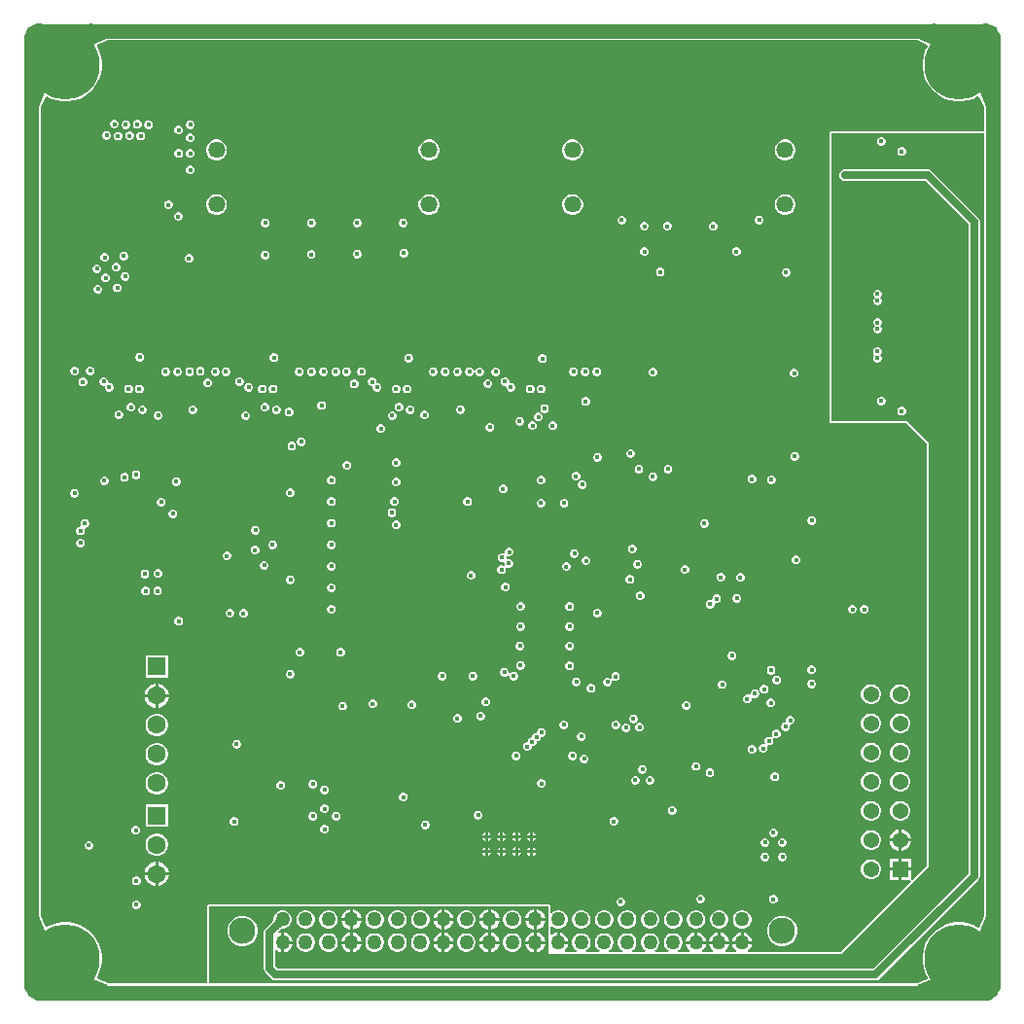
<source format=gbr>
G04*
G04 #@! TF.GenerationSoftware,Altium Limited,Altium Designer,24.1.2 (44)*
G04*
G04 Layer_Physical_Order=2*
G04 Layer_Color=15724527*
%FSLAX44Y44*%
%MOMM*%
G71*
G04*
G04 #@! TF.SameCoordinates,0167BC31-9F51-4C88-88AF-6E24005CD23D*
G04*
G04*
G04 #@! TF.FilePolarity,Positive*
G04*
G01*
G75*
%ADD24C,1.2300*%
%ADD136C,0.3000*%
%ADD137R,1.3700X1.3700*%
%ADD138C,1.3700*%
%ADD139C,1.4580*%
%ADD140C,1.2580*%
%ADD142C,2.3000*%
%ADD143C,1.0000*%
%ADD144C,6.0000*%
%ADD145C,1.6000*%
%ADD146R,1.6000X1.6000*%
%ADD147C,0.4000*%
%ADD148C,0.6350*%
%ADD149R,2.0320X2.3114*%
G36*
X72652Y837497D02*
X60031Y831958D01*
X36000Y840539D01*
X16444Y833556D01*
X9461Y814000D01*
X18041Y789969D01*
X12503Y777348D01*
X203Y791409D01*
X5264Y814000D01*
X203Y836591D01*
X11965Y837935D01*
Y837959D01*
X12003Y837997D01*
X12077Y837997D01*
X13409Y849797D01*
X36000Y844736D01*
X58591Y849797D01*
X72652Y837497D01*
D02*
G37*
G36*
X837941Y838035D02*
X837959D01*
X837997Y837997D01*
X837997Y837914D01*
X849803Y836551D01*
X849736Y835727D01*
X849535Y834425D01*
X847394Y824422D01*
X844868Y814000D01*
X847394Y803578D01*
X849535Y793575D01*
X849736Y792273D01*
X849803Y791449D01*
X837503Y777355D01*
X831991Y789993D01*
X840533Y814000D01*
X833577Y833548D01*
X814000Y840539D01*
X789968Y831958D01*
X777347Y837496D01*
X791408Y849797D01*
X814000Y844736D01*
X836592Y849797D01*
X837941Y838035D01*
D02*
G37*
G36*
X156323Y835648D02*
X416322D01*
X426322Y835648D01*
X696321D01*
X706321Y835648D01*
X777043D01*
X786168Y831643D01*
X786534Y830096D01*
X784548Y826199D01*
X783002Y821442D01*
X782220Y816501D01*
Y811499D01*
X783002Y806558D01*
X784548Y801801D01*
X786819Y797344D01*
X789760Y793297D01*
X793297Y789760D01*
X797344Y786819D01*
X801801Y784548D01*
X806558Y783002D01*
X811499Y782220D01*
X816501D01*
X821442Y783002D01*
X826199Y784548D01*
X830127Y786550D01*
X831667Y786196D01*
X835654Y777054D01*
Y756195D01*
X702818Y756195D01*
X702123Y756057D01*
X701535Y755663D01*
X701141Y755074D01*
X701003Y754380D01*
Y504190D01*
X701141Y503495D01*
X701535Y502907D01*
X702123Y502513D01*
X702818Y502375D01*
X767598Y502375D01*
X785585Y484388D01*
Y116576D01*
X773318Y104309D01*
X772090Y104877D01*
X772090Y105487D01*
Y112530D01*
X763970D01*
Y104410D01*
X770924D01*
X771623Y104410D01*
X772191Y103182D01*
X710702Y41693D01*
X630812D01*
X630455Y42829D01*
X630450Y42963D01*
X632066Y44578D01*
X633228Y46592D01*
X633801Y48730D01*
X616199D01*
X616772Y46592D01*
X617934Y44578D01*
X619550Y42963D01*
X619545Y42829D01*
X619188Y41693D01*
X610812D01*
X610455Y42829D01*
X610450Y42963D01*
X612066Y44578D01*
X613228Y46592D01*
X613801Y48730D01*
X596199D01*
X596772Y46592D01*
X597934Y44578D01*
X599550Y42963D01*
X599545Y42829D01*
X599188Y41693D01*
X590812D01*
X590455Y42829D01*
X590450Y42963D01*
X592066Y44578D01*
X593228Y46592D01*
X593801Y48730D01*
X576199D01*
X576772Y46592D01*
X577934Y44578D01*
X579550Y42963D01*
X579545Y42829D01*
X579188Y41693D01*
X569292D01*
X568951Y42963D01*
X569955Y43542D01*
X571458Y45045D01*
X572520Y46885D01*
X573070Y48938D01*
Y51062D01*
X572520Y53115D01*
X571458Y54955D01*
X569955Y56458D01*
X568115Y57520D01*
X566062Y58070D01*
X563938D01*
X561885Y57520D01*
X560045Y56458D01*
X558542Y54955D01*
X557480Y53115D01*
X556930Y51062D01*
Y48938D01*
X557480Y46885D01*
X558542Y45045D01*
X560045Y43542D01*
X561049Y42963D01*
X560708Y41693D01*
X549292D01*
X548951Y42963D01*
X549955Y43542D01*
X551458Y45045D01*
X552520Y46885D01*
X553070Y48938D01*
Y51062D01*
X552520Y53115D01*
X551458Y54955D01*
X549955Y56458D01*
X548115Y57520D01*
X546062Y58070D01*
X543937D01*
X541885Y57520D01*
X540045Y56458D01*
X538542Y54955D01*
X537480Y53115D01*
X536930Y51062D01*
Y48938D01*
X537480Y46885D01*
X538542Y45045D01*
X540045Y43542D01*
X541049Y42963D01*
X540708Y41693D01*
X529292D01*
X528951Y42963D01*
X529955Y43542D01*
X531458Y45045D01*
X532520Y46885D01*
X533070Y48938D01*
Y51062D01*
X532520Y53115D01*
X531458Y54955D01*
X529955Y56458D01*
X528115Y57520D01*
X526062Y58070D01*
X523938D01*
X521885Y57520D01*
X520045Y56458D01*
X518542Y54955D01*
X517480Y53115D01*
X516930Y51062D01*
Y48938D01*
X517480Y46885D01*
X518542Y45045D01*
X520045Y43542D01*
X521049Y42963D01*
X520708Y41693D01*
X509292D01*
X508951Y42963D01*
X509955Y43542D01*
X511458Y45045D01*
X512520Y46885D01*
X513070Y48938D01*
Y51062D01*
X512520Y53115D01*
X511458Y54955D01*
X509955Y56458D01*
X508115Y57520D01*
X506062Y58070D01*
X503937D01*
X501885Y57520D01*
X500045Y56458D01*
X498542Y54955D01*
X497480Y53115D01*
X496930Y51062D01*
Y48938D01*
X497480Y46885D01*
X498542Y45045D01*
X500045Y43542D01*
X501049Y42963D01*
X500708Y41693D01*
X489292D01*
X488951Y42963D01*
X489955Y43542D01*
X491458Y45045D01*
X492520Y46885D01*
X493070Y48938D01*
Y51062D01*
X492520Y53115D01*
X491458Y54955D01*
X489955Y56458D01*
X488115Y57520D01*
X486062Y58070D01*
X483938D01*
X481885Y57520D01*
X480045Y56458D01*
X478542Y54955D01*
X477480Y53115D01*
X476930Y51062D01*
Y48938D01*
X477480Y46885D01*
X478542Y45045D01*
X480045Y43542D01*
X481049Y42963D01*
X480708Y41693D01*
X470812D01*
X470455Y42829D01*
X470450Y42963D01*
X472066Y44578D01*
X473228Y46592D01*
X473801Y48730D01*
X465000D01*
Y50000D01*
X463730D01*
Y58801D01*
X461592Y58228D01*
X459578Y57066D01*
X459290Y56777D01*
X458116Y57263D01*
Y63675D01*
X459386Y64201D01*
X460045Y63542D01*
X461885Y62480D01*
X463938Y61930D01*
X466062D01*
X468115Y62480D01*
X469955Y63542D01*
X471458Y65045D01*
X472520Y66885D01*
X473070Y68938D01*
Y71062D01*
X472520Y73115D01*
X471458Y74955D01*
X469955Y76458D01*
X468115Y77520D01*
X466062Y78070D01*
X463938D01*
X461885Y77520D01*
X460045Y76458D01*
X459386Y75799D01*
X458116Y76325D01*
Y81280D01*
X457978Y81974D01*
X457585Y82563D01*
X456996Y82957D01*
X456302Y83095D01*
X160858D01*
X160163Y82957D01*
X159574Y82563D01*
X159181Y81974D01*
X159043Y81280D01*
Y14346D01*
X150858D01*
X140858Y14346D01*
X72946D01*
X63804Y18333D01*
X63450Y19872D01*
X65452Y23801D01*
X66997Y28558D01*
X67780Y33499D01*
Y38501D01*
X66997Y43442D01*
X65452Y48199D01*
X63181Y52656D01*
X60240Y56703D01*
X56703Y60240D01*
X52656Y63181D01*
X48199Y65452D01*
X43442Y66997D01*
X38501Y67780D01*
X33499D01*
X28558Y66997D01*
X23801Y65452D01*
X19903Y63466D01*
X18356Y63831D01*
X14352Y72956D01*
Y145503D01*
X14352Y155503D01*
Y415503D01*
X14352Y425503D01*
Y695502D01*
X14352Y705502D01*
Y777044D01*
X18356Y786169D01*
X19903Y786534D01*
X23801Y784548D01*
X28558Y783002D01*
X33499Y782220D01*
X38501D01*
X43442Y783002D01*
X48199Y784548D01*
X52656Y786819D01*
X56703Y789760D01*
X60240Y793297D01*
X63181Y797344D01*
X65452Y801801D01*
X66997Y806558D01*
X67780Y811499D01*
Y816501D01*
X66997Y821442D01*
X65452Y826199D01*
X63466Y830096D01*
X63831Y831644D01*
X72957Y835648D01*
X146323D01*
X156323Y835648D01*
D02*
G37*
G36*
X835654Y754380D02*
Y706779D01*
X835654Y696779D01*
D01*
Y696779D01*
Y426780D01*
X835654Y416780D01*
D01*
Y416780D01*
Y156780D01*
X835654Y146780D01*
D01*
Y146780D01*
Y72946D01*
X831217Y62773D01*
X830656Y63181D01*
X826199Y65452D01*
X821442Y66997D01*
X816501Y67780D01*
X811499D01*
X806558Y66997D01*
X801801Y65452D01*
X797344Y63181D01*
X793297Y60240D01*
X789760Y56703D01*
X786819Y52656D01*
X784548Y48199D01*
X783002Y43442D01*
X782220Y38501D01*
Y33499D01*
X783002Y28558D01*
X784548Y23801D01*
X786819Y19344D01*
X787227Y18782D01*
X780291Y15757D01*
X777054Y14346D01*
X700857D01*
X690857Y14346D01*
X690857D01*
D01*
X430857D01*
X420857Y14346D01*
X420857D01*
D01*
X160858D01*
Y81280D01*
X456302D01*
Y39878D01*
X711454D01*
X787400Y115824D01*
Y485140D01*
X768350Y504190D01*
X702818Y504190D01*
Y754380D01*
X835654Y754380D01*
D02*
G37*
G36*
X849803Y58551D02*
X849736Y57728D01*
X849535Y56425D01*
X847394Y46423D01*
X844868Y36000D01*
X847394Y25577D01*
X849535Y15575D01*
X849736Y14272D01*
X849803Y13449D01*
X838035Y12060D01*
Y12041D01*
X837997Y12003D01*
X837563Y12004D01*
X837503Y11997D01*
X837502Y12004D01*
X833882Y12011D01*
Y197D01*
X832684Y268D01*
X831117Y480D01*
X826880Y1330D01*
X817765Y3667D01*
X813304Y4963D01*
X803579Y2606D01*
X793576Y465D01*
X792274Y264D01*
X791450Y197D01*
X777356Y12497D01*
X789994Y18008D01*
X806902Y11993D01*
X813976Y9476D01*
X832717Y14242D01*
X832832Y14357D01*
X840533Y36000D01*
X831990Y60007D01*
X837503Y72645D01*
X849803Y58551D01*
D02*
G37*
G36*
X18041Y60031D02*
X9461Y36000D01*
X16451Y16423D01*
X36000Y9467D01*
X60007Y18009D01*
X72644Y12497D01*
X58550Y197D01*
X57727Y264D01*
X56424Y465D01*
X46422Y2606D01*
X36000Y5132D01*
X25578Y2606D01*
X15576Y465D01*
X14273Y264D01*
X13450Y197D01*
X12066Y11965D01*
X12041D01*
X12003Y12003D01*
X12003Y12079D01*
X203Y13410D01*
X5264Y36000D01*
X203Y58590D01*
X12503Y72652D01*
X18041Y60031D01*
D02*
G37*
%LPC*%
G36*
X79192Y766288D02*
X77688D01*
X76299Y765713D01*
X75236Y764649D01*
X74660Y763260D01*
Y761756D01*
X75236Y760367D01*
X76299Y759304D01*
X77688Y758728D01*
X79192D01*
X80581Y759304D01*
X81644Y760367D01*
X82220Y761756D01*
Y763260D01*
X81644Y764649D01*
X80581Y765713D01*
X79192Y766288D01*
D02*
G37*
G36*
X99158Y766041D02*
X97654D01*
X96265Y765466D01*
X95201Y764403D01*
X94626Y763013D01*
Y761510D01*
X95201Y760120D01*
X96265Y759057D01*
X97654Y758482D01*
X99158D01*
X100547Y759057D01*
X101610Y760120D01*
X102186Y761510D01*
Y763013D01*
X101610Y764403D01*
X100547Y765466D01*
X99158Y766041D01*
D02*
G37*
G36*
X145399Y765780D02*
X143895D01*
X142506Y765204D01*
X141443Y764141D01*
X140867Y762752D01*
Y761248D01*
X141443Y759859D01*
X142506Y758795D01*
X143895Y758220D01*
X145399D01*
X146788Y758795D01*
X147852Y759859D01*
X148427Y761248D01*
Y762752D01*
X147852Y764141D01*
X146788Y765204D01*
X145399Y765780D01*
D02*
G37*
G36*
X109141Y765660D02*
X107637D01*
X106248Y765085D01*
X105184Y764022D01*
X104609Y762632D01*
Y761129D01*
X105184Y759739D01*
X106248Y758676D01*
X107637Y758101D01*
X109141D01*
X110530Y758676D01*
X111594Y759739D01*
X112169Y761129D01*
Y762632D01*
X111594Y764022D01*
X110530Y765085D01*
X109141Y765660D01*
D02*
G37*
G36*
X89175D02*
X87671D01*
X86282Y765085D01*
X85218Y764022D01*
X84643Y762632D01*
Y761129D01*
X85218Y759739D01*
X86282Y758676D01*
X87671Y758101D01*
X89175D01*
X90564Y758676D01*
X91628Y759739D01*
X92203Y761129D01*
Y762632D01*
X91628Y764022D01*
X90564Y765085D01*
X89175Y765660D01*
D02*
G37*
G36*
X135195Y761081D02*
X133691D01*
X132302Y760506D01*
X131239Y759442D01*
X130663Y758053D01*
Y756549D01*
X131239Y755160D01*
X132302Y754097D01*
X133691Y753521D01*
X135195D01*
X136585Y754097D01*
X137648Y755160D01*
X138223Y756549D01*
Y758053D01*
X137648Y759442D01*
X136585Y760506D01*
X135195Y761081D01*
D02*
G37*
G36*
X72472Y756382D02*
X70968D01*
X69579Y755807D01*
X68516Y754743D01*
X67940Y753354D01*
Y751850D01*
X68516Y750461D01*
X69579Y749398D01*
X70968Y748822D01*
X72472D01*
X73861Y749398D01*
X74925Y750461D01*
X75500Y751850D01*
Y753354D01*
X74925Y754743D01*
X73861Y755807D01*
X72472Y756382D01*
D02*
G37*
G36*
X92438Y756135D02*
X90934D01*
X89545Y755560D01*
X88481Y754497D01*
X87906Y753107D01*
Y751604D01*
X88481Y750214D01*
X89545Y749151D01*
X90934Y748576D01*
X92438D01*
X93827Y749151D01*
X94890Y750214D01*
X95466Y751604D01*
Y753107D01*
X94890Y754497D01*
X93827Y755560D01*
X92438Y756135D01*
D02*
G37*
G36*
X102421Y755754D02*
X100917D01*
X99528Y755179D01*
X98464Y754116D01*
X97889Y752726D01*
Y751223D01*
X98464Y749833D01*
X99528Y748770D01*
X100917Y748195D01*
X102421D01*
X103810Y748770D01*
X104874Y749833D01*
X105449Y751223D01*
Y752726D01*
X104874Y754116D01*
X103810Y755179D01*
X102421Y755754D01*
D02*
G37*
G36*
X82455D02*
X80951D01*
X79562Y755179D01*
X78498Y754116D01*
X77923Y752726D01*
Y751223D01*
X78498Y749833D01*
X79562Y748770D01*
X80951Y748195D01*
X82455D01*
X83844Y748770D01*
X84908Y749833D01*
X85483Y751223D01*
Y752726D01*
X84908Y754116D01*
X83844Y755179D01*
X82455Y755754D01*
D02*
G37*
G36*
X145399Y754350D02*
X143895D01*
X142506Y753774D01*
X141443Y752711D01*
X140867Y751322D01*
Y749818D01*
X141443Y748429D01*
X142506Y747365D01*
X143895Y746790D01*
X145399D01*
X146788Y747365D01*
X147852Y748429D01*
X148427Y749818D01*
Y751322D01*
X147852Y752711D01*
X146788Y753774D01*
X145399Y754350D01*
D02*
G37*
G36*
Y740733D02*
X143895D01*
X142506Y740157D01*
X141443Y739094D01*
X140867Y737704D01*
Y736201D01*
X141443Y734811D01*
X142506Y733748D01*
X143895Y733173D01*
X145399D01*
X146788Y733748D01*
X147852Y734811D01*
X148427Y736201D01*
Y737704D01*
X147852Y739094D01*
X146788Y740157D01*
X145399Y740733D01*
D02*
G37*
G36*
X135427D02*
X133923D01*
X132534Y740157D01*
X131470Y739094D01*
X130895Y737704D01*
Y736201D01*
X131470Y734811D01*
X132534Y733748D01*
X133923Y733173D01*
X135427D01*
X136816Y733748D01*
X137879Y734811D01*
X138455Y736201D01*
Y737704D01*
X137879Y739094D01*
X136816Y740157D01*
X135427Y740733D01*
D02*
G37*
G36*
X663694Y749070D02*
X661306D01*
X658999Y748452D01*
X656931Y747258D01*
X655242Y745569D01*
X654048Y743501D01*
X653430Y741194D01*
Y738806D01*
X654048Y736499D01*
X655242Y734431D01*
X656931Y732742D01*
X658999Y731548D01*
X661306Y730930D01*
X663694D01*
X666001Y731548D01*
X668069Y732742D01*
X669758Y734431D01*
X670952Y736499D01*
X671570Y738806D01*
Y741194D01*
X670952Y743501D01*
X669758Y745569D01*
X668069Y747258D01*
X666001Y748452D01*
X663694Y749070D01*
D02*
G37*
G36*
X478694D02*
X476306D01*
X473999Y748452D01*
X471931Y747258D01*
X470242Y745569D01*
X469048Y743501D01*
X468430Y741194D01*
Y738806D01*
X469048Y736499D01*
X470242Y734431D01*
X471931Y732742D01*
X473999Y731548D01*
X476306Y730930D01*
X478694D01*
X481001Y731548D01*
X483069Y732742D01*
X484758Y734431D01*
X485952Y736499D01*
X486570Y738806D01*
Y741194D01*
X485952Y743501D01*
X484758Y745569D01*
X483069Y747258D01*
X481001Y748452D01*
X478694Y749070D01*
D02*
G37*
G36*
X353694D02*
X351306D01*
X348999Y748452D01*
X346931Y747258D01*
X345242Y745569D01*
X344048Y743501D01*
X343430Y741194D01*
Y738806D01*
X344048Y736499D01*
X345242Y734431D01*
X346931Y732742D01*
X348999Y731548D01*
X351306Y730930D01*
X353694D01*
X356001Y731548D01*
X358069Y732742D01*
X359758Y734431D01*
X360952Y736499D01*
X361570Y738806D01*
Y741194D01*
X360952Y743501D01*
X359758Y745569D01*
X358069Y747258D01*
X356001Y748452D01*
X353694Y749070D01*
D02*
G37*
G36*
X168694D02*
X166306D01*
X163999Y748452D01*
X161931Y747258D01*
X160242Y745569D01*
X159048Y743501D01*
X158430Y741194D01*
Y738806D01*
X159048Y736499D01*
X160242Y734431D01*
X161931Y732742D01*
X163999Y731548D01*
X166306Y730930D01*
X168694D01*
X171001Y731548D01*
X173069Y732742D01*
X174758Y734431D01*
X175952Y736499D01*
X176570Y738806D01*
Y741194D01*
X175952Y743501D01*
X174758Y745569D01*
X173069Y747258D01*
X171001Y748452D01*
X168694Y749070D01*
D02*
G37*
G36*
X145399Y726410D02*
X143895D01*
X142506Y725835D01*
X141443Y724771D01*
X140867Y723382D01*
Y721878D01*
X141443Y720489D01*
X142506Y719426D01*
X143895Y718850D01*
X145399D01*
X146788Y719426D01*
X147852Y720489D01*
X148427Y721878D01*
Y723382D01*
X147852Y724771D01*
X146788Y725835D01*
X145399Y726410D01*
D02*
G37*
G36*
X126417Y696032D02*
X124914D01*
X123524Y695457D01*
X122461Y694394D01*
X121885Y693004D01*
Y691501D01*
X122461Y690111D01*
X123524Y689048D01*
X124914Y688473D01*
X126417D01*
X127807Y689048D01*
X128870Y690111D01*
X129445Y691501D01*
Y693004D01*
X128870Y694394D01*
X127807Y695457D01*
X126417Y696032D01*
D02*
G37*
G36*
X663694Y701570D02*
X661306D01*
X658999Y700952D01*
X656931Y699758D01*
X655242Y698069D01*
X654048Y696001D01*
X653430Y693694D01*
Y691306D01*
X654048Y688999D01*
X655242Y686931D01*
X656931Y685242D01*
X658999Y684048D01*
X661306Y683430D01*
X663694D01*
X666001Y684048D01*
X668069Y685242D01*
X669758Y686931D01*
X670952Y688999D01*
X671570Y691306D01*
Y693694D01*
X670952Y696001D01*
X669758Y698069D01*
X668069Y699758D01*
X666001Y700952D01*
X663694Y701570D01*
D02*
G37*
G36*
X478694D02*
X476306D01*
X473999Y700952D01*
X471931Y699758D01*
X470242Y698069D01*
X469048Y696001D01*
X468430Y693694D01*
Y691306D01*
X469048Y688999D01*
X470242Y686931D01*
X471931Y685242D01*
X473999Y684048D01*
X476306Y683430D01*
X478694D01*
X481001Y684048D01*
X483069Y685242D01*
X484758Y686931D01*
X485952Y688999D01*
X486570Y691306D01*
Y693694D01*
X485952Y696001D01*
X484758Y698069D01*
X483069Y699758D01*
X481001Y700952D01*
X478694Y701570D01*
D02*
G37*
G36*
X353694D02*
X351306D01*
X348999Y700952D01*
X346931Y699758D01*
X345242Y698069D01*
X344048Y696001D01*
X343430Y693694D01*
Y691306D01*
X344048Y688999D01*
X345242Y686931D01*
X346931Y685242D01*
X348999Y684048D01*
X351306Y683430D01*
X353694D01*
X356001Y684048D01*
X358069Y685242D01*
X359758Y686931D01*
X360952Y688999D01*
X361570Y691306D01*
Y693694D01*
X360952Y696001D01*
X359758Y698069D01*
X358069Y699758D01*
X356001Y700952D01*
X353694Y701570D01*
D02*
G37*
G36*
X168694D02*
X166306D01*
X163999Y700952D01*
X161931Y699758D01*
X160242Y698069D01*
X159048Y696001D01*
X158430Y693694D01*
Y691306D01*
X159048Y688999D01*
X160242Y686931D01*
X161931Y685242D01*
X163999Y684048D01*
X166306Y683430D01*
X168694D01*
X171001Y684048D01*
X173069Y685242D01*
X174758Y686931D01*
X175952Y688999D01*
X176570Y691306D01*
Y693694D01*
X175952Y696001D01*
X174758Y698069D01*
X173069Y699758D01*
X171001Y700952D01*
X168694Y701570D01*
D02*
G37*
G36*
X134978Y685821D02*
X133474D01*
X132085Y685246D01*
X131021Y684182D01*
X130446Y682793D01*
Y681289D01*
X131021Y679900D01*
X132085Y678837D01*
X133474Y678261D01*
X134978D01*
X136367Y678837D01*
X137431Y679900D01*
X138006Y681289D01*
Y682793D01*
X137431Y684182D01*
X136367Y685246D01*
X134978Y685821D01*
D02*
G37*
G36*
X640660Y682827D02*
X639156D01*
X637767Y682251D01*
X636703Y681188D01*
X636128Y679799D01*
Y678295D01*
X636703Y676906D01*
X637767Y675842D01*
X639156Y675267D01*
X640660D01*
X642049Y675842D01*
X643112Y676906D01*
X643688Y678295D01*
Y679799D01*
X643112Y681188D01*
X642049Y682251D01*
X640660Y682827D01*
D02*
G37*
G36*
X521111Y682566D02*
X519607D01*
X518218Y681991D01*
X517155Y680927D01*
X516579Y679538D01*
Y678034D01*
X517155Y676645D01*
X518218Y675582D01*
X519607Y675006D01*
X521111D01*
X522500Y675582D01*
X523564Y676645D01*
X524139Y678034D01*
Y679538D01*
X523564Y680927D01*
X522500Y681991D01*
X521111Y682566D01*
D02*
G37*
G36*
X330752Y680280D02*
X329248D01*
X327859Y679705D01*
X326796Y678641D01*
X326220Y677252D01*
Y675748D01*
X326796Y674359D01*
X327859Y673296D01*
X329248Y672720D01*
X330752D01*
X332141Y673296D01*
X333204Y674359D01*
X333780Y675748D01*
Y677252D01*
X333204Y678641D01*
X332141Y679705D01*
X330752Y680280D01*
D02*
G37*
G36*
X290752D02*
X289248D01*
X287859Y679705D01*
X286795Y678641D01*
X286220Y677252D01*
Y675748D01*
X286795Y674359D01*
X287859Y673296D01*
X289248Y672720D01*
X290752D01*
X292141Y673296D01*
X293204Y674359D01*
X293780Y675748D01*
Y677252D01*
X293204Y678641D01*
X292141Y679705D01*
X290752Y680280D01*
D02*
G37*
G36*
X250752D02*
X249248D01*
X247859Y679705D01*
X246795Y678641D01*
X246220Y677252D01*
Y675748D01*
X246795Y674359D01*
X247859Y673296D01*
X249248Y672720D01*
X250752D01*
X252141Y673296D01*
X253204Y674359D01*
X253780Y675748D01*
Y677252D01*
X253204Y678641D01*
X252141Y679705D01*
X250752Y680280D01*
D02*
G37*
G36*
X210752D02*
X209248D01*
X207859Y679705D01*
X206795Y678641D01*
X206220Y677252D01*
Y675748D01*
X206795Y674359D01*
X207859Y673296D01*
X209248Y672720D01*
X210752D01*
X212141Y673296D01*
X213204Y674359D01*
X213780Y675748D01*
Y677252D01*
X213204Y678641D01*
X212141Y679705D01*
X210752Y680280D01*
D02*
G37*
G36*
X560688Y677375D02*
X559184D01*
X557795Y676799D01*
X556732Y675736D01*
X556156Y674347D01*
Y672843D01*
X556732Y671453D01*
X557795Y670390D01*
X559184Y669815D01*
X560688D01*
X562077Y670390D01*
X563141Y671453D01*
X563716Y672843D01*
Y674347D01*
X563141Y675736D01*
X562077Y676799D01*
X560688Y677375D01*
D02*
G37*
G36*
X540752D02*
X539248D01*
X537859Y676799D01*
X536796Y675736D01*
X536220Y674347D01*
Y672843D01*
X536796Y671453D01*
X537859Y670390D01*
X539248Y669815D01*
X540752D01*
X542141Y670390D01*
X543205Y671453D01*
X543780Y672843D01*
Y674347D01*
X543205Y675736D01*
X542141Y676799D01*
X540752Y677375D01*
D02*
G37*
G36*
X600712Y677233D02*
X599209D01*
X597819Y676658D01*
X596756Y675594D01*
X596180Y674205D01*
Y672701D01*
X596756Y671312D01*
X597819Y670249D01*
X599209Y669673D01*
X600712D01*
X602102Y670249D01*
X603165Y671312D01*
X603741Y672701D01*
Y674205D01*
X603165Y675594D01*
X602102Y676658D01*
X600712Y677233D01*
D02*
G37*
G36*
X620752Y655280D02*
X619248D01*
X617859Y654705D01*
X616796Y653641D01*
X616220Y652252D01*
Y650748D01*
X616796Y649359D01*
X617859Y648296D01*
X619248Y647720D01*
X620752D01*
X622141Y648296D01*
X623204Y649359D01*
X623780Y650748D01*
Y652252D01*
X623204Y653641D01*
X622141Y654705D01*
X620752Y655280D01*
D02*
G37*
G36*
X540752D02*
X539248D01*
X537859Y654705D01*
X536796Y653641D01*
X536220Y652252D01*
Y650748D01*
X536796Y649359D01*
X537859Y648296D01*
X539248Y647720D01*
X540752D01*
X542141Y648296D01*
X543205Y649359D01*
X543780Y650748D01*
Y652252D01*
X543205Y653641D01*
X542141Y654705D01*
X540752Y655280D01*
D02*
G37*
G36*
X331206Y654030D02*
X329702D01*
X328313Y653455D01*
X327249Y652391D01*
X326674Y651002D01*
Y649498D01*
X327249Y648109D01*
X328313Y647046D01*
X329702Y646470D01*
X331206D01*
X332595Y647046D01*
X333658Y648109D01*
X334234Y649498D01*
Y651002D01*
X333658Y652391D01*
X332595Y653455D01*
X331206Y654030D01*
D02*
G37*
G36*
X290739Y653095D02*
X289235D01*
X287846Y652519D01*
X286782Y651456D01*
X286207Y650067D01*
Y648563D01*
X286782Y647173D01*
X287846Y646110D01*
X289235Y645535D01*
X290739D01*
X292128Y646110D01*
X293191Y647173D01*
X293767Y648563D01*
Y650067D01*
X293191Y651456D01*
X292128Y652519D01*
X290739Y653095D01*
D02*
G37*
G36*
X250669Y652781D02*
X249166D01*
X247776Y652205D01*
X246713Y651142D01*
X246138Y649753D01*
Y648249D01*
X246713Y646860D01*
X247776Y645796D01*
X249166Y645221D01*
X250669D01*
X252059Y645796D01*
X253122Y646860D01*
X253697Y648249D01*
Y649753D01*
X253122Y651142D01*
X252059Y652205D01*
X250669Y652781D01*
D02*
G37*
G36*
X210724Y652404D02*
X209220D01*
X207831Y651829D01*
X206768Y650766D01*
X206192Y649376D01*
Y647873D01*
X206768Y646483D01*
X207831Y645420D01*
X209220Y644845D01*
X210724D01*
X212113Y645420D01*
X213177Y646483D01*
X213752Y647873D01*
Y649376D01*
X213177Y650766D01*
X212113Y651829D01*
X210724Y652404D01*
D02*
G37*
G36*
X87424Y651410D02*
X85921D01*
X84531Y650834D01*
X83468Y649771D01*
X82893Y648382D01*
Y646878D01*
X83468Y645489D01*
X84531Y644425D01*
X85921Y643850D01*
X87424D01*
X88814Y644425D01*
X89877Y645489D01*
X90453Y646878D01*
Y648382D01*
X89877Y649771D01*
X88814Y650834D01*
X87424Y651410D01*
D02*
G37*
G36*
X70852Y650179D02*
X69349D01*
X67959Y649604D01*
X66896Y648541D01*
X66321Y647151D01*
Y645648D01*
X66896Y644258D01*
X67959Y643195D01*
X69349Y642619D01*
X70852D01*
X72242Y643195D01*
X73305Y644258D01*
X73881Y645648D01*
Y647151D01*
X73305Y648541D01*
X72242Y649604D01*
X70852Y650179D01*
D02*
G37*
G36*
X144262Y649251D02*
X142758D01*
X141369Y648675D01*
X140306Y647612D01*
X139730Y646223D01*
Y644719D01*
X140306Y643329D01*
X141369Y642266D01*
X142758Y641691D01*
X144262D01*
X145651Y642266D01*
X146714Y643329D01*
X147290Y644719D01*
Y646223D01*
X146714Y647612D01*
X145651Y648675D01*
X144262Y649251D01*
D02*
G37*
G36*
X80704Y641504D02*
X79201D01*
X77811Y640928D01*
X76748Y639865D01*
X76173Y638476D01*
Y636972D01*
X76748Y635583D01*
X77811Y634519D01*
X79201Y633944D01*
X80704D01*
X82094Y634519D01*
X83157Y635583D01*
X83733Y636972D01*
Y638476D01*
X83157Y639865D01*
X82094Y640928D01*
X80704Y641504D01*
D02*
G37*
G36*
X64132Y640273D02*
X62629D01*
X61239Y639698D01*
X60176Y638635D01*
X59601Y637245D01*
Y635742D01*
X60176Y634352D01*
X61239Y633289D01*
X62629Y632713D01*
X64132D01*
X65522Y633289D01*
X66585Y634352D01*
X67161Y635742D01*
Y637245D01*
X66585Y638635D01*
X65522Y639698D01*
X64132Y640273D01*
D02*
G37*
G36*
X554572Y637335D02*
X553068D01*
X551679Y636759D01*
X550615Y635696D01*
X550040Y634307D01*
Y632803D01*
X550615Y631413D01*
X551679Y630350D01*
X553068Y629775D01*
X554572D01*
X555961Y630350D01*
X557024Y631413D01*
X557600Y632803D01*
Y634307D01*
X557024Y635696D01*
X555961Y636759D01*
X554572Y637335D01*
D02*
G37*
G36*
X664197Y636976D02*
X662693D01*
X661304Y636400D01*
X660240Y635337D01*
X659665Y633948D01*
Y632444D01*
X660240Y631055D01*
X661304Y629991D01*
X662693Y629416D01*
X664197D01*
X665586Y629991D01*
X666649Y631055D01*
X667225Y632444D01*
Y633948D01*
X666649Y635337D01*
X665586Y636400D01*
X664197Y636976D01*
D02*
G37*
G36*
X88627Y633581D02*
X87123D01*
X85733Y633005D01*
X84670Y631942D01*
X84095Y630552D01*
Y629049D01*
X84670Y627659D01*
X85733Y626596D01*
X87123Y626021D01*
X88627D01*
X90016Y626596D01*
X91079Y627659D01*
X91655Y629049D01*
Y630552D01*
X91079Y631942D01*
X90016Y633005D01*
X88627Y633581D01*
D02*
G37*
G36*
X71644Y632310D02*
X70140D01*
X68751Y631735D01*
X67687Y630672D01*
X67112Y629282D01*
Y627779D01*
X67687Y626389D01*
X68751Y625326D01*
X70140Y624751D01*
X71644D01*
X73033Y625326D01*
X74096Y626389D01*
X74672Y627779D01*
Y629282D01*
X74096Y630672D01*
X73033Y631735D01*
X71644Y632310D01*
D02*
G37*
G36*
X81907Y623675D02*
X80403D01*
X79014Y623099D01*
X77950Y622036D01*
X77375Y620646D01*
Y619143D01*
X77950Y617753D01*
X79014Y616690D01*
X80403Y616115D01*
X81907D01*
X83296Y616690D01*
X84359Y617753D01*
X84935Y619143D01*
Y620646D01*
X84359Y622036D01*
X83296Y623099D01*
X81907Y623675D01*
D02*
G37*
G36*
X64924Y622405D02*
X63420D01*
X62031Y621829D01*
X60967Y620766D01*
X60392Y619376D01*
Y617873D01*
X60967Y616483D01*
X62031Y615420D01*
X63420Y614845D01*
X64924D01*
X66313Y615420D01*
X67376Y616483D01*
X67952Y617873D01*
Y619376D01*
X67376Y620766D01*
X66313Y621829D01*
X64924Y622405D01*
D02*
G37*
G36*
X101595Y563485D02*
X100091D01*
X98702Y562910D01*
X97639Y561846D01*
X97063Y560457D01*
Y558953D01*
X97639Y557564D01*
X98702Y556501D01*
X100091Y555925D01*
X101595D01*
X102984Y556501D01*
X104048Y557564D01*
X104623Y558953D01*
Y560457D01*
X104048Y561846D01*
X102984Y562910D01*
X101595Y563485D01*
D02*
G37*
G36*
X218430Y562834D02*
X216926D01*
X215537Y562258D01*
X214473Y561195D01*
X213898Y559806D01*
Y558302D01*
X214473Y556913D01*
X215537Y555849D01*
X216926Y555274D01*
X218430D01*
X219819Y555849D01*
X220882Y556913D01*
X221458Y558302D01*
Y559806D01*
X220882Y561195D01*
X219819Y562258D01*
X218430Y562834D01*
D02*
G37*
G36*
X335524Y562580D02*
X334020D01*
X332631Y562005D01*
X331567Y560941D01*
X330992Y559552D01*
Y558048D01*
X331567Y556659D01*
X332631Y555596D01*
X334020Y555020D01*
X335524D01*
X336913Y555596D01*
X337976Y556659D01*
X338552Y558048D01*
Y559552D01*
X337976Y560941D01*
X336913Y562005D01*
X335524Y562580D01*
D02*
G37*
G36*
X452110Y562072D02*
X450606D01*
X449217Y561497D01*
X448153Y560433D01*
X447578Y559044D01*
Y557540D01*
X448153Y556151D01*
X449217Y555088D01*
X450606Y554512D01*
X452110D01*
X453499Y555088D01*
X454562Y556151D01*
X455138Y557540D01*
Y559044D01*
X454562Y560433D01*
X453499Y561497D01*
X452110Y562072D01*
D02*
G37*
G36*
X58404Y551342D02*
X56900D01*
X55510Y550766D01*
X54447Y549703D01*
X53872Y548314D01*
Y546810D01*
X54447Y545421D01*
X55510Y544357D01*
X56900Y543782D01*
X58404D01*
X59793Y544357D01*
X60856Y545421D01*
X61432Y546810D01*
Y548314D01*
X60856Y549703D01*
X59793Y550766D01*
X58404Y551342D01*
D02*
G37*
G36*
X44705Y551229D02*
X43201D01*
X41812Y550654D01*
X40749Y549590D01*
X40173Y548201D01*
Y546697D01*
X40749Y545308D01*
X41812Y544245D01*
X43201Y543669D01*
X44705D01*
X46094Y544245D01*
X47158Y545308D01*
X47733Y546697D01*
Y548201D01*
X47158Y549590D01*
X46094Y550654D01*
X44705Y551229D01*
D02*
G37*
G36*
X154099Y550936D02*
X152596D01*
X151206Y550361D01*
X150143Y549297D01*
X149567Y547908D01*
Y546404D01*
X150143Y545015D01*
X151206Y543952D01*
X152596Y543376D01*
X154099D01*
X155489Y543952D01*
X156552Y545015D01*
X157127Y546404D01*
Y547908D01*
X156552Y549297D01*
X155489Y550361D01*
X154099Y550936D01*
D02*
G37*
G36*
X294563Y550814D02*
X293059D01*
X291670Y550238D01*
X290606Y549175D01*
X290031Y547786D01*
Y546282D01*
X290606Y544893D01*
X291670Y543829D01*
X293059Y543254D01*
X294563D01*
X295952Y543829D01*
X297015Y544893D01*
X297591Y546282D01*
Y547786D01*
X297015Y549175D01*
X295952Y550238D01*
X294563Y550814D01*
D02*
G37*
G36*
X281269Y550668D02*
X279765D01*
X278376Y550092D01*
X277313Y549029D01*
X276737Y547640D01*
Y546136D01*
X277313Y544747D01*
X278376Y543683D01*
X279765Y543108D01*
X281269D01*
X282658Y543683D01*
X283722Y544747D01*
X284297Y546136D01*
Y547640D01*
X283722Y549029D01*
X282658Y550092D01*
X281269Y550668D01*
D02*
G37*
G36*
X499405Y550642D02*
X497901D01*
X496511Y550067D01*
X495448Y549003D01*
X494873Y547614D01*
Y546110D01*
X495448Y544721D01*
X496511Y543658D01*
X497901Y543082D01*
X499405D01*
X500794Y543658D01*
X501857Y544721D01*
X502433Y546110D01*
Y547614D01*
X501857Y549003D01*
X500794Y550067D01*
X499405Y550642D01*
D02*
G37*
G36*
X489236D02*
X487733D01*
X486343Y550067D01*
X485280Y549003D01*
X484704Y547614D01*
Y546110D01*
X485280Y544721D01*
X486343Y543658D01*
X487733Y543082D01*
X489236D01*
X490626Y543658D01*
X491689Y544721D01*
X492264Y546110D01*
Y547614D01*
X491689Y549003D01*
X490626Y550067D01*
X489236Y550642D01*
D02*
G37*
G36*
X479068D02*
X477564D01*
X476175Y550067D01*
X475112Y549003D01*
X474536Y547614D01*
Y546110D01*
X475112Y544721D01*
X476175Y543658D01*
X477564Y543082D01*
X479068D01*
X480457Y543658D01*
X481521Y544721D01*
X482096Y546110D01*
Y547614D01*
X481521Y549003D01*
X480457Y550067D01*
X479068Y550642D01*
D02*
G37*
G36*
X377929D02*
X376425D01*
X375036Y550067D01*
X373973Y549003D01*
X373397Y547614D01*
Y546110D01*
X373973Y544721D01*
X375036Y543658D01*
X376425Y543082D01*
X377929D01*
X379318Y543658D01*
X380382Y544721D01*
X380957Y546110D01*
Y547614D01*
X380382Y549003D01*
X379318Y550067D01*
X377929Y550642D01*
D02*
G37*
G36*
X367380D02*
X365876D01*
X364487Y550067D01*
X363423Y549003D01*
X362848Y547614D01*
Y546110D01*
X363423Y544721D01*
X364487Y543658D01*
X365876Y543082D01*
X367380D01*
X368769Y543658D01*
X369832Y544721D01*
X370408Y546110D01*
Y547614D01*
X369832Y549003D01*
X368769Y550067D01*
X367380Y550642D01*
D02*
G37*
G36*
X356830D02*
X355327D01*
X353937Y550067D01*
X352874Y549003D01*
X352299Y547614D01*
Y546110D01*
X352874Y544721D01*
X353937Y543658D01*
X355327Y543082D01*
X356830D01*
X358220Y543658D01*
X359283Y544721D01*
X359859Y546110D01*
Y547614D01*
X359283Y549003D01*
X358220Y550067D01*
X356830Y550642D01*
D02*
G37*
G36*
X271910D02*
X270406D01*
X269017Y550067D01*
X267953Y549003D01*
X267378Y547614D01*
Y546110D01*
X267953Y544721D01*
X269017Y543658D01*
X270406Y543082D01*
X271910D01*
X273299Y543658D01*
X274362Y544721D01*
X274938Y546110D01*
Y547614D01*
X274362Y549003D01*
X273299Y550067D01*
X271910Y550642D01*
D02*
G37*
G36*
X261360D02*
X259857D01*
X258467Y550067D01*
X257404Y549003D01*
X256829Y547614D01*
Y546110D01*
X257404Y544721D01*
X258467Y543658D01*
X259857Y543082D01*
X261360D01*
X262750Y543658D01*
X263813Y544721D01*
X264389Y546110D01*
Y547614D01*
X263813Y549003D01*
X262750Y550067D01*
X261360Y550642D01*
D02*
G37*
G36*
X250811D02*
X249307D01*
X247918Y550067D01*
X246855Y549003D01*
X246279Y547614D01*
Y546110D01*
X246855Y544721D01*
X247918Y543658D01*
X249307Y543082D01*
X250811D01*
X252201Y543658D01*
X253264Y544721D01*
X253839Y546110D01*
Y547614D01*
X253264Y549003D01*
X252201Y550067D01*
X250811Y550642D01*
D02*
G37*
G36*
X240262D02*
X238758D01*
X237369Y550067D01*
X236305Y549003D01*
X235730Y547614D01*
Y546110D01*
X236305Y544721D01*
X237369Y543658D01*
X238758Y543082D01*
X240262D01*
X241651Y543658D01*
X242715Y544721D01*
X243290Y546110D01*
Y547614D01*
X242715Y549003D01*
X241651Y550067D01*
X240262Y550642D01*
D02*
G37*
G36*
X176440D02*
X174936D01*
X173547Y550067D01*
X172484Y549003D01*
X171908Y547614D01*
Y546110D01*
X172484Y544721D01*
X173547Y543658D01*
X174936Y543082D01*
X176440D01*
X177829Y543658D01*
X178893Y544721D01*
X179468Y546110D01*
Y547614D01*
X178893Y549003D01*
X177829Y550067D01*
X176440Y550642D01*
D02*
G37*
G36*
X144792D02*
X143288D01*
X141899Y550067D01*
X140836Y549003D01*
X140260Y547614D01*
Y546110D01*
X140836Y544721D01*
X141899Y543658D01*
X143288Y543082D01*
X144792D01*
X146181Y543658D01*
X147245Y544721D01*
X147820Y546110D01*
Y547614D01*
X147245Y549003D01*
X146181Y550067D01*
X144792Y550642D01*
D02*
G37*
G36*
X134243D02*
X132739D01*
X131350Y550067D01*
X130286Y549003D01*
X129711Y547614D01*
Y546110D01*
X130286Y544721D01*
X131350Y543658D01*
X132739Y543082D01*
X134243D01*
X135632Y543658D01*
X136695Y544721D01*
X137271Y546110D01*
Y547614D01*
X136695Y549003D01*
X135632Y550067D01*
X134243Y550642D01*
D02*
G37*
G36*
X123693D02*
X122190D01*
X120800Y550067D01*
X119737Y549003D01*
X119162Y547614D01*
Y546110D01*
X119737Y544721D01*
X120800Y543658D01*
X122190Y543082D01*
X123693D01*
X125083Y543658D01*
X126146Y544721D01*
X126721Y546110D01*
Y547614D01*
X126146Y549003D01*
X125083Y550067D01*
X123693Y550642D01*
D02*
G37*
G36*
X167169Y550622D02*
X165665D01*
X164276Y550046D01*
X163213Y548983D01*
X162637Y547594D01*
Y546090D01*
X163213Y544701D01*
X164276Y543637D01*
X165665Y543062D01*
X167169D01*
X168559Y543637D01*
X169622Y544701D01*
X170197Y546090D01*
Y547594D01*
X169622Y548983D01*
X168559Y550046D01*
X167169Y550622D01*
D02*
G37*
G36*
X411405Y550483D02*
X409902D01*
X408512Y549907D01*
X407449Y548844D01*
X406874Y547454D01*
Y545951D01*
X407449Y544561D01*
X408512Y543498D01*
X409902Y542923D01*
X411405D01*
X412795Y543498D01*
X413858Y544561D01*
X414434Y545951D01*
Y547454D01*
X413858Y548844D01*
X412795Y549907D01*
X411405Y550483D01*
D02*
G37*
G36*
X388478Y550642D02*
X386974D01*
X385585Y550067D01*
X384522Y549003D01*
X383946Y547614D01*
Y546110D01*
X384522Y544721D01*
X385585Y543658D01*
X386974Y543082D01*
X388478D01*
X389868Y543658D01*
X390931Y544721D01*
X391506Y546110D01*
X392734Y546008D01*
Y545951D01*
X393310Y544561D01*
X394373Y543498D01*
X395762Y542923D01*
X397266D01*
X398655Y543498D01*
X399719Y544561D01*
X400294Y545951D01*
Y547454D01*
X399719Y548844D01*
X398655Y549907D01*
X397266Y550483D01*
X395762D01*
X394373Y549907D01*
X393310Y548844D01*
X392734Y547454D01*
X391506Y547557D01*
Y547614D01*
X390931Y549003D01*
X389868Y550067D01*
X388478Y550642D01*
D02*
G37*
G36*
X548064Y550095D02*
X546561D01*
X545171Y549520D01*
X544108Y548457D01*
X543533Y547067D01*
Y545564D01*
X544108Y544174D01*
X545171Y543111D01*
X546561Y542535D01*
X548064D01*
X549454Y543111D01*
X550517Y544174D01*
X551093Y545564D01*
Y547067D01*
X550517Y548457D01*
X549454Y549520D01*
X548064Y550095D01*
D02*
G37*
G36*
X671096Y549469D02*
X669592D01*
X668203Y548894D01*
X667140Y547830D01*
X666564Y546441D01*
Y544937D01*
X667140Y543548D01*
X668203Y542484D01*
X669592Y541909D01*
X671096D01*
X672485Y542484D01*
X673549Y543548D01*
X674124Y544937D01*
Y546441D01*
X673549Y547830D01*
X672485Y548894D01*
X671096Y549469D01*
D02*
G37*
G36*
X188082Y542075D02*
X186579D01*
X185189Y541499D01*
X184126Y540436D01*
X183550Y539047D01*
Y537543D01*
X184126Y536153D01*
X185189Y535090D01*
X186579Y534515D01*
X188082D01*
X189472Y535090D01*
X190535Y536153D01*
X191110Y537543D01*
Y539047D01*
X190535Y540436D01*
X189472Y541499D01*
X188082Y542075D01*
D02*
G37*
G36*
X51839Y541715D02*
X50335D01*
X48945Y541139D01*
X47882Y540076D01*
X47307Y538687D01*
Y537183D01*
X47882Y535793D01*
X48945Y534730D01*
X50335Y534155D01*
X51839D01*
X53228Y534730D01*
X54291Y535793D01*
X54867Y537183D01*
Y538687D01*
X54291Y540076D01*
X53228Y541139D01*
X51839Y541715D01*
D02*
G37*
G36*
X160644Y540851D02*
X159140D01*
X157750Y540275D01*
X156687Y539212D01*
X156112Y537823D01*
Y536319D01*
X156687Y534930D01*
X157750Y533866D01*
X159140Y533291D01*
X160644D01*
X162033Y533866D01*
X163096Y534930D01*
X163672Y536319D01*
Y537823D01*
X163096Y539212D01*
X162033Y540275D01*
X160644Y540851D01*
D02*
G37*
G36*
X404412Y540372D02*
X402908D01*
X401519Y539797D01*
X400455Y538734D01*
X399880Y537344D01*
Y535840D01*
X400455Y534451D01*
X401519Y533388D01*
X402908Y532812D01*
X404412D01*
X405801Y533388D01*
X406864Y534451D01*
X407440Y535840D01*
Y537344D01*
X406864Y538734D01*
X405801Y539797D01*
X404412Y540372D01*
D02*
G37*
G36*
X288116Y540044D02*
X286612D01*
X285223Y539468D01*
X284159Y538405D01*
X283584Y537016D01*
Y535512D01*
X284159Y534123D01*
X285223Y533060D01*
X286612Y532484D01*
X288116D01*
X289505Y533060D01*
X290568Y534123D01*
X291144Y535512D01*
Y537016D01*
X290568Y538405D01*
X289505Y539468D01*
X288116Y540044D01*
D02*
G37*
G36*
X196151Y537191D02*
X194648D01*
X193258Y536615D01*
X192195Y535552D01*
X191619Y534163D01*
Y532659D01*
X192195Y531269D01*
X193258Y530206D01*
X194648Y529631D01*
X196151D01*
X197541Y530206D01*
X198604Y531269D01*
X199179Y532659D01*
Y534163D01*
X198604Y535552D01*
X197541Y536615D01*
X196151Y537191D01*
D02*
G37*
G36*
X419227Y542029D02*
X417723D01*
X416334Y541453D01*
X415271Y540390D01*
X414695Y539001D01*
Y537497D01*
X415271Y536107D01*
X416334Y535044D01*
X417723Y534469D01*
X418815D01*
X419352Y534295D01*
X419988Y533409D01*
Y532585D01*
X420563Y531196D01*
X421627Y530132D01*
X423016Y529557D01*
X424520D01*
X425909Y530132D01*
X426973Y531196D01*
X427548Y532585D01*
Y534089D01*
X426973Y535478D01*
X425909Y536541D01*
X424520Y537117D01*
X423429D01*
X422891Y537291D01*
X422255Y538176D01*
Y539001D01*
X421680Y540390D01*
X420616Y541453D01*
X419227Y542029D01*
D02*
G37*
G36*
X303898Y541943D02*
X302395D01*
X301005Y541367D01*
X299942Y540304D01*
X299366Y538915D01*
Y537411D01*
X299942Y536022D01*
X301005Y534958D01*
X302395Y534383D01*
X303223D01*
X303419Y534089D01*
Y532585D01*
X303995Y531196D01*
X305058Y530132D01*
X306448Y529557D01*
X307951D01*
X309341Y530132D01*
X310404Y531196D01*
X310979Y532585D01*
Y534089D01*
X310404Y535478D01*
X309341Y536541D01*
X307951Y537117D01*
X307123D01*
X306926Y537411D01*
Y538915D01*
X306351Y540304D01*
X305288Y541367D01*
X303898Y541943D01*
D02*
G37*
G36*
X70019Y542040D02*
X68515D01*
X67126Y541465D01*
X66062Y540401D01*
X65487Y539012D01*
Y537508D01*
X66062Y536119D01*
X67126Y535056D01*
X68515Y534480D01*
X69109D01*
X70093Y534152D01*
X70283Y533307D01*
Y532585D01*
X70858Y531196D01*
X71921Y530132D01*
X73311Y529557D01*
X74814D01*
X76204Y530132D01*
X77267Y531196D01*
X77842Y532585D01*
Y534089D01*
X77267Y535478D01*
X76204Y536541D01*
X74814Y537117D01*
X74220D01*
X73237Y537445D01*
X73047Y538290D01*
Y539012D01*
X72471Y540401D01*
X71408Y541465D01*
X70019Y542040D01*
D02*
G37*
G36*
X450709Y535614D02*
X449205D01*
X447816Y535039D01*
X446752Y533976D01*
X446177Y532586D01*
Y531082D01*
X446752Y529693D01*
X447816Y528630D01*
X449205Y528054D01*
X450709D01*
X452098Y528630D01*
X453162Y529693D01*
X453737Y531082D01*
Y532586D01*
X453162Y533976D01*
X452098Y535039D01*
X450709Y535614D01*
D02*
G37*
G36*
X441209D02*
X439705D01*
X438316Y535039D01*
X437253Y533976D01*
X436677Y532586D01*
Y531082D01*
X437253Y529693D01*
X438316Y528630D01*
X439705Y528054D01*
X441209D01*
X442598Y528630D01*
X443662Y529693D01*
X444237Y531082D01*
Y532586D01*
X443662Y533976D01*
X442598Y535039D01*
X441209Y535614D01*
D02*
G37*
G36*
X334140D02*
X332637D01*
X331247Y535039D01*
X330184Y533976D01*
X329608Y532586D01*
Y531082D01*
X330184Y529693D01*
X331247Y528630D01*
X332637Y528054D01*
X334140D01*
X335530Y528630D01*
X336593Y529693D01*
X337169Y531082D01*
Y532586D01*
X336593Y533976D01*
X335530Y535039D01*
X334140Y535614D01*
D02*
G37*
G36*
X324641D02*
X323137D01*
X321748Y535039D01*
X320684Y533976D01*
X320109Y532586D01*
Y531082D01*
X320684Y529693D01*
X321748Y528630D01*
X323137Y528054D01*
X324641D01*
X326030Y528630D01*
X327093Y529693D01*
X327669Y531082D01*
Y532586D01*
X327093Y533976D01*
X326030Y535039D01*
X324641Y535614D01*
D02*
G37*
G36*
X217572D02*
X216068D01*
X214679Y535039D01*
X213615Y533976D01*
X213040Y532586D01*
Y531082D01*
X213615Y529693D01*
X214679Y528630D01*
X216068Y528054D01*
X217572D01*
X218961Y528630D01*
X220025Y529693D01*
X220600Y531082D01*
Y532586D01*
X220025Y533976D01*
X218961Y535039D01*
X217572Y535614D01*
D02*
G37*
G36*
X208072D02*
X206568D01*
X205179Y535039D01*
X204116Y533976D01*
X203540Y532586D01*
Y531082D01*
X204116Y529693D01*
X205179Y528630D01*
X206568Y528054D01*
X208072D01*
X209461Y528630D01*
X210525Y529693D01*
X211100Y531082D01*
Y532586D01*
X210525Y533976D01*
X209461Y535039D01*
X208072Y535614D01*
D02*
G37*
G36*
X101003D02*
X99500D01*
X98110Y535039D01*
X97047Y533976D01*
X96472Y532586D01*
Y531082D01*
X97047Y529693D01*
X98110Y528630D01*
X99500Y528054D01*
X101003D01*
X102393Y528630D01*
X103456Y529693D01*
X104031Y531082D01*
Y532586D01*
X103456Y533976D01*
X102393Y535039D01*
X101003Y535614D01*
D02*
G37*
G36*
X91504D02*
X90000D01*
X88610Y535039D01*
X87547Y533976D01*
X86972Y532586D01*
Y531082D01*
X87547Y529693D01*
X88610Y528630D01*
X90000Y528054D01*
X91504D01*
X92893Y528630D01*
X93956Y529693D01*
X94532Y531082D01*
Y532586D01*
X93956Y533976D01*
X92893Y535039D01*
X91504Y535614D01*
D02*
G37*
G36*
X489543Y524697D02*
X488039D01*
X486650Y524121D01*
X485587Y523058D01*
X485011Y521669D01*
Y520165D01*
X485587Y518775D01*
X486650Y517712D01*
X488039Y517137D01*
X489543D01*
X490932Y517712D01*
X491996Y518775D01*
X492571Y520165D01*
Y521669D01*
X491996Y523058D01*
X490932Y524121D01*
X489543Y524697D01*
D02*
G37*
G36*
X259872Y521233D02*
X258368D01*
X256979Y520657D01*
X255915Y519594D01*
X255340Y518205D01*
Y516701D01*
X255915Y515312D01*
X256979Y514248D01*
X258368Y513673D01*
X259872D01*
X261261Y514248D01*
X262324Y515312D01*
X262900Y516701D01*
Y518205D01*
X262324Y519594D01*
X261261Y520657D01*
X259872Y521233D01*
D02*
G37*
G36*
X326877Y519761D02*
X325373D01*
X323984Y519185D01*
X322921Y518122D01*
X322345Y516732D01*
Y515229D01*
X322921Y513839D01*
X323984Y512776D01*
X325373Y512201D01*
X326877D01*
X328266Y512776D01*
X329330Y513839D01*
X329905Y515229D01*
Y516732D01*
X329330Y518122D01*
X328266Y519185D01*
X326877Y519761D01*
D02*
G37*
G36*
X210309D02*
X208805D01*
X207416Y519185D01*
X206352Y518122D01*
X205777Y516732D01*
Y515229D01*
X206352Y513839D01*
X207416Y512776D01*
X208805Y512201D01*
X210309D01*
X211698Y512776D01*
X212761Y513839D01*
X213337Y515229D01*
Y516732D01*
X212761Y518122D01*
X211698Y519185D01*
X210309Y519761D01*
D02*
G37*
G36*
X93740D02*
X92236D01*
X90847Y519185D01*
X89784Y518122D01*
X89208Y516732D01*
Y515229D01*
X89784Y513839D01*
X90847Y512776D01*
X92236Y512201D01*
X93740D01*
X95129Y512776D01*
X96193Y513839D01*
X96768Y515229D01*
Y516732D01*
X96193Y518122D01*
X95129Y519185D01*
X93740Y519761D01*
D02*
G37*
G36*
X453832Y518629D02*
X452328D01*
X450939Y518054D01*
X449876Y516990D01*
X449300Y515601D01*
Y514097D01*
X449876Y512708D01*
X450939Y511645D01*
X452328Y511069D01*
X453832D01*
X455221Y511645D01*
X456285Y512708D01*
X456860Y514097D01*
Y515601D01*
X456285Y516990D01*
X455221Y518054D01*
X453832Y518629D01*
D02*
G37*
G36*
X380534Y517775D02*
X379030D01*
X377641Y517199D01*
X376578Y516136D01*
X376002Y514746D01*
Y513243D01*
X376578Y511853D01*
X377641Y510790D01*
X379030Y510215D01*
X380534D01*
X381923Y510790D01*
X382987Y511853D01*
X383562Y513243D01*
Y514746D01*
X382987Y516136D01*
X381923Y517199D01*
X380534Y517775D01*
D02*
G37*
G36*
X336788Y517519D02*
X335285D01*
X333895Y516944D01*
X332832Y515880D01*
X332256Y514491D01*
Y512987D01*
X332832Y511598D01*
X333895Y510535D01*
X335285Y509959D01*
X336788D01*
X338178Y510535D01*
X339241Y511598D01*
X339816Y512987D01*
Y514491D01*
X339241Y515880D01*
X338178Y516944D01*
X336788Y517519D01*
D02*
G37*
G36*
X220220D02*
X218716D01*
X217327Y516944D01*
X216263Y515880D01*
X215688Y514491D01*
Y512987D01*
X216263Y511598D01*
X217327Y510535D01*
X218716Y509959D01*
X220220D01*
X221609Y510535D01*
X222672Y511598D01*
X223248Y512987D01*
Y514491D01*
X222672Y515880D01*
X221609Y516944D01*
X220220Y517519D01*
D02*
G37*
G36*
X103651D02*
X102148D01*
X100758Y516944D01*
X99695Y515880D01*
X99119Y514491D01*
Y512987D01*
X99695Y511598D01*
X100758Y510535D01*
X102148Y509959D01*
X103651D01*
X105041Y510535D01*
X106104Y511598D01*
X106679Y512987D01*
Y514491D01*
X106104Y515880D01*
X105041Y516944D01*
X103651Y517519D01*
D02*
G37*
G36*
X147443Y517410D02*
X145939D01*
X144550Y516834D01*
X143487Y515771D01*
X142911Y514382D01*
Y512878D01*
X143487Y511489D01*
X144550Y510425D01*
X145939Y509850D01*
X147443D01*
X148833Y510425D01*
X149896Y511489D01*
X150471Y512878D01*
Y514382D01*
X149896Y515771D01*
X148833Y516834D01*
X147443Y517410D01*
D02*
G37*
G36*
X231259Y515417D02*
X229755D01*
X228366Y514842D01*
X227302Y513778D01*
X226727Y512389D01*
Y510885D01*
X227302Y509496D01*
X228366Y508433D01*
X229755Y507857D01*
X231259D01*
X232648Y508433D01*
X233711Y509496D01*
X234287Y510885D01*
Y512389D01*
X233711Y513778D01*
X232648Y514842D01*
X231259Y515417D01*
D02*
G37*
G36*
X83132Y513327D02*
X81629D01*
X80239Y512752D01*
X79176Y511689D01*
X78601Y510299D01*
Y508796D01*
X79176Y507406D01*
X80239Y506343D01*
X81629Y505768D01*
X83132D01*
X84522Y506343D01*
X85585Y507406D01*
X86161Y508796D01*
Y510299D01*
X85585Y511689D01*
X84522Y512752D01*
X83132Y513327D01*
D02*
G37*
G36*
X349297Y513047D02*
X347793D01*
X346404Y512472D01*
X345340Y511409D01*
X344765Y510019D01*
Y508516D01*
X345340Y507126D01*
X346404Y506063D01*
X347793Y505487D01*
X349297D01*
X350686Y506063D01*
X351750Y507126D01*
X352325Y508516D01*
Y510019D01*
X351750Y511409D01*
X350686Y512472D01*
X349297Y513047D01*
D02*
G37*
G36*
X117370Y512503D02*
X115866D01*
X114476Y511928D01*
X113413Y510864D01*
X112838Y509475D01*
Y507971D01*
X113413Y506582D01*
X114476Y505518D01*
X115866Y504943D01*
X117370D01*
X118759Y505518D01*
X119822Y506582D01*
X120398Y507971D01*
Y509475D01*
X119822Y510864D01*
X118759Y511928D01*
X117370Y512503D01*
D02*
G37*
G36*
X193590Y512457D02*
X192086D01*
X190697Y511882D01*
X189634Y510818D01*
X189058Y509429D01*
Y507925D01*
X189634Y506536D01*
X190697Y505473D01*
X192086Y504897D01*
X193590D01*
X194979Y505473D01*
X196043Y506536D01*
X196618Y507925D01*
Y509429D01*
X196043Y510818D01*
X194979Y511882D01*
X193590Y512457D01*
D02*
G37*
G36*
X321219Y512418D02*
X319715D01*
X318326Y511842D01*
X317262Y510779D01*
X316687Y509389D01*
Y507886D01*
X317262Y506496D01*
X318326Y505433D01*
X319715Y504858D01*
X321219D01*
X322608Y505433D01*
X323671Y506496D01*
X324247Y507886D01*
Y509389D01*
X323671Y510779D01*
X322608Y511842D01*
X321219Y512418D01*
D02*
G37*
G36*
X448467Y511218D02*
X446963D01*
X445574Y510643D01*
X444510Y509579D01*
X443935Y508190D01*
Y506686D01*
X444510Y505297D01*
X445574Y504234D01*
X446963Y503658D01*
X448467D01*
X449856Y504234D01*
X450919Y505297D01*
X451495Y506686D01*
Y508190D01*
X450919Y509579D01*
X449856Y510643D01*
X448467Y511218D01*
D02*
G37*
G36*
X432183Y507474D02*
X430679D01*
X429290Y506899D01*
X428227Y505836D01*
X427651Y504446D01*
Y502943D01*
X428227Y501553D01*
X429290Y500490D01*
X430679Y499914D01*
X432183D01*
X433572Y500490D01*
X434636Y501553D01*
X435211Y502943D01*
Y504446D01*
X434636Y505836D01*
X433572Y506899D01*
X432183Y507474D01*
D02*
G37*
G36*
X443275Y503716D02*
X441771D01*
X440382Y503141D01*
X439319Y502078D01*
X438743Y500688D01*
Y499184D01*
X439319Y497795D01*
X440382Y496732D01*
X441771Y496156D01*
X443275D01*
X444664Y496732D01*
X445728Y497795D01*
X446303Y499184D01*
Y500688D01*
X445728Y502078D01*
X444664Y503141D01*
X443275Y503716D01*
D02*
G37*
G36*
X460975Y503589D02*
X459472D01*
X458082Y503013D01*
X457019Y501950D01*
X456443Y500561D01*
Y499057D01*
X457019Y497668D01*
X458082Y496604D01*
X459472Y496029D01*
X460975D01*
X462365Y496604D01*
X463428Y497668D01*
X464003Y499057D01*
Y500561D01*
X463428Y501950D01*
X462365Y503013D01*
X460975Y503589D01*
D02*
G37*
G36*
X406371Y502213D02*
X404867D01*
X403477Y501638D01*
X402414Y500574D01*
X401839Y499185D01*
Y497681D01*
X402414Y496292D01*
X403477Y495229D01*
X404867Y494653D01*
X406371D01*
X407760Y495229D01*
X408823Y496292D01*
X409399Y497681D01*
Y499185D01*
X408823Y500574D01*
X407760Y501638D01*
X406371Y502213D01*
D02*
G37*
G36*
X311228Y500961D02*
X309724D01*
X308335Y500386D01*
X307271Y499322D01*
X306696Y497933D01*
Y496429D01*
X307271Y495040D01*
X308335Y493977D01*
X309724Y493401D01*
X311228D01*
X312617Y493977D01*
X313680Y495040D01*
X314256Y496429D01*
Y497933D01*
X313680Y499322D01*
X312617Y500386D01*
X311228Y500961D01*
D02*
G37*
G36*
X242061Y489717D02*
X240557D01*
X239168Y489142D01*
X238105Y488078D01*
X237529Y486689D01*
Y485185D01*
X238105Y483796D01*
X239168Y482733D01*
X240557Y482157D01*
X242061D01*
X243450Y482733D01*
X244514Y483796D01*
X245089Y485185D01*
Y486689D01*
X244514Y488078D01*
X243450Y489142D01*
X242061Y489717D01*
D02*
G37*
G36*
X233704Y485776D02*
X232200D01*
X230811Y485201D01*
X229748Y484137D01*
X229172Y482748D01*
Y481245D01*
X229748Y479855D01*
X230811Y478792D01*
X232200Y478216D01*
X233704D01*
X235093Y478792D01*
X236157Y479855D01*
X236732Y481245D01*
Y482748D01*
X236157Y484137D01*
X235093Y485201D01*
X233704Y485776D01*
D02*
G37*
G36*
X528727Y479442D02*
X527223D01*
X525834Y478866D01*
X524770Y477803D01*
X524195Y476413D01*
Y474910D01*
X524770Y473520D01*
X525834Y472457D01*
X527223Y471882D01*
X528727D01*
X530116Y472457D01*
X531180Y473520D01*
X531755Y474910D01*
Y476413D01*
X531180Y477803D01*
X530116Y478866D01*
X528727Y479442D01*
D02*
G37*
G36*
X671643Y477041D02*
X670139D01*
X668750Y476466D01*
X667687Y475402D01*
X667111Y474013D01*
Y472509D01*
X667687Y471120D01*
X668750Y470057D01*
X670139Y469481D01*
X671643D01*
X673032Y470057D01*
X674096Y471120D01*
X674671Y472509D01*
Y474013D01*
X674096Y475402D01*
X673032Y476466D01*
X671643Y477041D01*
D02*
G37*
G36*
X499862Y476220D02*
X498358D01*
X496969Y475644D01*
X495905Y474581D01*
X495330Y473192D01*
Y471688D01*
X495905Y470299D01*
X496969Y469235D01*
X498358Y468660D01*
X499862D01*
X501251Y469235D01*
X502314Y470299D01*
X502890Y471688D01*
Y473192D01*
X502314Y474581D01*
X501251Y475644D01*
X499862Y476220D01*
D02*
G37*
G36*
X324654Y471493D02*
X323150D01*
X321761Y470917D01*
X320698Y469854D01*
X320122Y468464D01*
Y466961D01*
X320698Y465571D01*
X321761Y464508D01*
X323150Y463932D01*
X324654D01*
X326044Y464508D01*
X327107Y465571D01*
X327682Y466961D01*
Y468464D01*
X327107Y469854D01*
X326044Y470917D01*
X324654Y471493D01*
D02*
G37*
G36*
X281807Y469100D02*
X280303D01*
X278914Y468524D01*
X277851Y467461D01*
X277275Y466071D01*
Y464568D01*
X277851Y463178D01*
X278914Y462115D01*
X280303Y461539D01*
X281807D01*
X283196Y462115D01*
X284260Y463178D01*
X284835Y464568D01*
Y466071D01*
X284260Y467461D01*
X283196Y468524D01*
X281807Y469100D01*
D02*
G37*
G36*
X561340Y465929D02*
X559836D01*
X558447Y465354D01*
X557384Y464290D01*
X556808Y462901D01*
Y461397D01*
X557384Y460008D01*
X558447Y458945D01*
X559836Y458369D01*
X561340D01*
X562729Y458945D01*
X563793Y460008D01*
X564368Y461397D01*
Y462901D01*
X563793Y464290D01*
X562729Y465354D01*
X561340Y465929D01*
D02*
G37*
G36*
X535980Y465837D02*
X534476D01*
X533087Y465262D01*
X532023Y464198D01*
X531448Y462809D01*
Y461305D01*
X532023Y459916D01*
X533087Y458853D01*
X534476Y458277D01*
X535980D01*
X537369Y458853D01*
X538432Y459916D01*
X539008Y461305D01*
Y462809D01*
X538432Y464198D01*
X537369Y465262D01*
X535980Y465837D01*
D02*
G37*
G36*
X98232Y460980D02*
X96728D01*
X95339Y460405D01*
X94276Y459341D01*
X93700Y457952D01*
Y456448D01*
X94276Y455059D01*
X95339Y453996D01*
X96728Y453420D01*
X98232D01*
X99621Y453996D01*
X100685Y455059D01*
X101260Y456448D01*
Y457952D01*
X100685Y459341D01*
X99621Y460405D01*
X98232Y460980D01*
D02*
G37*
G36*
X481153Y459677D02*
X479650D01*
X478260Y459101D01*
X477197Y458038D01*
X476622Y456648D01*
Y455145D01*
X477197Y453755D01*
X478260Y452692D01*
X479650Y452117D01*
X481153D01*
X482543Y452692D01*
X483606Y453755D01*
X484182Y455145D01*
Y456648D01*
X483606Y458038D01*
X482543Y459101D01*
X481153Y459677D01*
D02*
G37*
G36*
X548160Y459231D02*
X546656D01*
X545267Y458655D01*
X544204Y457592D01*
X543628Y456203D01*
Y454699D01*
X544204Y453310D01*
X545267Y452246D01*
X546656Y451671D01*
X548160D01*
X549549Y452246D01*
X550613Y453310D01*
X551188Y454699D01*
Y456203D01*
X550613Y457592D01*
X549549Y458655D01*
X548160Y459231D01*
D02*
G37*
G36*
X88110Y458780D02*
X86606D01*
X85217Y458204D01*
X84153Y457141D01*
X83578Y455752D01*
Y454248D01*
X84153Y452859D01*
X85217Y451796D01*
X86606Y451220D01*
X88110D01*
X89499Y451796D01*
X90562Y452859D01*
X91138Y454248D01*
Y455752D01*
X90562Y457141D01*
X89499Y458204D01*
X88110Y458780D01*
D02*
G37*
G36*
X634302Y457142D02*
X632799D01*
X631409Y456567D01*
X630346Y455504D01*
X629771Y454114D01*
Y452611D01*
X630346Y451221D01*
X631409Y450158D01*
X632799Y449582D01*
X634302D01*
X635692Y450158D01*
X636755Y451221D01*
X637331Y452611D01*
Y454114D01*
X636755Y455504D01*
X635692Y456567D01*
X634302Y457142D01*
D02*
G37*
G36*
X651288Y456610D02*
X649784D01*
X648394Y456035D01*
X647331Y454971D01*
X646756Y453582D01*
Y452078D01*
X647331Y450689D01*
X648394Y449625D01*
X649784Y449050D01*
X651288D01*
X652677Y449625D01*
X653740Y450689D01*
X654316Y452078D01*
Y453582D01*
X653740Y454971D01*
X652677Y456035D01*
X651288Y456610D01*
D02*
G37*
G36*
X450752Y456280D02*
X449248D01*
X447859Y455704D01*
X446795Y454641D01*
X446220Y453252D01*
Y451748D01*
X446795Y450359D01*
X447859Y449296D01*
X449248Y448720D01*
X450752D01*
X452141Y449296D01*
X453204Y450359D01*
X453780Y451748D01*
Y453252D01*
X453204Y454641D01*
X452141Y455704D01*
X450752Y456280D01*
D02*
G37*
G36*
X268294Y456238D02*
X266790D01*
X265401Y455663D01*
X264337Y454599D01*
X263762Y453210D01*
Y451706D01*
X264337Y450317D01*
X265401Y449254D01*
X266790Y448678D01*
X268294D01*
X269683Y449254D01*
X270746Y450317D01*
X271322Y451706D01*
Y453210D01*
X270746Y454599D01*
X269683Y455663D01*
X268294Y456238D01*
D02*
G37*
G36*
X70602Y455624D02*
X69098D01*
X67709Y455048D01*
X66645Y453985D01*
X66070Y452595D01*
Y451092D01*
X66645Y449702D01*
X67709Y448639D01*
X69098Y448064D01*
X70602D01*
X71991Y448639D01*
X73054Y449702D01*
X73630Y451092D01*
Y452595D01*
X73054Y453985D01*
X71991Y455048D01*
X70602Y455624D01*
D02*
G37*
G36*
X133195Y454960D02*
X131692D01*
X130302Y454385D01*
X129239Y453321D01*
X128664Y451932D01*
Y450428D01*
X129239Y449039D01*
X130302Y447976D01*
X131692Y447400D01*
X133195D01*
X134585Y447976D01*
X135648Y449039D01*
X136224Y450428D01*
Y451932D01*
X135648Y453321D01*
X134585Y454385D01*
X133195Y454960D01*
D02*
G37*
G36*
X324602Y454627D02*
X323098D01*
X321709Y454052D01*
X320645Y452989D01*
X320070Y451599D01*
Y450096D01*
X320645Y448706D01*
X321709Y447643D01*
X323098Y447067D01*
X324602D01*
X325991Y447643D01*
X327054Y448706D01*
X327630Y450096D01*
Y451599D01*
X327054Y452989D01*
X325991Y454052D01*
X324602Y454627D01*
D02*
G37*
G36*
X486637Y452487D02*
X485133D01*
X483744Y451912D01*
X482680Y450848D01*
X482105Y449459D01*
Y447955D01*
X482680Y446566D01*
X483744Y445503D01*
X485133Y444927D01*
X486637D01*
X488026Y445503D01*
X489089Y446566D01*
X489665Y447955D01*
Y449459D01*
X489089Y450848D01*
X488026Y451912D01*
X486637Y452487D01*
D02*
G37*
G36*
X417705Y448445D02*
X416202D01*
X414812Y447870D01*
X413749Y446806D01*
X413174Y445417D01*
Y443913D01*
X413749Y442524D01*
X414812Y441461D01*
X416202Y440885D01*
X417705D01*
X419095Y441461D01*
X420158Y442524D01*
X420734Y443913D01*
Y445417D01*
X420158Y446806D01*
X419095Y447870D01*
X417705Y448445D01*
D02*
G37*
G36*
X232383Y445042D02*
X230879D01*
X229490Y444467D01*
X228427Y443403D01*
X227851Y442014D01*
Y440510D01*
X228427Y439121D01*
X229490Y438057D01*
X230879Y437482D01*
X232383D01*
X233773Y438057D01*
X234836Y439121D01*
X235411Y440510D01*
Y442014D01*
X234836Y443403D01*
X233773Y444467D01*
X232383Y445042D01*
D02*
G37*
G36*
X44515Y444972D02*
X43011D01*
X41622Y444397D01*
X40559Y443334D01*
X39983Y441944D01*
Y440441D01*
X40559Y439051D01*
X41622Y437988D01*
X43011Y437412D01*
X44515D01*
X45904Y437988D01*
X46968Y439051D01*
X47543Y440441D01*
Y441944D01*
X46968Y443334D01*
X45904Y444397D01*
X44515Y444972D01*
D02*
G37*
G36*
X386832Y437535D02*
X385328D01*
X383939Y436959D01*
X382876Y435896D01*
X382300Y434507D01*
Y433003D01*
X382876Y431614D01*
X383939Y430550D01*
X385328Y429975D01*
X386832D01*
X388221Y430550D01*
X389285Y431614D01*
X389860Y433003D01*
Y434507D01*
X389285Y435896D01*
X388221Y436959D01*
X386832Y437535D01*
D02*
G37*
G36*
X323106Y437498D02*
X321602D01*
X320213Y436923D01*
X319149Y435860D01*
X318574Y434470D01*
Y432966D01*
X319149Y431577D01*
X320213Y430514D01*
X321602Y429938D01*
X323106D01*
X324495Y430514D01*
X325558Y431577D01*
X326134Y432966D01*
Y434470D01*
X325558Y435860D01*
X324495Y436923D01*
X323106Y437498D01*
D02*
G37*
G36*
X268294Y437493D02*
X266790D01*
X265401Y436918D01*
X264337Y435854D01*
X263762Y434465D01*
Y432961D01*
X264337Y431572D01*
X265401Y430509D01*
X266790Y429933D01*
X268294D01*
X269683Y430509D01*
X270746Y431572D01*
X271322Y432961D01*
Y434465D01*
X270746Y435854D01*
X269683Y436918D01*
X268294Y437493D01*
D02*
G37*
G36*
X120132Y437032D02*
X118628D01*
X117239Y436456D01*
X116175Y435393D01*
X115600Y434004D01*
Y432500D01*
X116175Y431110D01*
X117239Y430047D01*
X118628Y429472D01*
X120132D01*
X121521Y430047D01*
X122584Y431110D01*
X123160Y432500D01*
Y434004D01*
X122584Y435393D01*
X121521Y436456D01*
X120132Y437032D01*
D02*
G37*
G36*
X470802Y436280D02*
X469298D01*
X467909Y435704D01*
X466846Y434641D01*
X466270Y433252D01*
Y431748D01*
X466846Y430359D01*
X467909Y429296D01*
X469298Y428720D01*
X470802D01*
X472191Y429296D01*
X473255Y430359D01*
X473830Y431748D01*
Y433252D01*
X473255Y434641D01*
X472191Y435704D01*
X470802Y436280D01*
D02*
G37*
G36*
X450752D02*
X449248D01*
X447859Y435704D01*
X446795Y434641D01*
X446220Y433252D01*
Y431748D01*
X446795Y430359D01*
X447859Y429296D01*
X449248Y428720D01*
X450752D01*
X452141Y429296D01*
X453204Y430359D01*
X453780Y431748D01*
Y433252D01*
X453204Y434641D01*
X452141Y435704D01*
X450752Y436280D01*
D02*
G37*
G36*
X320919Y427962D02*
X319415D01*
X318026Y427387D01*
X316963Y426323D01*
X316387Y424934D01*
Y423430D01*
X316963Y422041D01*
X318026Y420978D01*
X319415Y420402D01*
X320919D01*
X322308Y420978D01*
X323372Y422041D01*
X323947Y423430D01*
Y424934D01*
X323372Y426323D01*
X322308Y427387D01*
X320919Y427962D01*
D02*
G37*
G36*
X130365Y426857D02*
X128861D01*
X127471Y426282D01*
X126408Y425219D01*
X125833Y423829D01*
Y422326D01*
X126408Y420936D01*
X127471Y419873D01*
X128861Y419297D01*
X130365D01*
X131754Y419873D01*
X132817Y420936D01*
X133393Y422326D01*
Y423829D01*
X132817Y425219D01*
X131754Y426282D01*
X130365Y426857D01*
D02*
G37*
G36*
X686552Y421264D02*
X685048D01*
X683659Y420688D01*
X682596Y419625D01*
X682020Y418236D01*
Y416732D01*
X682596Y415342D01*
X683659Y414279D01*
X685048Y413704D01*
X686552D01*
X687941Y414279D01*
X689005Y415342D01*
X689580Y416732D01*
Y418236D01*
X689005Y419625D01*
X687941Y420688D01*
X686552Y421264D01*
D02*
G37*
G36*
X268294Y418748D02*
X266790D01*
X265401Y418173D01*
X264337Y417109D01*
X263762Y415720D01*
Y414216D01*
X264337Y412827D01*
X265401Y411764D01*
X266790Y411188D01*
X268294D01*
X269683Y411764D01*
X270746Y412827D01*
X271322Y414216D01*
Y415720D01*
X270746Y417109D01*
X269683Y418173D01*
X268294Y418748D01*
D02*
G37*
G36*
X593002Y418530D02*
X591498D01*
X590109Y417955D01*
X589045Y416891D01*
X588470Y415502D01*
Y413998D01*
X589045Y412609D01*
X590109Y411545D01*
X591498Y410970D01*
X593002D01*
X594391Y411545D01*
X595454Y412609D01*
X596030Y413998D01*
Y415502D01*
X595454Y416891D01*
X594391Y417955D01*
X593002Y418530D01*
D02*
G37*
G36*
X324602Y417137D02*
X323098D01*
X321709Y416562D01*
X320645Y415499D01*
X320070Y414109D01*
Y412606D01*
X320645Y411216D01*
X321709Y410153D01*
X323098Y409577D01*
X324602D01*
X325991Y410153D01*
X327054Y411216D01*
X327630Y412606D01*
Y414109D01*
X327054Y415499D01*
X325991Y416562D01*
X324602Y417137D01*
D02*
G37*
G36*
X202103Y412761D02*
X200599D01*
X199210Y412185D01*
X198147Y411122D01*
X197571Y409733D01*
Y408229D01*
X198147Y406840D01*
X199210Y405776D01*
X200599Y405201D01*
X202103D01*
X203493Y405776D01*
X204556Y406840D01*
X205131Y408229D01*
Y409733D01*
X204556Y411122D01*
X203493Y412185D01*
X202103Y412761D01*
D02*
G37*
G36*
X53608Y418563D02*
X52104D01*
X50715Y417987D01*
X49651Y416924D01*
X49076Y415534D01*
Y414031D01*
X49399Y413252D01*
X48652Y411982D01*
X48241D01*
X46852Y411406D01*
X45788Y410343D01*
X45213Y408954D01*
Y407450D01*
X45788Y406060D01*
X46852Y404997D01*
X48241Y404422D01*
X49745D01*
X51134Y404997D01*
X52197Y406060D01*
X52773Y407450D01*
Y408954D01*
X52450Y409732D01*
X53197Y411003D01*
X53608D01*
X54997Y411578D01*
X56061Y412641D01*
X56636Y414031D01*
Y415534D01*
X56061Y416924D01*
X54997Y417987D01*
X53608Y418563D01*
D02*
G37*
G36*
X49745Y401587D02*
X48241D01*
X46852Y401012D01*
X45788Y399948D01*
X45213Y398559D01*
Y397055D01*
X45788Y395666D01*
X46852Y394603D01*
X48241Y394027D01*
X49745D01*
X51134Y394603D01*
X52197Y395666D01*
X52773Y397055D01*
Y398559D01*
X52197Y399948D01*
X51134Y401012D01*
X49745Y401587D01*
D02*
G37*
G36*
X268294Y400003D02*
X266790D01*
X265401Y399428D01*
X264337Y398364D01*
X263762Y396975D01*
Y395471D01*
X264337Y394082D01*
X265401Y393018D01*
X266790Y392443D01*
X268294D01*
X269683Y393018D01*
X270746Y394082D01*
X271322Y395471D01*
Y396975D01*
X270746Y398364D01*
X269683Y399428D01*
X268294Y400003D01*
D02*
G37*
G36*
X217051Y399961D02*
X215547D01*
X214158Y399386D01*
X213094Y398323D01*
X212519Y396933D01*
Y395429D01*
X213094Y394040D01*
X214158Y392977D01*
X215547Y392401D01*
X217051D01*
X218440Y392977D01*
X219503Y394040D01*
X220079Y395429D01*
Y396933D01*
X219503Y398323D01*
X218440Y399386D01*
X217051Y399961D01*
D02*
G37*
G36*
X530114Y396233D02*
X528610D01*
X527221Y395658D01*
X526158Y394595D01*
X525582Y393205D01*
Y391702D01*
X526158Y390312D01*
X527221Y389249D01*
X528610Y388673D01*
X530114D01*
X531503Y389249D01*
X532567Y390312D01*
X533142Y391702D01*
Y393205D01*
X532567Y394595D01*
X531503Y395658D01*
X530114Y396233D01*
D02*
G37*
G36*
X423027Y393751D02*
X421524D01*
X420134Y393176D01*
X419071Y392112D01*
X418496Y390723D01*
Y389435D01*
X417910Y388833D01*
X417416Y388507D01*
X416813Y388757D01*
X415309D01*
X413919Y388182D01*
X412856Y387118D01*
X412281Y385729D01*
Y384225D01*
X412856Y382836D01*
X413919Y381772D01*
X415309Y381197D01*
X416813D01*
X417317Y381406D01*
X417814Y381078D01*
X418396Y380479D01*
Y379189D01*
X418584Y378736D01*
X418409Y378509D01*
X417560Y377891D01*
X416453Y378349D01*
X414949D01*
X413560Y377773D01*
X412497Y376710D01*
X411921Y375321D01*
Y373817D01*
X412497Y372428D01*
X413560Y371364D01*
X414949Y370789D01*
X416453D01*
X417842Y371364D01*
X418906Y372428D01*
X419481Y373817D01*
Y375321D01*
X419294Y375773D01*
X419469Y376001D01*
X420318Y376619D01*
X421425Y376161D01*
X422928D01*
X424318Y376736D01*
X425381Y377799D01*
X425956Y379189D01*
Y380692D01*
X425381Y382082D01*
X424318Y383145D01*
X422928Y383721D01*
X421425D01*
X420920Y383512D01*
X420424Y383840D01*
X419841Y384439D01*
Y385513D01*
X420426Y386115D01*
X420920Y386441D01*
X421524Y386191D01*
X423027D01*
X424417Y386766D01*
X425480Y387830D01*
X426056Y389219D01*
Y390723D01*
X425480Y392112D01*
X424417Y393176D01*
X423027Y393751D01*
D02*
G37*
G36*
X201643Y395322D02*
X200139D01*
X198750Y394746D01*
X197687Y393683D01*
X197111Y392294D01*
Y390790D01*
X197687Y389400D01*
X198750Y388337D01*
X200139Y387762D01*
X201643D01*
X203032Y388337D01*
X204096Y389400D01*
X204671Y390790D01*
Y392294D01*
X204096Y393683D01*
X203032Y394746D01*
X201643Y395322D01*
D02*
G37*
G36*
X479680Y392424D02*
X478176D01*
X476786Y391848D01*
X475723Y390785D01*
X475148Y389396D01*
Y387892D01*
X475723Y386502D01*
X476786Y385439D01*
X478176Y384864D01*
X479680D01*
X481069Y385439D01*
X482132Y386502D01*
X482708Y387892D01*
Y389396D01*
X482132Y390785D01*
X481069Y391848D01*
X479680Y392424D01*
D02*
G37*
G36*
X177282Y390310D02*
X175778D01*
X174389Y389735D01*
X173326Y388672D01*
X172750Y387282D01*
Y385779D01*
X173326Y384389D01*
X174389Y383326D01*
X175778Y382750D01*
X177282D01*
X178671Y383326D01*
X179734Y384389D01*
X180310Y385779D01*
Y387282D01*
X179734Y388672D01*
X178671Y389735D01*
X177282Y390310D01*
D02*
G37*
G36*
X672836Y386812D02*
X671332D01*
X669943Y386236D01*
X668879Y385173D01*
X668304Y383784D01*
Y382280D01*
X668879Y380891D01*
X669943Y379827D01*
X671332Y379252D01*
X672836D01*
X674225Y379827D01*
X675288Y380891D01*
X675864Y382280D01*
Y383784D01*
X675288Y385173D01*
X674225Y386236D01*
X672836Y386812D01*
D02*
G37*
G36*
X489858Y386096D02*
X488354D01*
X486964Y385521D01*
X485901Y384457D01*
X485326Y383068D01*
Y381564D01*
X485901Y380175D01*
X486964Y379112D01*
X488354Y378536D01*
X489858D01*
X491247Y379112D01*
X492310Y380175D01*
X492886Y381564D01*
Y383068D01*
X492310Y384457D01*
X491247Y385521D01*
X489858Y386096D01*
D02*
G37*
G36*
X534715Y382973D02*
X533212D01*
X531822Y382397D01*
X530759Y381334D01*
X530183Y379945D01*
Y378441D01*
X530759Y377052D01*
X531822Y375988D01*
X533212Y375413D01*
X534715D01*
X536105Y375988D01*
X537168Y377052D01*
X537743Y378441D01*
Y379945D01*
X537168Y381334D01*
X536105Y382397D01*
X534715Y382973D01*
D02*
G37*
G36*
X209711Y382113D02*
X208207D01*
X206818Y381538D01*
X205755Y380474D01*
X205179Y379085D01*
Y377581D01*
X205755Y376192D01*
X206818Y375129D01*
X208207Y374553D01*
X209711D01*
X211100Y375129D01*
X212164Y376192D01*
X212739Y377581D01*
Y379085D01*
X212164Y380474D01*
X211100Y381538D01*
X209711Y382113D01*
D02*
G37*
G36*
X268294Y381258D02*
X266790D01*
X265401Y380683D01*
X264337Y379619D01*
X263762Y378230D01*
Y376726D01*
X264337Y375337D01*
X265401Y374273D01*
X266790Y373698D01*
X268294D01*
X269683Y374273D01*
X270746Y375337D01*
X271322Y376726D01*
Y378230D01*
X270746Y379619D01*
X269683Y380683D01*
X268294Y381258D01*
D02*
G37*
G36*
X472860Y381000D02*
X471356D01*
X469967Y380424D01*
X468903Y379361D01*
X468328Y377972D01*
Y376468D01*
X468903Y375079D01*
X469967Y374016D01*
X471356Y373440D01*
X472860D01*
X474249Y374016D01*
X475312Y375079D01*
X475888Y376468D01*
Y377972D01*
X475312Y379361D01*
X474249Y380424D01*
X472860Y381000D01*
D02*
G37*
G36*
X576044Y378408D02*
X574540D01*
X573151Y377833D01*
X572087Y376769D01*
X571512Y375380D01*
Y373876D01*
X572087Y372487D01*
X573151Y371424D01*
X574540Y370848D01*
X576044D01*
X577433Y371424D01*
X578496Y372487D01*
X579072Y373876D01*
Y375380D01*
X578496Y376769D01*
X577433Y377833D01*
X576044Y378408D01*
D02*
G37*
G36*
X117255Y374976D02*
X115751D01*
X114362Y374401D01*
X113299Y373338D01*
X112723Y371948D01*
Y370444D01*
X113299Y369055D01*
X114362Y367992D01*
X115751Y367416D01*
X117255D01*
X118644Y367992D01*
X119708Y369055D01*
X120283Y370444D01*
Y371948D01*
X119708Y373338D01*
X118644Y374401D01*
X117255Y374976D01*
D02*
G37*
G36*
X105879Y374700D02*
X104375D01*
X102986Y374124D01*
X101923Y373061D01*
X101347Y371671D01*
Y370168D01*
X101923Y368778D01*
X102986Y367715D01*
X104375Y367139D01*
X105879D01*
X107269Y367715D01*
X108332Y368778D01*
X108907Y370168D01*
Y371671D01*
X108332Y373061D01*
X107269Y374124D01*
X105879Y374700D01*
D02*
G37*
G36*
X389880Y373350D02*
X388376D01*
X386987Y372775D01*
X385924Y371711D01*
X385348Y370322D01*
Y368818D01*
X385924Y367429D01*
X386987Y366366D01*
X388376Y365790D01*
X389880D01*
X391269Y366366D01*
X392332Y367429D01*
X392908Y368818D01*
Y370322D01*
X392332Y371711D01*
X391269Y372775D01*
X389880Y373350D01*
D02*
G37*
G36*
X607250Y371759D02*
X605747D01*
X604357Y371184D01*
X603294Y370120D01*
X602719Y368731D01*
Y367227D01*
X603294Y365838D01*
X604357Y364775D01*
X605747Y364199D01*
X607250D01*
X608640Y364775D01*
X609703Y365838D01*
X610279Y367227D01*
Y368731D01*
X609703Y370120D01*
X608640Y371184D01*
X607250Y371759D01*
D02*
G37*
G36*
X624412Y371558D02*
X622909D01*
X621519Y370983D01*
X620456Y369919D01*
X619881Y368530D01*
Y367026D01*
X620456Y365637D01*
X621519Y364574D01*
X622909Y363998D01*
X624412D01*
X625802Y364574D01*
X626865Y365637D01*
X627441Y367026D01*
Y368530D01*
X626865Y369919D01*
X625802Y370983D01*
X624412Y371558D01*
D02*
G37*
G36*
X528290Y369729D02*
X526786D01*
X525397Y369154D01*
X524333Y368090D01*
X523758Y366701D01*
Y365197D01*
X524333Y363808D01*
X525397Y362744D01*
X526786Y362169D01*
X528290D01*
X529679Y362744D01*
X530742Y363808D01*
X531318Y365197D01*
Y366701D01*
X530742Y368090D01*
X529679Y369154D01*
X528290Y369729D01*
D02*
G37*
G36*
X232521Y369495D02*
X231017D01*
X229628Y368919D01*
X228564Y367856D01*
X227989Y366466D01*
Y364963D01*
X228564Y363573D01*
X229628Y362510D01*
X231017Y361935D01*
X232521D01*
X233910Y362510D01*
X234973Y363573D01*
X235549Y364963D01*
Y366466D01*
X234973Y367856D01*
X233910Y368919D01*
X232521Y369495D01*
D02*
G37*
G36*
X419810Y363210D02*
X418306D01*
X416917Y362635D01*
X415854Y361572D01*
X415278Y360182D01*
Y358678D01*
X415854Y357289D01*
X416917Y356226D01*
X418306Y355650D01*
X419810D01*
X421199Y356226D01*
X422263Y357289D01*
X422838Y358678D01*
Y360182D01*
X422263Y361572D01*
X421199Y362635D01*
X419810Y363210D01*
D02*
G37*
G36*
X268294Y362513D02*
X266790D01*
X265401Y361937D01*
X264337Y360874D01*
X263762Y359485D01*
Y357981D01*
X264337Y356592D01*
X265401Y355528D01*
X266790Y354953D01*
X268294D01*
X269683Y355528D01*
X270746Y356592D01*
X271322Y357981D01*
Y359485D01*
X270746Y360874D01*
X269683Y361937D01*
X268294Y362513D01*
D02*
G37*
G36*
X116853Y359855D02*
X115349D01*
X113959Y359280D01*
X112896Y358216D01*
X112321Y356827D01*
Y355323D01*
X112896Y353934D01*
X113959Y352870D01*
X115349Y352295D01*
X116853D01*
X118242Y352870D01*
X119305Y353934D01*
X119881Y355323D01*
Y356827D01*
X119305Y358216D01*
X118242Y359280D01*
X116853Y359855D01*
D02*
G37*
G36*
X106511Y359581D02*
X105007D01*
X103618Y359006D01*
X102554Y357942D01*
X101979Y356553D01*
Y355049D01*
X102554Y353660D01*
X103618Y352597D01*
X105007Y352021D01*
X106511D01*
X107900Y352597D01*
X108963Y353660D01*
X109539Y355049D01*
Y356553D01*
X108963Y357942D01*
X107900Y359006D01*
X106511Y359581D01*
D02*
G37*
G36*
X603719Y353087D02*
X602215D01*
X600826Y352511D01*
X599763Y351448D01*
X599187Y350059D01*
Y349139D01*
X598094Y348271D01*
X598014Y348250D01*
X597942Y348280D01*
X596438D01*
X595049Y347705D01*
X593986Y346641D01*
X593410Y345252D01*
Y343748D01*
X593986Y342359D01*
X595049Y341296D01*
X596438Y340720D01*
X597942D01*
X599332Y341296D01*
X600395Y342359D01*
X600970Y343748D01*
Y344668D01*
X602063Y345536D01*
X602144Y345556D01*
X602215Y345527D01*
X603719D01*
X605108Y346102D01*
X606172Y347165D01*
X606747Y348555D01*
Y350059D01*
X606172Y351448D01*
X605108Y352511D01*
X603719Y353087D01*
D02*
G37*
G36*
X536934Y355559D02*
X535430D01*
X534041Y354984D01*
X532977Y353920D01*
X532402Y352531D01*
Y351027D01*
X532977Y349638D01*
X534041Y348575D01*
X535430Y347999D01*
X536934D01*
X538323Y348575D01*
X539387Y349638D01*
X539962Y351027D01*
Y352531D01*
X539387Y353920D01*
X538323Y354984D01*
X536934Y355559D01*
D02*
G37*
G36*
X621158Y353382D02*
X619655D01*
X618265Y352807D01*
X617202Y351743D01*
X616627Y350354D01*
Y348850D01*
X617202Y347461D01*
X618265Y346398D01*
X619655Y345822D01*
X621158D01*
X622548Y346398D01*
X623611Y347461D01*
X624187Y348850D01*
Y350354D01*
X623611Y351743D01*
X622548Y352807D01*
X621158Y353382D01*
D02*
G37*
G36*
X432958Y346280D02*
X431454D01*
X430065Y345704D01*
X429002Y344641D01*
X428426Y343252D01*
Y341748D01*
X429002Y340359D01*
X430065Y339296D01*
X431454Y338720D01*
X432958D01*
X434347Y339296D01*
X435410Y340359D01*
X435986Y341748D01*
Y343252D01*
X435410Y344641D01*
X434347Y345704D01*
X432958Y346280D01*
D02*
G37*
G36*
X475676Y346103D02*
X474172D01*
X472782Y345528D01*
X471719Y344464D01*
X471144Y343075D01*
Y341571D01*
X471719Y340182D01*
X472782Y339118D01*
X474172Y338543D01*
X475676D01*
X477065Y339118D01*
X478128Y340182D01*
X478704Y341571D01*
Y343075D01*
X478128Y344464D01*
X477065Y345528D01*
X475676Y346103D01*
D02*
G37*
G36*
X721860Y343822D02*
X720356D01*
X718966Y343247D01*
X717903Y342183D01*
X717328Y340794D01*
Y339290D01*
X717903Y337901D01*
X718966Y336838D01*
X720356Y336262D01*
X721860D01*
X723249Y336838D01*
X724312Y337901D01*
X724888Y339290D01*
Y340794D01*
X724312Y342183D01*
X723249Y343247D01*
X721860Y343822D01*
D02*
G37*
G36*
X732254Y343798D02*
X730750D01*
X729361Y343223D01*
X728297Y342159D01*
X727722Y340770D01*
Y339266D01*
X728297Y337877D01*
X729361Y336814D01*
X730750Y336238D01*
X732254D01*
X733643Y336814D01*
X734706Y337877D01*
X735282Y339266D01*
Y340770D01*
X734706Y342159D01*
X733643Y343223D01*
X732254Y343798D01*
D02*
G37*
G36*
X268294Y343768D02*
X266790D01*
X265401Y343192D01*
X264337Y342129D01*
X263762Y340740D01*
Y339236D01*
X264337Y337847D01*
X265401Y336783D01*
X266790Y336208D01*
X268294D01*
X269683Y336783D01*
X270746Y337847D01*
X271322Y339236D01*
Y340740D01*
X270746Y342129D01*
X269683Y343192D01*
X268294Y343768D01*
D02*
G37*
G36*
X499716Y340536D02*
X498212D01*
X496823Y339961D01*
X495760Y338898D01*
X495184Y337508D01*
Y336005D01*
X495760Y334615D01*
X496823Y333552D01*
X498212Y332976D01*
X499716D01*
X501105Y333552D01*
X502169Y334615D01*
X502744Y336005D01*
Y337508D01*
X502169Y338898D01*
X501105Y339961D01*
X499716Y340536D01*
D02*
G37*
G36*
X179945Y340442D02*
X178441D01*
X177052Y339866D01*
X175988Y338803D01*
X175413Y337413D01*
Y335910D01*
X175988Y334520D01*
X177052Y333457D01*
X178441Y332882D01*
X179945D01*
X181334Y333457D01*
X182397Y334520D01*
X182973Y335910D01*
Y337413D01*
X182397Y338803D01*
X181334Y339866D01*
X179945Y340442D01*
D02*
G37*
G36*
X191639Y340180D02*
X190135D01*
X188746Y339604D01*
X187682Y338541D01*
X187107Y337151D01*
Y335648D01*
X187682Y334258D01*
X188746Y333195D01*
X190135Y332620D01*
X191639D01*
X193028Y333195D01*
X194092Y334258D01*
X194667Y335648D01*
Y337151D01*
X194092Y338541D01*
X193028Y339604D01*
X191639Y340180D01*
D02*
G37*
G36*
X135261Y333348D02*
X133757D01*
X132368Y332773D01*
X131304Y331710D01*
X130729Y330320D01*
Y328816D01*
X131304Y327427D01*
X132368Y326364D01*
X133757Y325788D01*
X135261D01*
X136650Y326364D01*
X137713Y327427D01*
X138289Y328816D01*
Y330320D01*
X137713Y331710D01*
X136650Y332773D01*
X135261Y333348D01*
D02*
G37*
G36*
X475718Y328943D02*
X474214D01*
X472825Y328368D01*
X471761Y327305D01*
X471186Y325915D01*
Y324412D01*
X471761Y323022D01*
X472825Y321959D01*
X474214Y321383D01*
X475718D01*
X477107Y321959D01*
X478170Y323022D01*
X478746Y324412D01*
Y325915D01*
X478170Y327305D01*
X477107Y328368D01*
X475718Y328943D01*
D02*
G37*
G36*
X432958Y328780D02*
X431454D01*
X430065Y328205D01*
X429002Y327141D01*
X428426Y325752D01*
Y324248D01*
X429002Y322859D01*
X430065Y321796D01*
X431454Y321220D01*
X432958D01*
X434347Y321796D01*
X435410Y322859D01*
X435986Y324248D01*
Y325752D01*
X435410Y327141D01*
X434347Y328205D01*
X432958Y328780D01*
D02*
G37*
G36*
X432348Y312053D02*
X430844D01*
X429455Y311477D01*
X428391Y310414D01*
X427816Y309025D01*
Y307521D01*
X428391Y306131D01*
X429455Y305068D01*
X430844Y304493D01*
X432348D01*
X433737Y305068D01*
X434801Y306131D01*
X435376Y307521D01*
Y309025D01*
X434801Y310414D01*
X433737Y311477D01*
X432348Y312053D01*
D02*
G37*
G36*
X475682Y311670D02*
X474179D01*
X472789Y311094D01*
X471726Y310031D01*
X471151Y308641D01*
Y307138D01*
X471726Y305748D01*
X472789Y304685D01*
X474179Y304110D01*
X475682D01*
X477072Y304685D01*
X478135Y305748D01*
X478711Y307138D01*
Y308641D01*
X478135Y310031D01*
X477072Y311094D01*
X475682Y311670D01*
D02*
G37*
G36*
X276094Y306380D02*
X274590D01*
X273201Y305805D01*
X272138Y304741D01*
X271562Y303352D01*
Y301848D01*
X272138Y300459D01*
X273201Y299396D01*
X274590Y298820D01*
X276094D01*
X277484Y299396D01*
X278547Y300459D01*
X279122Y301848D01*
Y303352D01*
X278547Y304741D01*
X277484Y305805D01*
X276094Y306380D01*
D02*
G37*
G36*
X240782Y306236D02*
X239278D01*
X237889Y305661D01*
X236826Y304597D01*
X236250Y303208D01*
Y301704D01*
X236826Y300315D01*
X237889Y299251D01*
X239278Y298676D01*
X240782D01*
X242171Y299251D01*
X243235Y300315D01*
X243810Y301704D01*
Y303208D01*
X243235Y304597D01*
X242171Y305661D01*
X240782Y306236D01*
D02*
G37*
G36*
X617207Y303408D02*
X615704D01*
X614314Y302833D01*
X613251Y301769D01*
X612675Y300380D01*
Y298876D01*
X613251Y297487D01*
X614314Y296424D01*
X615704Y295848D01*
X617207D01*
X618597Y296424D01*
X619660Y297487D01*
X620235Y298876D01*
Y300380D01*
X619660Y301769D01*
X618597Y302833D01*
X617207Y303408D01*
D02*
G37*
G36*
X432885Y294991D02*
X431381D01*
X429991Y294416D01*
X428928Y293352D01*
X428353Y291963D01*
Y290459D01*
X428928Y289070D01*
X429991Y288007D01*
X431381Y287431D01*
X432885D01*
X434274Y288007D01*
X435337Y289070D01*
X435913Y290459D01*
Y291963D01*
X435337Y293352D01*
X434274Y294416D01*
X432885Y294991D01*
D02*
G37*
G36*
X475750Y294476D02*
X474246D01*
X472857Y293901D01*
X471793Y292837D01*
X471218Y291448D01*
Y289944D01*
X471793Y288555D01*
X472857Y287491D01*
X474246Y286916D01*
X475750D01*
X477139Y287491D01*
X478203Y288555D01*
X478778Y289944D01*
Y291448D01*
X478203Y292837D01*
X477139Y293901D01*
X475750Y294476D01*
D02*
G37*
G36*
X686376Y291038D02*
X684872D01*
X683483Y290462D01*
X682420Y289399D01*
X681844Y288010D01*
Y286506D01*
X682420Y285117D01*
X683483Y284053D01*
X684872Y283478D01*
X686376D01*
X687766Y284053D01*
X688829Y285117D01*
X689404Y286506D01*
Y288010D01*
X688829Y289399D01*
X687766Y290462D01*
X686376Y291038D01*
D02*
G37*
G36*
X651116Y290726D02*
X649612D01*
X648223Y290151D01*
X647159Y289087D01*
X646584Y287698D01*
Y286194D01*
X647159Y284805D01*
X648223Y283741D01*
X649612Y283166D01*
X651116D01*
X652505Y283741D01*
X653568Y284805D01*
X654144Y286194D01*
Y287698D01*
X653568Y289087D01*
X652505Y290151D01*
X651116Y290726D01*
D02*
G37*
G36*
X125096Y299896D02*
X105536D01*
Y280336D01*
X125096D01*
Y299896D01*
D02*
G37*
G36*
X232371Y287429D02*
X230867D01*
X229478Y286854D01*
X228414Y285790D01*
X227839Y284401D01*
Y282897D01*
X228414Y281508D01*
X229478Y280445D01*
X230867Y279869D01*
X232371D01*
X233760Y280445D01*
X234823Y281508D01*
X235399Y282897D01*
Y284401D01*
X234823Y285790D01*
X233760Y286854D01*
X232371Y287429D01*
D02*
G37*
G36*
X515657Y285364D02*
X514153D01*
X512764Y284788D01*
X511700Y283725D01*
X511125Y282336D01*
Y280832D01*
X511376Y280225D01*
X510300Y279506D01*
X509978Y279827D01*
X508589Y280403D01*
X507085D01*
X505696Y279827D01*
X504632Y278764D01*
X504057Y277374D01*
Y275871D01*
X504632Y274481D01*
X505696Y273418D01*
X507085Y272843D01*
X508589D01*
X509978Y273418D01*
X511041Y274481D01*
X511617Y275871D01*
Y277374D01*
X511365Y277981D01*
X512442Y278701D01*
X512764Y278379D01*
X514153Y277804D01*
X515657D01*
X517046Y278379D01*
X518109Y279443D01*
X518685Y280832D01*
Y282336D01*
X518109Y283725D01*
X517046Y284788D01*
X515657Y285364D01*
D02*
G37*
G36*
X391271Y285762D02*
X389767D01*
X388378Y285187D01*
X387315Y284123D01*
X386739Y282734D01*
Y281230D01*
X387315Y279841D01*
X388378Y278777D01*
X389767Y278202D01*
X391271D01*
X392660Y278777D01*
X393724Y279841D01*
X394299Y281230D01*
Y282734D01*
X393724Y284123D01*
X392660Y285187D01*
X391271Y285762D01*
D02*
G37*
G36*
X364831D02*
X363327D01*
X361938Y285187D01*
X360874Y284123D01*
X360299Y282734D01*
Y281230D01*
X360874Y279841D01*
X361938Y278777D01*
X363327Y278202D01*
X364831D01*
X366220Y278777D01*
X367284Y279841D01*
X367859Y281230D01*
Y282734D01*
X367284Y284123D01*
X366220Y285187D01*
X364831Y285762D01*
D02*
G37*
G36*
X418825Y289006D02*
X417321D01*
X415932Y288431D01*
X414868Y287367D01*
X414293Y285978D01*
Y284474D01*
X414868Y283085D01*
X415932Y282022D01*
X417321Y281446D01*
X418825D01*
X420214Y282022D01*
X421116Y282923D01*
X421469Y282832D01*
X422163Y282518D01*
X422289Y282437D01*
Y281118D01*
X422864Y279729D01*
X423928Y278665D01*
X425317Y278090D01*
X426821D01*
X428210Y278665D01*
X429273Y279729D01*
X429849Y281118D01*
Y282622D01*
X429273Y284011D01*
X428210Y285074D01*
X426821Y285650D01*
X425317D01*
X423928Y285074D01*
X423026Y284173D01*
X422673Y284264D01*
X421979Y284578D01*
X421853Y284659D01*
Y285978D01*
X421278Y287367D01*
X420214Y288431D01*
X418825Y289006D01*
D02*
G37*
G36*
X655978Y282416D02*
X654474D01*
X653085Y281841D01*
X652021Y280777D01*
X651446Y279388D01*
Y277884D01*
X652021Y276495D01*
X653085Y275431D01*
X654474Y274856D01*
X655978D01*
X657367Y275431D01*
X658430Y276495D01*
X659006Y277884D01*
Y279388D01*
X658430Y280777D01*
X657367Y281841D01*
X655978Y282416D01*
D02*
G37*
G36*
X481420Y280592D02*
X479916D01*
X478527Y280016D01*
X477463Y278953D01*
X476888Y277563D01*
Y276060D01*
X477463Y274670D01*
X478527Y273607D01*
X479916Y273032D01*
X481420D01*
X482809Y273607D01*
X483872Y274670D01*
X484448Y276060D01*
Y277563D01*
X483872Y278953D01*
X482809Y280016D01*
X481420Y280592D01*
D02*
G37*
G36*
X686405Y278869D02*
X684901D01*
X683512Y278294D01*
X682448Y277231D01*
X681873Y275841D01*
Y274338D01*
X682448Y272948D01*
X683512Y271885D01*
X684901Y271309D01*
X686405D01*
X687794Y271885D01*
X688857Y272948D01*
X689433Y274338D01*
Y275841D01*
X688857Y277231D01*
X687794Y278294D01*
X686405Y278869D01*
D02*
G37*
G36*
X608502Y278230D02*
X606998D01*
X605609Y277655D01*
X604546Y276591D01*
X603970Y275202D01*
Y273698D01*
X604546Y272309D01*
X605609Y271245D01*
X606998Y270670D01*
X608502D01*
X609891Y271245D01*
X610955Y272309D01*
X611530Y273698D01*
Y275202D01*
X610955Y276591D01*
X609891Y277655D01*
X608502Y278230D01*
D02*
G37*
G36*
X494346Y274980D02*
X492842D01*
X491453Y274405D01*
X490389Y273341D01*
X489814Y271952D01*
Y270448D01*
X490389Y269059D01*
X491453Y267995D01*
X492842Y267420D01*
X494346D01*
X495735Y267995D01*
X496799Y269059D01*
X497374Y270448D01*
Y271952D01*
X496799Y273341D01*
X495735Y274405D01*
X494346Y274980D01*
D02*
G37*
G36*
X645118Y274072D02*
X643614D01*
X642225Y273497D01*
X641161Y272433D01*
X640586Y271044D01*
Y269540D01*
X641161Y268151D01*
X642225Y267087D01*
X643614Y266512D01*
X645118D01*
X646507Y267087D01*
X647570Y268151D01*
X648146Y269540D01*
Y271044D01*
X647570Y272433D01*
X646507Y273497D01*
X645118Y274072D01*
D02*
G37*
G36*
X116704Y275256D02*
X116586D01*
Y265986D01*
X125856D01*
Y266104D01*
X125138Y268784D01*
X123750Y271188D01*
X121788Y273150D01*
X119384Y274538D01*
X116704Y275256D01*
D02*
G37*
G36*
X114046D02*
X113928D01*
X111248Y274538D01*
X108844Y273150D01*
X106882Y271188D01*
X105494Y268784D01*
X104776Y266104D01*
Y265986D01*
X114046D01*
Y275256D01*
D02*
G37*
G36*
X637022Y270480D02*
X635518D01*
X634129Y269904D01*
X633065Y268841D01*
X632490Y267452D01*
Y266120D01*
X632314Y265908D01*
X632049Y265695D01*
X631380Y265310D01*
X630316Y265750D01*
X628813D01*
X627423Y265175D01*
X626360Y264111D01*
X625784Y262722D01*
Y261218D01*
X626360Y259829D01*
X627423Y258766D01*
X628813Y258190D01*
X630316D01*
X631706Y258766D01*
X632769Y259829D01*
X633344Y261218D01*
Y262550D01*
X633520Y262762D01*
X633785Y262975D01*
X634455Y263361D01*
X635518Y262920D01*
X637022D01*
X638411Y263496D01*
X639474Y264559D01*
X640050Y265948D01*
Y267452D01*
X639474Y268841D01*
X638411Y269904D01*
X637022Y270480D01*
D02*
G37*
G36*
X763836Y274830D02*
X761564D01*
X759369Y274242D01*
X757401Y273106D01*
X755794Y271499D01*
X754658Y269531D01*
X754070Y267336D01*
Y265064D01*
X754658Y262869D01*
X755794Y260901D01*
X757401Y259294D01*
X759369Y258158D01*
X761564Y257570D01*
X763836D01*
X766031Y258158D01*
X767999Y259294D01*
X769606Y260901D01*
X770742Y262869D01*
X771330Y265064D01*
Y267336D01*
X770742Y269531D01*
X769606Y271499D01*
X767999Y273106D01*
X766031Y274242D01*
X763836Y274830D01*
D02*
G37*
G36*
X738436D02*
X736164D01*
X733969Y274242D01*
X732001Y273106D01*
X730394Y271499D01*
X729258Y269531D01*
X728670Y267336D01*
Y265064D01*
X729258Y262869D01*
X730394Y260901D01*
X732001Y259294D01*
X733969Y258158D01*
X736164Y257570D01*
X738436D01*
X740631Y258158D01*
X742599Y259294D01*
X744206Y260901D01*
X745342Y262869D01*
X745930Y265064D01*
Y267336D01*
X745342Y269531D01*
X744206Y271499D01*
X742599Y273106D01*
X740631Y274242D01*
X738436Y274830D01*
D02*
G37*
G36*
X402711Y263063D02*
X401208D01*
X399818Y262487D01*
X398755Y261424D01*
X398180Y260035D01*
Y258531D01*
X398755Y257142D01*
X399818Y256078D01*
X401208Y255503D01*
X402711D01*
X404101Y256078D01*
X405164Y257142D01*
X405740Y258531D01*
Y260035D01*
X405164Y261424D01*
X404101Y262487D01*
X402711Y263063D01*
D02*
G37*
G36*
X650793Y262284D02*
X649289D01*
X647900Y261708D01*
X646836Y260645D01*
X646261Y259256D01*
Y257752D01*
X646836Y256362D01*
X647900Y255299D01*
X649289Y254724D01*
X650793D01*
X652182Y255299D01*
X653246Y256362D01*
X653821Y257752D01*
Y259256D01*
X653246Y260645D01*
X652182Y261708D01*
X650793Y262284D01*
D02*
G37*
G36*
X125856Y263446D02*
X116586D01*
Y254176D01*
X116704D01*
X119384Y254894D01*
X121788Y256282D01*
X123750Y258244D01*
X125138Y260648D01*
X125856Y263328D01*
Y263446D01*
D02*
G37*
G36*
X114046D02*
X104776D01*
Y263328D01*
X105494Y260648D01*
X106882Y258244D01*
X108844Y256282D01*
X111248Y254894D01*
X113928Y254176D01*
X114046D01*
Y263446D01*
D02*
G37*
G36*
X304282Y261590D02*
X302778D01*
X301389Y261014D01*
X300326Y259951D01*
X299750Y258562D01*
Y257058D01*
X300326Y255669D01*
X301389Y254606D01*
X302778Y254030D01*
X304282D01*
X305671Y254606D01*
X306735Y255669D01*
X307310Y257058D01*
Y258562D01*
X306735Y259951D01*
X305671Y261014D01*
X304282Y261590D01*
D02*
G37*
G36*
X338263Y260625D02*
X336760D01*
X335370Y260049D01*
X334307Y258986D01*
X333731Y257597D01*
Y256093D01*
X334307Y254704D01*
X335370Y253640D01*
X336760Y253065D01*
X338263D01*
X339653Y253640D01*
X340716Y254704D01*
X341292Y256093D01*
Y257597D01*
X340716Y258986D01*
X339653Y260049D01*
X338263Y260625D01*
D02*
G37*
G36*
X577332Y260066D02*
X575828D01*
X574439Y259491D01*
X573376Y258427D01*
X572800Y257038D01*
Y255534D01*
X573376Y254145D01*
X574439Y253081D01*
X575828Y252506D01*
X577332D01*
X578721Y253081D01*
X579785Y254145D01*
X580360Y255534D01*
Y257038D01*
X579785Y258427D01*
X578721Y259491D01*
X577332Y260066D01*
D02*
G37*
G36*
X277981Y259562D02*
X276478D01*
X275088Y258987D01*
X274025Y257923D01*
X273449Y256534D01*
Y255030D01*
X274025Y253641D01*
X275088Y252578D01*
X276478Y252002D01*
X277981D01*
X279370Y252578D01*
X280434Y253641D01*
X281009Y255030D01*
Y256534D01*
X280434Y257923D01*
X279370Y258987D01*
X277981Y259562D01*
D02*
G37*
G36*
X398125Y250809D02*
X396621D01*
X395232Y250233D01*
X394169Y249170D01*
X393593Y247781D01*
Y246277D01*
X394169Y244888D01*
X395232Y243824D01*
X396621Y243249D01*
X398125D01*
X399514Y243824D01*
X400578Y244888D01*
X401153Y246277D01*
Y247781D01*
X400578Y249170D01*
X399514Y250233D01*
X398125Y250809D01*
D02*
G37*
G36*
X377912Y248668D02*
X376408D01*
X375019Y248092D01*
X373955Y247029D01*
X373380Y245640D01*
Y244136D01*
X373955Y242747D01*
X375019Y241683D01*
X376408Y241108D01*
X377912D01*
X379301Y241683D01*
X380364Y242747D01*
X380940Y244136D01*
Y245640D01*
X380364Y247029D01*
X379301Y248092D01*
X377912Y248668D01*
D02*
G37*
G36*
X531267Y248492D02*
X529763D01*
X528374Y247916D01*
X527311Y246853D01*
X526735Y245464D01*
Y243960D01*
X527311Y242571D01*
X528374Y241507D01*
X529763Y240932D01*
X531267D01*
X532657Y241507D01*
X533720Y242571D01*
X534295Y243960D01*
Y245464D01*
X533720Y246853D01*
X532657Y247916D01*
X531267Y248492D01*
D02*
G37*
G36*
X515802Y243183D02*
X514298D01*
X512909Y242608D01*
X511846Y241544D01*
X511270Y240155D01*
Y238651D01*
X511846Y237262D01*
X512909Y236199D01*
X514298Y235623D01*
X515802D01*
X517191Y236199D01*
X518255Y237262D01*
X518830Y238651D01*
Y240155D01*
X518255Y241544D01*
X517191Y242608D01*
X515802Y243183D01*
D02*
G37*
G36*
X470598Y243122D02*
X469094D01*
X467705Y242546D01*
X466642Y241483D01*
X466066Y240094D01*
Y238590D01*
X466642Y237201D01*
X467705Y236137D01*
X469094Y235562D01*
X470598D01*
X471987Y236137D01*
X473051Y237201D01*
X473626Y238590D01*
Y240094D01*
X473051Y241483D01*
X471987Y242546D01*
X470598Y243122D01*
D02*
G37*
G36*
X667715Y247289D02*
X666212D01*
X664822Y246714D01*
X663759Y245651D01*
X663184Y244261D01*
Y242757D01*
X663236Y242631D01*
X662530Y241575D01*
X662222D01*
X660832Y240999D01*
X659769Y239936D01*
X659193Y238547D01*
Y237043D01*
X659769Y235654D01*
X660832Y234590D01*
X662222Y234015D01*
X663725D01*
X665115Y234590D01*
X666178Y235654D01*
X666753Y237043D01*
Y238547D01*
X666701Y238673D01*
X667406Y239729D01*
X667715D01*
X669105Y240305D01*
X670168Y241368D01*
X670743Y242757D01*
Y244261D01*
X670168Y245651D01*
X669105Y246714D01*
X667715Y247289D01*
D02*
G37*
G36*
X536491Y241053D02*
X534987D01*
X533598Y240477D01*
X532535Y239414D01*
X531959Y238024D01*
Y236521D01*
X532535Y235131D01*
X533598Y234068D01*
X534987Y233493D01*
X536491D01*
X537881Y234068D01*
X538944Y235131D01*
X539519Y236521D01*
Y238024D01*
X538944Y239414D01*
X537881Y240477D01*
X536491Y241053D01*
D02*
G37*
G36*
X524812Y240612D02*
X523308D01*
X521919Y240037D01*
X520856Y238974D01*
X520280Y237584D01*
Y236080D01*
X520856Y234691D01*
X521919Y233628D01*
X523308Y233052D01*
X524812D01*
X526202Y233628D01*
X527265Y234691D01*
X527840Y236080D01*
Y237584D01*
X527265Y238974D01*
X526202Y240037D01*
X524812Y240612D01*
D02*
G37*
G36*
X763836Y249430D02*
X761564D01*
X759369Y248842D01*
X757401Y247706D01*
X755794Y246099D01*
X754658Y244131D01*
X754070Y241936D01*
Y239664D01*
X754658Y237469D01*
X755794Y235501D01*
X757401Y233894D01*
X759369Y232758D01*
X761564Y232170D01*
X763836D01*
X766031Y232758D01*
X767999Y233894D01*
X769606Y235501D01*
X770742Y237469D01*
X771330Y239664D01*
Y241936D01*
X770742Y244131D01*
X769606Y246099D01*
X767999Y247706D01*
X766031Y248842D01*
X763836Y249430D01*
D02*
G37*
G36*
X738436D02*
X736164D01*
X733969Y248842D01*
X732001Y247706D01*
X730394Y246099D01*
X729258Y244131D01*
X728670Y241936D01*
Y239664D01*
X729258Y237469D01*
X730394Y235501D01*
X732001Y233894D01*
X733969Y232758D01*
X736164Y232170D01*
X738436D01*
X740631Y232758D01*
X742599Y233894D01*
X744206Y235501D01*
X745342Y237469D01*
X745930Y239664D01*
Y241936D01*
X745342Y244131D01*
X744206Y246099D01*
X742599Y247706D01*
X740631Y248842D01*
X738436Y249430D01*
D02*
G37*
G36*
X116604Y249096D02*
X114028D01*
X111541Y248430D01*
X109311Y247142D01*
X107490Y245321D01*
X106202Y243091D01*
X105536Y240604D01*
Y238029D01*
X106202Y235541D01*
X107490Y233311D01*
X109311Y231490D01*
X111541Y230203D01*
X114028Y229536D01*
X116604D01*
X119091Y230203D01*
X121321Y231490D01*
X123142Y233311D01*
X124430Y235541D01*
X125096Y238029D01*
Y240604D01*
X124430Y243091D01*
X123142Y245321D01*
X121321Y247142D01*
X119091Y248430D01*
X116604Y249096D01*
D02*
G37*
G36*
X655445Y235311D02*
X653941D01*
X652552Y234736D01*
X651488Y233672D01*
X650913Y232283D01*
Y230779D01*
X651488Y229390D01*
X650631Y228532D01*
X649242Y229108D01*
X647738D01*
X646348Y228532D01*
X645285Y227469D01*
X644710Y226080D01*
Y224576D01*
X645086Y223669D01*
X644146Y222683D01*
X642642D01*
X641253Y222108D01*
X640190Y221044D01*
X639614Y219655D01*
Y218151D01*
X640190Y216762D01*
X641253Y215699D01*
X642642Y215123D01*
X644146D01*
X645535Y215699D01*
X646599Y216762D01*
X647174Y218151D01*
Y219655D01*
X646798Y220562D01*
X647738Y221548D01*
X649242D01*
X650631Y222123D01*
X651694Y223187D01*
X652270Y224576D01*
Y226080D01*
X651694Y227469D01*
X652552Y228326D01*
X653941Y227751D01*
X655445D01*
X656834Y228326D01*
X657897Y229390D01*
X658473Y230779D01*
Y232283D01*
X657897Y233672D01*
X656834Y234736D01*
X655445Y235311D01*
D02*
G37*
G36*
X485841Y233087D02*
X484338D01*
X482948Y232512D01*
X481885Y231448D01*
X481310Y230059D01*
Y228555D01*
X481885Y227166D01*
X482948Y226103D01*
X484338Y225527D01*
X485841D01*
X487231Y226103D01*
X488294Y227166D01*
X488870Y228555D01*
Y230059D01*
X488294Y231448D01*
X487231Y232512D01*
X485841Y233087D01*
D02*
G37*
G36*
X185801Y226368D02*
X184298D01*
X182908Y225793D01*
X181845Y224729D01*
X181269Y223340D01*
Y221836D01*
X181845Y220447D01*
X182908Y219384D01*
X184298Y218808D01*
X185801D01*
X187191Y219384D01*
X188254Y220447D01*
X188829Y221836D01*
Y223340D01*
X188254Y224729D01*
X187191Y225793D01*
X185801Y226368D01*
D02*
G37*
G36*
X451082Y236597D02*
X449578D01*
X448188Y236021D01*
X447125Y234958D01*
X446550Y233568D01*
Y232509D01*
X445491D01*
X444101Y231934D01*
X443038Y230871D01*
X442463Y229481D01*
Y228422D01*
X441404D01*
X440014Y227847D01*
X438951Y226784D01*
X438375Y225394D01*
Y224335D01*
X437316D01*
X435927Y223760D01*
X434864Y222696D01*
X434288Y221307D01*
Y219803D01*
X434864Y218414D01*
X435927Y217351D01*
X437316Y216775D01*
X438820D01*
X440210Y217351D01*
X441273Y218414D01*
X441848Y219803D01*
Y220862D01*
X442907D01*
X444297Y221438D01*
X445360Y222501D01*
X445935Y223890D01*
Y224949D01*
X446994D01*
X448384Y225525D01*
X449447Y226588D01*
X450023Y227978D01*
Y229036D01*
X451082D01*
X452471Y229612D01*
X453534Y230675D01*
X454110Y232065D01*
Y233568D01*
X453534Y234958D01*
X452471Y236021D01*
X451082Y236597D01*
D02*
G37*
G36*
X634391Y221736D02*
X632887D01*
X631498Y221160D01*
X630435Y220097D01*
X629859Y218708D01*
Y217204D01*
X630435Y215814D01*
X631498Y214751D01*
X632887Y214176D01*
X634391D01*
X635780Y214751D01*
X636844Y215814D01*
X637419Y217204D01*
Y218708D01*
X636844Y220097D01*
X635780Y221160D01*
X634391Y221736D01*
D02*
G37*
G36*
X478258Y216312D02*
X476754D01*
X475365Y215736D01*
X474302Y214673D01*
X473726Y213283D01*
Y211780D01*
X474302Y210390D01*
X475365Y209327D01*
X476754Y208752D01*
X478258D01*
X479647Y209327D01*
X480711Y210390D01*
X481286Y211780D01*
Y213283D01*
X480711Y214673D01*
X479647Y215736D01*
X478258Y216312D01*
D02*
G37*
G36*
X429226Y216280D02*
X427723D01*
X426333Y215704D01*
X425270Y214641D01*
X424695Y213252D01*
Y211748D01*
X425270Y210359D01*
X426333Y209296D01*
X427723Y208720D01*
X429226D01*
X430616Y209296D01*
X431679Y210359D01*
X432255Y211748D01*
Y213252D01*
X431679Y214641D01*
X430616Y215704D01*
X429226Y216280D01*
D02*
G37*
G36*
X763836Y224030D02*
X761564D01*
X759369Y223442D01*
X757401Y222306D01*
X755794Y220699D01*
X754658Y218731D01*
X754070Y216536D01*
Y214264D01*
X754658Y212069D01*
X755794Y210101D01*
X757401Y208494D01*
X759369Y207358D01*
X761564Y206770D01*
X763836D01*
X766031Y207358D01*
X767999Y208494D01*
X769606Y210101D01*
X770742Y212069D01*
X771330Y214264D01*
Y216536D01*
X770742Y218731D01*
X769606Y220699D01*
X767999Y222306D01*
X766031Y223442D01*
X763836Y224030D01*
D02*
G37*
G36*
X738436D02*
X736164D01*
X733969Y223442D01*
X732001Y222306D01*
X730394Y220699D01*
X729258Y218731D01*
X728670Y216536D01*
Y214264D01*
X729258Y212069D01*
X730394Y210101D01*
X732001Y208494D01*
X733969Y207358D01*
X736164Y206770D01*
X738436D01*
X740631Y207358D01*
X742599Y208494D01*
X744206Y210101D01*
X745342Y212069D01*
X745930Y214264D01*
Y216536D01*
X745342Y218731D01*
X744206Y220699D01*
X742599Y222306D01*
X740631Y223442D01*
X738436Y224030D01*
D02*
G37*
G36*
X488293Y213554D02*
X486789D01*
X485400Y212978D01*
X484336Y211915D01*
X483761Y210526D01*
Y209022D01*
X484336Y207633D01*
X485400Y206569D01*
X486789Y205994D01*
X488293D01*
X489682Y206569D01*
X490745Y207633D01*
X491321Y209022D01*
Y210526D01*
X490745Y211915D01*
X489682Y212978D01*
X488293Y213554D01*
D02*
G37*
G36*
X116604Y223696D02*
X114028D01*
X111541Y223029D01*
X109311Y221742D01*
X107490Y219921D01*
X106202Y217691D01*
X105536Y215204D01*
Y212628D01*
X106202Y210141D01*
X107490Y207911D01*
X109311Y206090D01*
X111541Y204802D01*
X114028Y204136D01*
X116604D01*
X119091Y204802D01*
X121321Y206090D01*
X123142Y207911D01*
X124430Y210141D01*
X125096Y212628D01*
Y215204D01*
X124430Y217691D01*
X123142Y219921D01*
X121321Y221742D01*
X119091Y223029D01*
X116604Y223696D01*
D02*
G37*
G36*
X585766Y207069D02*
X584263D01*
X582873Y206493D01*
X581810Y205430D01*
X581235Y204041D01*
Y202537D01*
X581810Y201148D01*
X582873Y200084D01*
X584263Y199509D01*
X585766D01*
X587156Y200084D01*
X588219Y201148D01*
X588795Y202537D01*
Y204041D01*
X588219Y205430D01*
X587156Y206493D01*
X585766Y207069D01*
D02*
G37*
G36*
X538964Y204483D02*
X537460D01*
X536071Y203908D01*
X535008Y202845D01*
X534432Y201455D01*
Y199951D01*
X535008Y198562D01*
X536071Y197499D01*
X537460Y196923D01*
X538964D01*
X540353Y197499D01*
X541417Y198562D01*
X541992Y199951D01*
Y201455D01*
X541417Y202845D01*
X540353Y203908D01*
X538964Y204483D01*
D02*
G37*
G36*
X597793Y201437D02*
X596289D01*
X594899Y200862D01*
X593836Y199799D01*
X593261Y198409D01*
Y196905D01*
X593836Y195516D01*
X594899Y194453D01*
X596289Y193877D01*
X597793D01*
X599182Y194453D01*
X600245Y195516D01*
X600821Y196905D01*
Y198409D01*
X600245Y199799D01*
X599182Y200862D01*
X597793Y201437D01*
D02*
G37*
G36*
X654370Y197889D02*
X652866D01*
X651477Y197313D01*
X650413Y196250D01*
X649838Y194861D01*
Y193357D01*
X650413Y191968D01*
X651477Y190904D01*
X652866Y190329D01*
X654370D01*
X655759Y190904D01*
X656822Y191968D01*
X657398Y193357D01*
Y194861D01*
X656822Y196250D01*
X655759Y197313D01*
X654370Y197889D01*
D02*
G37*
G36*
X545564Y194957D02*
X544060D01*
X542671Y194382D01*
X541607Y193319D01*
X541032Y191929D01*
Y190425D01*
X541607Y189036D01*
X542671Y187973D01*
X544060Y187397D01*
X545564D01*
X546953Y187973D01*
X548016Y189036D01*
X548592Y190425D01*
Y191929D01*
X548016Y193319D01*
X546953Y194382D01*
X545564Y194957D01*
D02*
G37*
G36*
X532864D02*
X531360D01*
X529971Y194382D01*
X528907Y193319D01*
X528332Y191929D01*
Y190425D01*
X528907Y189036D01*
X529971Y187973D01*
X531360Y187397D01*
X532864D01*
X534253Y187973D01*
X535316Y189036D01*
X535892Y190425D01*
Y191929D01*
X535316Y193319D01*
X534253Y194382D01*
X532864Y194957D01*
D02*
G37*
G36*
X451082Y192238D02*
X449578D01*
X448188Y191662D01*
X447125Y190599D01*
X446550Y189209D01*
Y187706D01*
X447125Y186316D01*
X448188Y185253D01*
X449578Y184678D01*
X451082D01*
X452471Y185253D01*
X453534Y186316D01*
X454110Y187706D01*
Y189209D01*
X453534Y190599D01*
X452471Y191662D01*
X451082Y192238D01*
D02*
G37*
G36*
X252212Y191740D02*
X250708D01*
X249319Y191164D01*
X248256Y190101D01*
X247680Y188712D01*
Y187208D01*
X248256Y185819D01*
X249319Y184755D01*
X250708Y184180D01*
X252212D01*
X253601Y184755D01*
X254664Y185819D01*
X255240Y187208D01*
Y188712D01*
X254664Y190101D01*
X253601Y191164D01*
X252212Y191740D01*
D02*
G37*
G36*
X224272Y190470D02*
X222768D01*
X221379Y189895D01*
X220315Y188831D01*
X219740Y187442D01*
Y185938D01*
X220315Y184549D01*
X221379Y183486D01*
X222768Y182910D01*
X224272D01*
X225661Y183486D01*
X226724Y184549D01*
X227300Y185938D01*
Y187442D01*
X226724Y188831D01*
X225661Y189895D01*
X224272Y190470D01*
D02*
G37*
G36*
X763836Y198630D02*
X761564D01*
X759369Y198042D01*
X757401Y196906D01*
X755794Y195299D01*
X754658Y193331D01*
X754070Y191136D01*
Y188864D01*
X754658Y186669D01*
X755794Y184701D01*
X757401Y183094D01*
X759369Y181958D01*
X761564Y181370D01*
X763836D01*
X766031Y181958D01*
X767999Y183094D01*
X769606Y184701D01*
X770742Y186669D01*
X771330Y188864D01*
Y191136D01*
X770742Y193331D01*
X769606Y195299D01*
X767999Y196906D01*
X766031Y198042D01*
X763836Y198630D01*
D02*
G37*
G36*
X738436D02*
X736164D01*
X733969Y198042D01*
X732001Y196906D01*
X730394Y195299D01*
X729258Y193331D01*
X728670Y191136D01*
Y188864D01*
X729258Y186669D01*
X730394Y184701D01*
X732001Y183094D01*
X733969Y181958D01*
X736164Y181370D01*
X738436D01*
X740631Y181958D01*
X742599Y183094D01*
X744206Y184701D01*
X745342Y186669D01*
X745930Y188864D01*
Y191136D01*
X745342Y193331D01*
X744206Y195299D01*
X742599Y196906D01*
X740631Y198042D01*
X738436Y198630D01*
D02*
G37*
G36*
X262372Y186660D02*
X260868D01*
X259479Y186084D01*
X258416Y185021D01*
X257840Y183632D01*
Y182128D01*
X258416Y180739D01*
X259479Y179676D01*
X260868Y179100D01*
X262372D01*
X263761Y179676D01*
X264825Y180739D01*
X265400Y182128D01*
Y183632D01*
X264825Y185021D01*
X263761Y186084D01*
X262372Y186660D01*
D02*
G37*
G36*
X116604Y198296D02*
X114028D01*
X111541Y197630D01*
X109311Y196342D01*
X107490Y194521D01*
X106202Y192291D01*
X105536Y189804D01*
Y187229D01*
X106202Y184741D01*
X107490Y182511D01*
X109311Y180690D01*
X111541Y179403D01*
X114028Y178736D01*
X116604D01*
X119091Y179403D01*
X121321Y180690D01*
X123142Y182511D01*
X124430Y184741D01*
X125096Y187229D01*
Y189804D01*
X124430Y192291D01*
X123142Y194521D01*
X121321Y196342D01*
X119091Y197630D01*
X116604Y198296D01*
D02*
G37*
G36*
X330952Y180310D02*
X329448D01*
X328059Y179734D01*
X326996Y178671D01*
X326420Y177282D01*
Y175778D01*
X326996Y174389D01*
X328059Y173326D01*
X329448Y172750D01*
X330952D01*
X332341Y173326D01*
X333405Y174389D01*
X333980Y175778D01*
Y177282D01*
X333405Y178671D01*
X332341Y179734D01*
X330952Y180310D01*
D02*
G37*
G36*
X262372Y170150D02*
X260868D01*
X259479Y169575D01*
X258416Y168511D01*
X257840Y167122D01*
Y165618D01*
X258416Y164229D01*
X259479Y163165D01*
X260868Y162590D01*
X262372D01*
X263761Y163165D01*
X264825Y164229D01*
X265400Y165618D01*
Y167122D01*
X264825Y168511D01*
X263761Y169575D01*
X262372Y170150D01*
D02*
G37*
G36*
X564886Y168626D02*
X563382D01*
X561993Y168050D01*
X560929Y166987D01*
X560354Y165598D01*
Y164094D01*
X560929Y162705D01*
X561993Y161642D01*
X563382Y161066D01*
X564886D01*
X566275Y161642D01*
X567338Y162705D01*
X567914Y164094D01*
Y165598D01*
X567338Y166987D01*
X566275Y168050D01*
X564886Y168626D01*
D02*
G37*
G36*
X395877Y164671D02*
X394373D01*
X392984Y164095D01*
X391921Y163032D01*
X391345Y161642D01*
Y160139D01*
X391921Y158749D01*
X392984Y157686D01*
X394373Y157111D01*
X395877D01*
X397266Y157686D01*
X398330Y158749D01*
X398905Y160139D01*
Y161642D01*
X398330Y163032D01*
X397266Y164095D01*
X395877Y164671D01*
D02*
G37*
G36*
X272532Y163800D02*
X271028D01*
X269639Y163225D01*
X268575Y162161D01*
X268000Y160772D01*
Y159268D01*
X268575Y157879D01*
X269639Y156816D01*
X271028Y156240D01*
X272532D01*
X273921Y156816D01*
X274984Y157879D01*
X275560Y159268D01*
Y160772D01*
X274984Y162161D01*
X273921Y163225D01*
X272532Y163800D01*
D02*
G37*
G36*
X252212D02*
X250708D01*
X249319Y163225D01*
X248256Y162161D01*
X247680Y160772D01*
Y159268D01*
X248256Y157879D01*
X249319Y156816D01*
X250708Y156240D01*
X252212D01*
X253601Y156816D01*
X254664Y157879D01*
X255240Y159268D01*
Y160772D01*
X254664Y162161D01*
X253601Y163225D01*
X252212Y163800D01*
D02*
G37*
G36*
X763836Y173230D02*
X761564D01*
X759369Y172642D01*
X757401Y171506D01*
X755794Y169899D01*
X754658Y167931D01*
X754070Y165736D01*
Y163464D01*
X754658Y161269D01*
X755794Y159301D01*
X757401Y157694D01*
X759369Y156558D01*
X761564Y155970D01*
X763836D01*
X766031Y156558D01*
X767999Y157694D01*
X769606Y159301D01*
X770742Y161269D01*
X771330Y163464D01*
Y165736D01*
X770742Y167931D01*
X769606Y169899D01*
X767999Y171506D01*
X766031Y172642D01*
X763836Y173230D01*
D02*
G37*
G36*
X738436D02*
X736164D01*
X733969Y172642D01*
X732001Y171506D01*
X730394Y169899D01*
X729258Y167931D01*
X728670Y165736D01*
Y163464D01*
X729258Y161269D01*
X730394Y159301D01*
X732001Y157694D01*
X733969Y156558D01*
X736164Y155970D01*
X738436D01*
X740631Y156558D01*
X742599Y157694D01*
X744206Y159301D01*
X745342Y161269D01*
X745930Y163464D01*
Y165736D01*
X745342Y167931D01*
X744206Y169899D01*
X742599Y171506D01*
X740631Y172642D01*
X738436Y173230D01*
D02*
G37*
G36*
X514086Y159228D02*
X512582D01*
X511193Y158652D01*
X510130Y157589D01*
X509554Y156200D01*
Y154696D01*
X510130Y153307D01*
X511193Y152243D01*
X512582Y151668D01*
X514086D01*
X515475Y152243D01*
X516539Y153307D01*
X517114Y154696D01*
Y156200D01*
X516539Y157589D01*
X515475Y158652D01*
X514086Y159228D01*
D02*
G37*
G36*
X183536Y158970D02*
X182032D01*
X180643Y158395D01*
X179580Y157332D01*
X179004Y155942D01*
Y154439D01*
X179580Y153049D01*
X180643Y151986D01*
X182032Y151410D01*
X183536D01*
X184925Y151986D01*
X185989Y153049D01*
X186564Y154439D01*
Y155942D01*
X185989Y157332D01*
X184925Y158395D01*
X183536Y158970D01*
D02*
G37*
G36*
X125096Y170308D02*
X105536D01*
Y150748D01*
X125096D01*
Y170308D01*
D02*
G37*
G36*
X350002Y156180D02*
X348498D01*
X347109Y155604D01*
X346045Y154541D01*
X345470Y153152D01*
Y151648D01*
X346045Y150259D01*
X347109Y149195D01*
X348498Y148620D01*
X350002D01*
X351391Y149195D01*
X352454Y150259D01*
X353030Y151648D01*
Y153152D01*
X352454Y154541D01*
X351391Y155604D01*
X350002Y156180D01*
D02*
G37*
G36*
X262372Y152370D02*
X260868D01*
X259479Y151795D01*
X258416Y150731D01*
X257840Y149342D01*
Y147838D01*
X258416Y146449D01*
X259479Y145386D01*
X260868Y144810D01*
X262372D01*
X263761Y145386D01*
X264825Y146449D01*
X265400Y147838D01*
Y149342D01*
X264825Y150731D01*
X263761Y151795D01*
X262372Y152370D01*
D02*
G37*
G36*
X97840Y151398D02*
X96336D01*
X94947Y150823D01*
X93883Y149759D01*
X93308Y148370D01*
Y146866D01*
X93883Y145477D01*
X94947Y144413D01*
X96336Y143838D01*
X97840D01*
X99229Y144413D01*
X100293Y145477D01*
X100868Y146866D01*
Y148370D01*
X100293Y149759D01*
X99229Y150823D01*
X97840Y151398D01*
D02*
G37*
G36*
X442895Y145924D02*
Y143348D01*
X445471D01*
X445050Y144366D01*
X443913Y145503D01*
X442895Y145924D01*
D02*
G37*
G36*
X429895D02*
Y143348D01*
X432471D01*
X432050Y144366D01*
X430913Y145503D01*
X429895Y145924D01*
D02*
G37*
G36*
X440355D02*
X439336Y145503D01*
X438200Y144366D01*
X437778Y143348D01*
X440355D01*
Y145924D01*
D02*
G37*
G36*
X427355D02*
X426336Y145503D01*
X425200Y144366D01*
X424778Y143348D01*
X427355D01*
Y145924D01*
D02*
G37*
G36*
X416895D02*
Y143348D01*
X419471D01*
X419050Y144366D01*
X417913Y145503D01*
X416895Y145924D01*
D02*
G37*
G36*
X414355D02*
X413336Y145503D01*
X412200Y144366D01*
X411778Y143348D01*
X414355D01*
Y145924D01*
D02*
G37*
G36*
X403895D02*
Y143348D01*
X406471D01*
X406050Y144366D01*
X404913Y145503D01*
X403895Y145924D01*
D02*
G37*
G36*
X401355D02*
X400336Y145503D01*
X399200Y144366D01*
X398778Y143348D01*
X401355D01*
Y145924D01*
D02*
G37*
G36*
X653125Y149256D02*
X651621D01*
X650232Y148680D01*
X649169Y147617D01*
X648593Y146228D01*
Y144724D01*
X649169Y143335D01*
X650232Y142271D01*
X651621Y141696D01*
X653125D01*
X654515Y142271D01*
X655578Y143335D01*
X656153Y144724D01*
Y146228D01*
X655578Y147617D01*
X654515Y148680D01*
X653125Y149256D01*
D02*
G37*
G36*
X763970Y148581D02*
Y140470D01*
X772081D01*
X771450Y142824D01*
X770214Y144966D01*
X768466Y146714D01*
X766324Y147950D01*
X763970Y148581D01*
D02*
G37*
G36*
X761430Y148581D02*
X759076Y147950D01*
X756934Y146714D01*
X755186Y144966D01*
X753950Y142824D01*
X753319Y140470D01*
X761430D01*
Y148581D01*
D02*
G37*
G36*
X445471Y140808D02*
X442895D01*
Y138231D01*
X443913Y138653D01*
X445050Y139789D01*
X445471Y140808D01*
D02*
G37*
G36*
X432471D02*
X429895D01*
Y138231D01*
X430913Y138653D01*
X432050Y139789D01*
X432471Y140808D01*
D02*
G37*
G36*
X401355Y140808D02*
X398778D01*
X399200Y139789D01*
X400336Y138653D01*
X401355Y138231D01*
Y140808D01*
D02*
G37*
G36*
X419471Y140808D02*
X416895D01*
Y138231D01*
X417913Y138653D01*
X419050Y139789D01*
X419471Y140808D01*
D02*
G37*
G36*
X414355D02*
X411778D01*
X412200Y139789D01*
X413336Y138653D01*
X414355Y138231D01*
Y140808D01*
D02*
G37*
G36*
X406471Y140808D02*
X403895D01*
Y138231D01*
X404913Y138653D01*
X406050Y139789D01*
X406471Y140808D01*
D02*
G37*
G36*
X440355Y140808D02*
X437778D01*
X438200Y139789D01*
X439336Y138653D01*
X440355Y138231D01*
Y140808D01*
D02*
G37*
G36*
X427355D02*
X424778D01*
X425200Y139789D01*
X426336Y138653D01*
X427355Y138231D01*
Y140808D01*
D02*
G37*
G36*
X645768Y140784D02*
X644264D01*
X642875Y140208D01*
X641812Y139145D01*
X641236Y137755D01*
Y136252D01*
X641812Y134862D01*
X642875Y133799D01*
X644264Y133224D01*
X645768D01*
X647157Y133799D01*
X648221Y134862D01*
X648796Y136252D01*
Y137755D01*
X648221Y139145D01*
X647157Y140208D01*
X645768Y140784D01*
D02*
G37*
G36*
X660851Y140765D02*
X659348D01*
X657958Y140190D01*
X656895Y139127D01*
X656320Y137737D01*
Y136234D01*
X656895Y134844D01*
X657958Y133781D01*
X659348Y133205D01*
X660851D01*
X662241Y133781D01*
X663304Y134844D01*
X663879Y136234D01*
Y137737D01*
X663304Y139127D01*
X662241Y140190D01*
X660851Y140765D01*
D02*
G37*
G36*
X57140Y138146D02*
X55636D01*
X54247Y137570D01*
X53183Y136507D01*
X52608Y135118D01*
Y133614D01*
X53183Y132225D01*
X54247Y131161D01*
X55636Y130586D01*
X57140D01*
X58529Y131161D01*
X59592Y132225D01*
X60168Y133614D01*
Y135118D01*
X59592Y136507D01*
X58529Y137570D01*
X57140Y138146D01*
D02*
G37*
G36*
X738436Y147830D02*
X736164D01*
X733969Y147242D01*
X732001Y146106D01*
X730394Y144499D01*
X729258Y142531D01*
X728670Y140336D01*
Y138064D01*
X729258Y135869D01*
X730394Y133901D01*
X732001Y132294D01*
X733969Y131158D01*
X736164Y130570D01*
X738436D01*
X740631Y131158D01*
X742599Y132294D01*
X744206Y133901D01*
X745342Y135869D01*
X745930Y138064D01*
Y140336D01*
X745342Y142531D01*
X744206Y144499D01*
X742599Y146106D01*
X740631Y147242D01*
X738436Y147830D01*
D02*
G37*
G36*
X442895Y132924D02*
Y130348D01*
X445471D01*
X445050Y131366D01*
X443913Y132502D01*
X442895Y132924D01*
D02*
G37*
G36*
X429895D02*
Y130348D01*
X432471D01*
X432050Y131366D01*
X430913Y132502D01*
X429895Y132924D01*
D02*
G37*
G36*
X440355D02*
X439336Y132502D01*
X438200Y131366D01*
X437778Y130348D01*
X440355D01*
Y132924D01*
D02*
G37*
G36*
X427355D02*
X426336Y132502D01*
X425200Y131366D01*
X424778Y130348D01*
X427355D01*
Y132924D01*
D02*
G37*
G36*
X416895D02*
Y130348D01*
X419471D01*
X419050Y131366D01*
X417913Y132502D01*
X416895Y132924D01*
D02*
G37*
G36*
X414355D02*
X413336Y132502D01*
X412200Y131366D01*
X411778Y130348D01*
X414355D01*
Y132924D01*
D02*
G37*
G36*
X403895D02*
Y130347D01*
X406471D01*
X406050Y131366D01*
X404913Y132502D01*
X403895Y132924D01*
D02*
G37*
G36*
X401355D02*
X400336Y132502D01*
X399200Y131366D01*
X398778Y130347D01*
X401355D01*
Y132924D01*
D02*
G37*
G36*
X761430Y137930D02*
X753319D01*
X753950Y135576D01*
X755186Y133434D01*
X756934Y131686D01*
X759076Y130450D01*
X761430Y129819D01*
Y137930D01*
D02*
G37*
G36*
X772081D02*
X763970D01*
Y129819D01*
X766324Y130450D01*
X768466Y131686D01*
X770214Y133434D01*
X771450Y135576D01*
X772081Y137930D01*
D02*
G37*
G36*
X116604Y144908D02*
X114028D01*
X111541Y144242D01*
X109311Y142954D01*
X107490Y141133D01*
X106202Y138903D01*
X105536Y136416D01*
Y133840D01*
X106202Y131353D01*
X107490Y129123D01*
X109311Y127302D01*
X111541Y126014D01*
X114028Y125348D01*
X116604D01*
X119091Y126014D01*
X121321Y127302D01*
X123142Y129123D01*
X124430Y131353D01*
X125096Y133840D01*
Y136416D01*
X124430Y138903D01*
X123142Y141133D01*
X121321Y142954D01*
X119091Y144242D01*
X116604Y144908D01*
D02*
G37*
G36*
X445471Y127808D02*
X442895D01*
Y125231D01*
X443913Y125653D01*
X445050Y126789D01*
X445471Y127808D01*
D02*
G37*
G36*
X432471D02*
X429895D01*
Y125231D01*
X430913Y125653D01*
X432050Y126789D01*
X432471Y127808D01*
D02*
G37*
G36*
X401355Y127808D02*
X398778D01*
X399200Y126789D01*
X400336Y125653D01*
X401355Y125231D01*
Y127808D01*
D02*
G37*
G36*
X419471Y127808D02*
X416895D01*
Y125231D01*
X417913Y125653D01*
X419050Y126789D01*
X419471Y127808D01*
D02*
G37*
G36*
X414355D02*
X411778D01*
X412200Y126789D01*
X413336Y125653D01*
X414355Y125231D01*
Y127808D01*
D02*
G37*
G36*
X406471Y127808D02*
X403895D01*
Y125231D01*
X404913Y125653D01*
X406050Y126789D01*
X406471Y127808D01*
D02*
G37*
G36*
X440355Y127808D02*
X437778D01*
X438200Y126789D01*
X439336Y125653D01*
X440355Y125231D01*
Y127808D01*
D02*
G37*
G36*
X427355D02*
X424778D01*
X425200Y126789D01*
X426336Y125653D01*
X427355Y125231D01*
Y127808D01*
D02*
G37*
G36*
X660870Y128141D02*
X659366D01*
X657977Y127565D01*
X656913Y126502D01*
X656338Y125113D01*
Y123609D01*
X656913Y122219D01*
X657977Y121156D01*
X659366Y120581D01*
X660870D01*
X662259Y121156D01*
X663322Y122219D01*
X663898Y123609D01*
Y125113D01*
X663322Y126502D01*
X662259Y127565D01*
X660870Y128141D01*
D02*
G37*
G36*
X645786Y128123D02*
X644282D01*
X642893Y127547D01*
X641830Y126484D01*
X641254Y125094D01*
Y123591D01*
X641830Y122201D01*
X642893Y121138D01*
X644282Y120562D01*
X645786D01*
X647176Y121138D01*
X648239Y122201D01*
X648814Y123591D01*
Y125094D01*
X648239Y126484D01*
X647176Y127547D01*
X645786Y128123D01*
D02*
G37*
G36*
X772090Y123190D02*
X763970D01*
Y115070D01*
X772090D01*
Y123190D01*
D02*
G37*
G36*
X761430D02*
X753310D01*
Y115070D01*
X761430D01*
Y123190D01*
D02*
G37*
G36*
X116704Y120268D02*
X116586D01*
Y110998D01*
X125856D01*
Y111116D01*
X125138Y113796D01*
X123750Y116200D01*
X121788Y118162D01*
X119384Y119550D01*
X116704Y120268D01*
D02*
G37*
G36*
X114046D02*
X113928D01*
X111248Y119550D01*
X108844Y118162D01*
X106882Y116200D01*
X105494Y113796D01*
X104776Y111116D01*
Y110998D01*
X114046D01*
Y120268D01*
D02*
G37*
G36*
X738436Y122430D02*
X736164D01*
X733969Y121842D01*
X732001Y120706D01*
X730394Y119099D01*
X729258Y117131D01*
X728670Y114936D01*
Y112664D01*
X729258Y110469D01*
X730394Y108501D01*
X732001Y106894D01*
X733969Y105758D01*
X736164Y105170D01*
X738436D01*
X740631Y105758D01*
X742599Y106894D01*
X744206Y108501D01*
X745342Y110469D01*
X745930Y112664D01*
Y114936D01*
X745342Y117131D01*
X744206Y119099D01*
X742599Y120706D01*
X740631Y121842D01*
X738436Y122430D01*
D02*
G37*
G36*
X761430Y112530D02*
X753310D01*
Y104410D01*
X761430D01*
Y112530D01*
D02*
G37*
G36*
X98288Y107276D02*
X96784D01*
X95395Y106701D01*
X94331Y105638D01*
X93756Y104248D01*
Y102745D01*
X94331Y101355D01*
X95395Y100292D01*
X96784Y99717D01*
X98288D01*
X99677Y100292D01*
X100740Y101355D01*
X101316Y102745D01*
Y104248D01*
X100740Y105638D01*
X99677Y106701D01*
X98288Y107276D01*
D02*
G37*
G36*
X125856Y108458D02*
X116586D01*
Y99188D01*
X116704D01*
X119384Y99906D01*
X121788Y101294D01*
X123750Y103256D01*
X125138Y105660D01*
X125856Y108340D01*
Y108458D01*
D02*
G37*
G36*
X114046D02*
X104776D01*
Y108340D01*
X105494Y105660D01*
X106882Y103256D01*
X108844Y101294D01*
X111248Y99906D01*
X113928Y99188D01*
X114046D01*
Y108458D01*
D02*
G37*
G36*
X589594Y91573D02*
X588090D01*
X586701Y90997D01*
X585638Y89934D01*
X585062Y88545D01*
Y87041D01*
X585638Y85652D01*
X586701Y84588D01*
X588090Y84013D01*
X589594D01*
X590983Y84588D01*
X592047Y85652D01*
X592622Y87041D01*
Y88545D01*
X592047Y89934D01*
X590983Y90997D01*
X589594Y91573D01*
D02*
G37*
G36*
X652841Y91410D02*
X651338D01*
X649948Y90835D01*
X648885Y89771D01*
X648309Y88382D01*
Y86878D01*
X648885Y85489D01*
X649948Y84425D01*
X651338Y83850D01*
X652841D01*
X654231Y84425D01*
X655294Y85489D01*
X655870Y86878D01*
Y88382D01*
X655294Y89771D01*
X654231Y90835D01*
X652841Y91410D01*
D02*
G37*
G36*
X520182Y89124D02*
X518678D01*
X517289Y88548D01*
X516226Y87485D01*
X515650Y86096D01*
Y84592D01*
X516226Y83203D01*
X517289Y82140D01*
X518678Y81564D01*
X520182D01*
X521571Y82140D01*
X522635Y83203D01*
X523210Y84592D01*
Y86096D01*
X522635Y87485D01*
X521571Y88548D01*
X520182Y89124D01*
D02*
G37*
G36*
X98288Y86584D02*
X96784D01*
X95395Y86009D01*
X94331Y84945D01*
X93756Y83556D01*
Y82052D01*
X94331Y80663D01*
X95395Y79600D01*
X96784Y79024D01*
X98288D01*
X99677Y79600D01*
X100740Y80663D01*
X101316Y82052D01*
Y83556D01*
X100740Y84945D01*
X99677Y86009D01*
X98288Y86584D01*
D02*
G37*
G36*
X626062Y78070D02*
X623938D01*
X621885Y77520D01*
X620045Y76458D01*
X618542Y74955D01*
X617480Y73115D01*
X616930Y71062D01*
Y68938D01*
X617480Y66885D01*
X618542Y65045D01*
X620045Y63542D01*
X621885Y62480D01*
X623938Y61930D01*
X626062D01*
X628115Y62480D01*
X629955Y63542D01*
X631458Y65045D01*
X632520Y66885D01*
X633070Y68938D01*
Y71062D01*
X632520Y73115D01*
X631458Y74955D01*
X629955Y76458D01*
X628115Y77520D01*
X626062Y78070D01*
D02*
G37*
G36*
X606062D02*
X603938D01*
X601885Y77520D01*
X600045Y76458D01*
X598542Y74955D01*
X597480Y73115D01*
X596930Y71062D01*
Y68938D01*
X597480Y66885D01*
X598542Y65045D01*
X600045Y63542D01*
X601885Y62480D01*
X603938Y61930D01*
X606062D01*
X608115Y62480D01*
X609955Y63542D01*
X611458Y65045D01*
X612520Y66885D01*
X613070Y68938D01*
Y71062D01*
X612520Y73115D01*
X611458Y74955D01*
X609955Y76458D01*
X608115Y77520D01*
X606062Y78070D01*
D02*
G37*
G36*
X586062D02*
X583938D01*
X581885Y77520D01*
X580045Y76458D01*
X578542Y74955D01*
X577480Y73115D01*
X576930Y71062D01*
Y68938D01*
X577480Y66885D01*
X578542Y65045D01*
X580045Y63542D01*
X581885Y62480D01*
X583938Y61930D01*
X586062D01*
X588115Y62480D01*
X589955Y63542D01*
X591458Y65045D01*
X592520Y66885D01*
X593070Y68938D01*
Y71062D01*
X592520Y73115D01*
X591458Y74955D01*
X589955Y76458D01*
X588115Y77520D01*
X586062Y78070D01*
D02*
G37*
G36*
X566062D02*
X563938D01*
X561885Y77520D01*
X560045Y76458D01*
X558542Y74955D01*
X557480Y73115D01*
X556930Y71062D01*
Y68938D01*
X557480Y66885D01*
X558542Y65045D01*
X560045Y63542D01*
X561885Y62480D01*
X563938Y61930D01*
X566062D01*
X568115Y62480D01*
X569955Y63542D01*
X571458Y65045D01*
X572520Y66885D01*
X573070Y68938D01*
Y71062D01*
X572520Y73115D01*
X571458Y74955D01*
X569955Y76458D01*
X568115Y77520D01*
X566062Y78070D01*
D02*
G37*
G36*
X546062D02*
X543937D01*
X541885Y77520D01*
X540045Y76458D01*
X538542Y74955D01*
X537480Y73115D01*
X536930Y71062D01*
Y68938D01*
X537480Y66885D01*
X538542Y65045D01*
X540045Y63542D01*
X541885Y62480D01*
X543937Y61930D01*
X546062D01*
X548115Y62480D01*
X549955Y63542D01*
X551458Y65045D01*
X552520Y66885D01*
X553070Y68938D01*
Y71062D01*
X552520Y73115D01*
X551458Y74955D01*
X549955Y76458D01*
X548115Y77520D01*
X546062Y78070D01*
D02*
G37*
G36*
X526062D02*
X523938D01*
X521885Y77520D01*
X520045Y76458D01*
X518542Y74955D01*
X517480Y73115D01*
X516930Y71062D01*
Y68938D01*
X517480Y66885D01*
X518542Y65045D01*
X520045Y63542D01*
X521885Y62480D01*
X523938Y61930D01*
X526062D01*
X528115Y62480D01*
X529955Y63542D01*
X531458Y65045D01*
X532520Y66885D01*
X533070Y68938D01*
Y71062D01*
X532520Y73115D01*
X531458Y74955D01*
X529955Y76458D01*
X528115Y77520D01*
X526062Y78070D01*
D02*
G37*
G36*
X506062D02*
X503937D01*
X501885Y77520D01*
X500045Y76458D01*
X498542Y74955D01*
X497480Y73115D01*
X496930Y71062D01*
Y68938D01*
X497480Y66885D01*
X498542Y65045D01*
X500045Y63542D01*
X501885Y62480D01*
X503937Y61930D01*
X506062D01*
X508115Y62480D01*
X509955Y63542D01*
X511458Y65045D01*
X512520Y66885D01*
X513070Y68938D01*
Y71062D01*
X512520Y73115D01*
X511458Y74955D01*
X509955Y76458D01*
X508115Y77520D01*
X506062Y78070D01*
D02*
G37*
G36*
X486062D02*
X483938D01*
X481885Y77520D01*
X480045Y76458D01*
X478542Y74955D01*
X477480Y73115D01*
X476930Y71062D01*
Y68938D01*
X477480Y66885D01*
X478542Y65045D01*
X480045Y63542D01*
X481885Y62480D01*
X483938Y61930D01*
X486062D01*
X488115Y62480D01*
X489955Y63542D01*
X491458Y65045D01*
X492520Y66885D01*
X493070Y68938D01*
Y71062D01*
X492520Y73115D01*
X491458Y74955D01*
X489955Y76458D01*
X488115Y77520D01*
X486062Y78070D01*
D02*
G37*
G36*
X626270Y58801D02*
Y51270D01*
X633801D01*
X633228Y53408D01*
X632066Y55422D01*
X630422Y57066D01*
X628408Y58228D01*
X626270Y58801D01*
D02*
G37*
G36*
X623730D02*
X621592Y58228D01*
X619578Y57066D01*
X617934Y55422D01*
X616772Y53408D01*
X616199Y51270D01*
X623730D01*
Y58801D01*
D02*
G37*
G36*
X606270D02*
Y51270D01*
X613801D01*
X613228Y53408D01*
X612066Y55422D01*
X610422Y57066D01*
X608408Y58228D01*
X606270Y58801D01*
D02*
G37*
G36*
X603730D02*
X601592Y58228D01*
X599578Y57066D01*
X597934Y55422D01*
X596772Y53408D01*
X596199Y51270D01*
X603730D01*
Y58801D01*
D02*
G37*
G36*
X586270D02*
Y51270D01*
X593801D01*
X593228Y53408D01*
X592066Y55422D01*
X590422Y57066D01*
X588408Y58228D01*
X586270Y58801D01*
D02*
G37*
G36*
X583730D02*
X581592Y58228D01*
X579578Y57066D01*
X577934Y55422D01*
X576772Y53408D01*
X576199Y51270D01*
X583730D01*
Y58801D01*
D02*
G37*
G36*
X466270D02*
Y51270D01*
X473801D01*
X473228Y53408D01*
X472066Y55422D01*
X470422Y57066D01*
X468408Y58228D01*
X466270Y58801D01*
D02*
G37*
G36*
X661748Y73280D02*
X658252D01*
X654874Y72375D01*
X651846Y70627D01*
X649373Y68154D01*
X647625Y65126D01*
X646720Y61748D01*
Y58252D01*
X647625Y54874D01*
X649373Y51846D01*
X651846Y49373D01*
X654874Y47625D01*
X658252Y46720D01*
X661748D01*
X665126Y47625D01*
X668154Y49373D01*
X670627Y51846D01*
X672375Y54874D01*
X673280Y58252D01*
Y61748D01*
X672375Y65126D01*
X670627Y68154D01*
X668154Y70627D01*
X665126Y72375D01*
X661748Y73280D01*
D02*
G37*
G36*
X746862Y751190D02*
X745358D01*
X743969Y750614D01*
X742905Y749551D01*
X742330Y748162D01*
Y746658D01*
X742905Y745269D01*
X743969Y744205D01*
X745358Y743630D01*
X746862D01*
X748251Y744205D01*
X749314Y745269D01*
X749890Y746658D01*
Y748162D01*
X749314Y749551D01*
X748251Y750614D01*
X746862Y751190D01*
D02*
G37*
G36*
X764642Y742300D02*
X763138D01*
X761749Y741724D01*
X760685Y740661D01*
X760110Y739272D01*
Y737768D01*
X760685Y736379D01*
X761749Y735315D01*
X763138Y734740D01*
X764642D01*
X766031Y735315D01*
X767094Y736379D01*
X767670Y737768D01*
Y739272D01*
X767094Y740661D01*
X766031Y741724D01*
X764642Y742300D01*
D02*
G37*
G36*
X743784Y618320D02*
X742281D01*
X740891Y617744D01*
X739828Y616681D01*
X739253Y615292D01*
Y613788D01*
X739828Y612399D01*
X740577Y611650D01*
X739828Y610901D01*
X739253Y609512D01*
Y608008D01*
X739828Y606619D01*
X740891Y605555D01*
X742281Y604980D01*
X743784D01*
X745174Y605555D01*
X746237Y606619D01*
X746813Y608008D01*
Y609512D01*
X746237Y610901D01*
X745488Y611650D01*
X746237Y612399D01*
X746813Y613788D01*
Y615292D01*
X746237Y616681D01*
X745174Y617744D01*
X743784Y618320D01*
D02*
G37*
G36*
Y593594D02*
X742281D01*
X740891Y593019D01*
X739828Y591955D01*
X739253Y590566D01*
Y589062D01*
X739828Y587673D01*
X740577Y586924D01*
X739828Y586175D01*
X739253Y584786D01*
Y583282D01*
X739828Y581893D01*
X740891Y580830D01*
X742281Y580254D01*
X743784D01*
X745174Y580830D01*
X746237Y581893D01*
X746813Y583282D01*
Y584786D01*
X746237Y586175D01*
X745488Y586924D01*
X746237Y587673D01*
X746813Y589062D01*
Y590566D01*
X746237Y591955D01*
X745174Y593019D01*
X743784Y593594D01*
D02*
G37*
G36*
X743570Y568376D02*
X742066D01*
X740677Y567800D01*
X739614Y566737D01*
X739038Y565348D01*
Y563844D01*
X739614Y562455D01*
X740363Y561706D01*
X739614Y560957D01*
X739038Y559568D01*
Y558064D01*
X739614Y556675D01*
X740677Y555611D01*
X742066Y555036D01*
X743570D01*
X744959Y555611D01*
X746023Y556675D01*
X746598Y558064D01*
Y559568D01*
X746023Y560957D01*
X745274Y561706D01*
X746023Y562455D01*
X746598Y563844D01*
Y565348D01*
X746023Y566737D01*
X744959Y567800D01*
X743570Y568376D01*
D02*
G37*
G36*
X746862Y525190D02*
X745358D01*
X743969Y524614D01*
X742905Y523551D01*
X742330Y522162D01*
Y520658D01*
X742905Y519269D01*
X743969Y518205D01*
X745358Y517630D01*
X746862D01*
X748251Y518205D01*
X749314Y519269D01*
X749890Y520658D01*
Y522162D01*
X749314Y523551D01*
X748251Y524614D01*
X746862Y525190D01*
D02*
G37*
G36*
X764642Y516300D02*
X763138D01*
X761749Y515724D01*
X760685Y514661D01*
X760110Y513272D01*
Y511768D01*
X760685Y510379D01*
X761749Y509315D01*
X763138Y508740D01*
X764642D01*
X766031Y509315D01*
X767094Y510379D01*
X767670Y511768D01*
Y513272D01*
X767094Y514661D01*
X766031Y515724D01*
X764642Y516300D01*
D02*
G37*
G36*
X446270Y78801D02*
Y71270D01*
X453801D01*
X453228Y73408D01*
X452066Y75422D01*
X450422Y77066D01*
X448408Y78228D01*
X446270Y78801D01*
D02*
G37*
G36*
X443730D02*
X441592Y78228D01*
X439578Y77066D01*
X437934Y75422D01*
X436772Y73408D01*
X436199Y71270D01*
X443730D01*
Y78801D01*
D02*
G37*
G36*
X406270D02*
Y71270D01*
X413801D01*
X413228Y73408D01*
X412066Y75422D01*
X410422Y77066D01*
X408408Y78228D01*
X406270Y78801D01*
D02*
G37*
G36*
X403730D02*
X401592Y78228D01*
X399578Y77066D01*
X397934Y75422D01*
X396772Y73408D01*
X396199Y71270D01*
X403730D01*
Y78801D01*
D02*
G37*
G36*
X366270D02*
Y71270D01*
X373801D01*
X373228Y73408D01*
X372066Y75422D01*
X370422Y77066D01*
X368408Y78228D01*
X366270Y78801D01*
D02*
G37*
G36*
X363730D02*
X361592Y78228D01*
X359578Y77066D01*
X357934Y75422D01*
X356772Y73408D01*
X356199Y71270D01*
X363730D01*
Y78801D01*
D02*
G37*
G36*
X286270D02*
Y71270D01*
X293801D01*
X293228Y73408D01*
X292066Y75422D01*
X290422Y77066D01*
X288408Y78228D01*
X286270Y78801D01*
D02*
G37*
G36*
X283730D02*
X281592Y78228D01*
X279578Y77066D01*
X277934Y75422D01*
X276772Y73408D01*
X276199Y71270D01*
X283730D01*
Y78801D01*
D02*
G37*
G36*
X426062Y78070D02*
X423938D01*
X421885Y77520D01*
X420045Y76458D01*
X418542Y74955D01*
X417480Y73115D01*
X416930Y71062D01*
Y68938D01*
X417480Y66885D01*
X418542Y65045D01*
X420045Y63542D01*
X421885Y62480D01*
X423938Y61930D01*
X426062D01*
X428115Y62480D01*
X429955Y63542D01*
X431458Y65045D01*
X432520Y66885D01*
X433070Y68938D01*
Y71062D01*
X432520Y73115D01*
X431458Y74955D01*
X429955Y76458D01*
X428115Y77520D01*
X426062Y78070D01*
D02*
G37*
G36*
X386062D02*
X383938D01*
X381885Y77520D01*
X380045Y76458D01*
X378542Y74955D01*
X377480Y73115D01*
X376930Y71062D01*
Y68938D01*
X377480Y66885D01*
X378542Y65045D01*
X380045Y63542D01*
X381885Y62480D01*
X383938Y61930D01*
X386062D01*
X388115Y62480D01*
X389955Y63542D01*
X391458Y65045D01*
X392520Y66885D01*
X393070Y68938D01*
Y71062D01*
X392520Y73115D01*
X391458Y74955D01*
X389955Y76458D01*
X388115Y77520D01*
X386062Y78070D01*
D02*
G37*
G36*
X346062D02*
X343938D01*
X341885Y77520D01*
X340045Y76458D01*
X338542Y74955D01*
X337480Y73115D01*
X336930Y71062D01*
Y68938D01*
X337480Y66885D01*
X338542Y65045D01*
X340045Y63542D01*
X341885Y62480D01*
X343938Y61930D01*
X346062D01*
X348115Y62480D01*
X349955Y63542D01*
X351458Y65045D01*
X352520Y66885D01*
X353070Y68938D01*
Y71062D01*
X352520Y73115D01*
X351458Y74955D01*
X349955Y76458D01*
X348115Y77520D01*
X346062Y78070D01*
D02*
G37*
G36*
X326062D02*
X323938D01*
X321885Y77520D01*
X320045Y76458D01*
X318542Y74955D01*
X317480Y73115D01*
X316930Y71062D01*
Y68938D01*
X317480Y66885D01*
X318542Y65045D01*
X320045Y63542D01*
X321885Y62480D01*
X323938Y61930D01*
X326062D01*
X328115Y62480D01*
X329955Y63542D01*
X331458Y65045D01*
X332520Y66885D01*
X333070Y68938D01*
Y71062D01*
X332520Y73115D01*
X331458Y74955D01*
X329955Y76458D01*
X328115Y77520D01*
X326062Y78070D01*
D02*
G37*
G36*
X306062D02*
X303938D01*
X301885Y77520D01*
X300045Y76458D01*
X298542Y74955D01*
X297480Y73115D01*
X296930Y71062D01*
Y68938D01*
X297480Y66885D01*
X298542Y65045D01*
X300045Y63542D01*
X301885Y62480D01*
X303938Y61930D01*
X306062D01*
X308115Y62480D01*
X309955Y63542D01*
X311458Y65045D01*
X312520Y66885D01*
X313070Y68938D01*
Y71062D01*
X312520Y73115D01*
X311458Y74955D01*
X309955Y76458D01*
X308115Y77520D01*
X306062Y78070D01*
D02*
G37*
G36*
X266062D02*
X263937D01*
X261885Y77520D01*
X260045Y76458D01*
X258542Y74955D01*
X257480Y73115D01*
X256930Y71062D01*
Y68938D01*
X257480Y66885D01*
X258542Y65045D01*
X260045Y63542D01*
X261885Y62480D01*
X263937Y61930D01*
X266062D01*
X268115Y62480D01*
X269955Y63542D01*
X271458Y65045D01*
X272520Y66885D01*
X273070Y68938D01*
Y71062D01*
X272520Y73115D01*
X271458Y74955D01*
X269955Y76458D01*
X268115Y77520D01*
X266062Y78070D01*
D02*
G37*
G36*
X246062D02*
X243938D01*
X241885Y77520D01*
X240045Y76458D01*
X238542Y74955D01*
X237480Y73115D01*
X236930Y71062D01*
Y68938D01*
X237480Y66885D01*
X238542Y65045D01*
X240045Y63542D01*
X241885Y62480D01*
X243938Y61930D01*
X246062D01*
X248115Y62480D01*
X249955Y63542D01*
X251458Y65045D01*
X252520Y66885D01*
X253070Y68938D01*
Y71062D01*
X252520Y73115D01*
X251458Y74955D01*
X249955Y76458D01*
X248115Y77520D01*
X246062Y78070D01*
D02*
G37*
G36*
X453801Y68730D02*
X446270D01*
Y61199D01*
X448408Y61772D01*
X450422Y62934D01*
X452066Y64578D01*
X453228Y66592D01*
X453801Y68730D01*
D02*
G37*
G36*
X443730D02*
X436199D01*
X436772Y66592D01*
X437934Y64578D01*
X439578Y62934D01*
X441592Y61772D01*
X443730Y61199D01*
Y68730D01*
D02*
G37*
G36*
X413801D02*
X406270D01*
Y61199D01*
X408408Y61772D01*
X410422Y62934D01*
X412066Y64578D01*
X413228Y66592D01*
X413801Y68730D01*
D02*
G37*
G36*
X403730D02*
X396199D01*
X396772Y66592D01*
X397934Y64578D01*
X399578Y62934D01*
X401592Y61772D01*
X403730Y61199D01*
Y68730D01*
D02*
G37*
G36*
X373801D02*
X366270D01*
Y61199D01*
X368408Y61772D01*
X370422Y62934D01*
X372066Y64578D01*
X373228Y66592D01*
X373801Y68730D01*
D02*
G37*
G36*
X363730D02*
X356199D01*
X356772Y66592D01*
X357934Y64578D01*
X359578Y62934D01*
X361592Y61772D01*
X363730Y61199D01*
Y68730D01*
D02*
G37*
G36*
X293801D02*
X286270D01*
Y61199D01*
X288408Y61772D01*
X290422Y62934D01*
X292066Y64578D01*
X293228Y66592D01*
X293801Y68730D01*
D02*
G37*
G36*
X283730D02*
X276199D01*
X276772Y66592D01*
X277934Y64578D01*
X279578Y62934D01*
X281592Y61772D01*
X283730Y61199D01*
Y68730D01*
D02*
G37*
G36*
X446270Y58801D02*
Y51270D01*
X453801D01*
X453228Y53408D01*
X452066Y55422D01*
X450422Y57066D01*
X448408Y58228D01*
X446270Y58801D01*
D02*
G37*
G36*
X443730D02*
X441592Y58228D01*
X439578Y57066D01*
X437934Y55422D01*
X436772Y53408D01*
X436199Y51270D01*
X443730D01*
Y58801D01*
D02*
G37*
G36*
X406270D02*
Y51270D01*
X413801D01*
X413228Y53408D01*
X412066Y55422D01*
X410422Y57066D01*
X408408Y58228D01*
X406270Y58801D01*
D02*
G37*
G36*
X403730D02*
X401592Y58228D01*
X399578Y57066D01*
X397934Y55422D01*
X396772Y53408D01*
X396199Y51270D01*
X403730D01*
Y58801D01*
D02*
G37*
G36*
X366270D02*
Y51270D01*
X373801D01*
X373228Y53408D01*
X372066Y55422D01*
X370422Y57066D01*
X368408Y58228D01*
X366270Y58801D01*
D02*
G37*
G36*
X363730D02*
X361592Y58228D01*
X359578Y57066D01*
X357934Y55422D01*
X356772Y53408D01*
X356199Y51270D01*
X363730D01*
Y58801D01*
D02*
G37*
G36*
X286270D02*
Y51270D01*
X293801D01*
X293228Y53408D01*
X292066Y55422D01*
X290422Y57066D01*
X288408Y58228D01*
X286270Y58801D01*
D02*
G37*
G36*
X283730D02*
X281592Y58228D01*
X279578Y57066D01*
X277934Y55422D01*
X276772Y53408D01*
X276199Y51270D01*
X283730D01*
Y58801D01*
D02*
G37*
G36*
X226270D02*
Y51270D01*
X233801D01*
X233228Y53408D01*
X232066Y55422D01*
X230422Y57066D01*
X228408Y58228D01*
X226270Y58801D01*
D02*
G37*
G36*
X191748Y73280D02*
X188252D01*
X184874Y72375D01*
X181846Y70627D01*
X179373Y68154D01*
X177625Y65126D01*
X176720Y61748D01*
Y58252D01*
X177625Y54874D01*
X179373Y51846D01*
X181846Y49373D01*
X184874Y47625D01*
X188252Y46720D01*
X191748D01*
X195126Y47625D01*
X198154Y49373D01*
X200627Y51846D01*
X202375Y54874D01*
X203280Y58252D01*
Y61748D01*
X202375Y65126D01*
X200627Y68154D01*
X198154Y70627D01*
X195126Y72375D01*
X191748Y73280D01*
D02*
G37*
G36*
X426062Y58070D02*
X423938D01*
X421885Y57520D01*
X420045Y56458D01*
X418542Y54955D01*
X417480Y53115D01*
X416930Y51062D01*
Y48938D01*
X417480Y46885D01*
X418542Y45045D01*
X420045Y43542D01*
X421885Y42480D01*
X423938Y41930D01*
X426062D01*
X428115Y42480D01*
X429955Y43542D01*
X431458Y45045D01*
X432520Y46885D01*
X433070Y48938D01*
Y51062D01*
X432520Y53115D01*
X431458Y54955D01*
X429955Y56458D01*
X428115Y57520D01*
X426062Y58070D01*
D02*
G37*
G36*
X386062D02*
X383938D01*
X381885Y57520D01*
X380045Y56458D01*
X378542Y54955D01*
X377480Y53115D01*
X376930Y51062D01*
Y48938D01*
X377480Y46885D01*
X378542Y45045D01*
X380045Y43542D01*
X381885Y42480D01*
X383938Y41930D01*
X386062D01*
X388115Y42480D01*
X389955Y43542D01*
X391458Y45045D01*
X392520Y46885D01*
X393070Y48938D01*
Y51062D01*
X392520Y53115D01*
X391458Y54955D01*
X389955Y56458D01*
X388115Y57520D01*
X386062Y58070D01*
D02*
G37*
G36*
X346062D02*
X343938D01*
X341885Y57520D01*
X340045Y56458D01*
X338542Y54955D01*
X337480Y53115D01*
X336930Y51062D01*
Y48938D01*
X337480Y46885D01*
X338542Y45045D01*
X340045Y43542D01*
X341885Y42480D01*
X343938Y41930D01*
X346062D01*
X348115Y42480D01*
X349955Y43542D01*
X351458Y45045D01*
X352520Y46885D01*
X353070Y48938D01*
Y51062D01*
X352520Y53115D01*
X351458Y54955D01*
X349955Y56458D01*
X348115Y57520D01*
X346062Y58070D01*
D02*
G37*
G36*
X326062D02*
X323938D01*
X321885Y57520D01*
X320045Y56458D01*
X318542Y54955D01*
X317480Y53115D01*
X316930Y51062D01*
Y48938D01*
X317480Y46885D01*
X318542Y45045D01*
X320045Y43542D01*
X321885Y42480D01*
X323938Y41930D01*
X326062D01*
X328115Y42480D01*
X329955Y43542D01*
X331458Y45045D01*
X332520Y46885D01*
X333070Y48938D01*
Y51062D01*
X332520Y53115D01*
X331458Y54955D01*
X329955Y56458D01*
X328115Y57520D01*
X326062Y58070D01*
D02*
G37*
G36*
X306062D02*
X303938D01*
X301885Y57520D01*
X300045Y56458D01*
X298542Y54955D01*
X297480Y53115D01*
X296930Y51062D01*
Y48938D01*
X297480Y46885D01*
X298542Y45045D01*
X300045Y43542D01*
X301885Y42480D01*
X303938Y41930D01*
X306062D01*
X308115Y42480D01*
X309955Y43542D01*
X311458Y45045D01*
X312520Y46885D01*
X313070Y48938D01*
Y51062D01*
X312520Y53115D01*
X311458Y54955D01*
X309955Y56458D01*
X308115Y57520D01*
X306062Y58070D01*
D02*
G37*
G36*
X266062D02*
X263937D01*
X261885Y57520D01*
X260045Y56458D01*
X258542Y54955D01*
X257480Y53115D01*
X256930Y51062D01*
Y48938D01*
X257480Y46885D01*
X258542Y45045D01*
X260045Y43542D01*
X261885Y42480D01*
X263937Y41930D01*
X266062D01*
X268115Y42480D01*
X269955Y43542D01*
X271458Y45045D01*
X272520Y46885D01*
X273070Y48938D01*
Y51062D01*
X272520Y53115D01*
X271458Y54955D01*
X269955Y56458D01*
X268115Y57520D01*
X266062Y58070D01*
D02*
G37*
G36*
X246062D02*
X243938D01*
X241885Y57520D01*
X240045Y56458D01*
X238542Y54955D01*
X237480Y53115D01*
X236930Y51062D01*
Y48938D01*
X237480Y46885D01*
X238542Y45045D01*
X240045Y43542D01*
X241885Y42480D01*
X243938Y41930D01*
X246062D01*
X248115Y42480D01*
X249955Y43542D01*
X251458Y45045D01*
X252520Y46885D01*
X253070Y48938D01*
Y51062D01*
X252520Y53115D01*
X251458Y54955D01*
X249955Y56458D01*
X248115Y57520D01*
X246062Y58070D01*
D02*
G37*
G36*
X453801Y48730D02*
X446270D01*
Y41199D01*
X448408Y41772D01*
X450422Y42934D01*
X452066Y44578D01*
X453228Y46592D01*
X453801Y48730D01*
D02*
G37*
G36*
X443730D02*
X436199D01*
X436772Y46592D01*
X437934Y44578D01*
X439578Y42934D01*
X441592Y41772D01*
X443730Y41199D01*
Y48730D01*
D02*
G37*
G36*
X413801D02*
X406270D01*
Y41199D01*
X408408Y41772D01*
X410422Y42934D01*
X412066Y44578D01*
X413228Y46592D01*
X413801Y48730D01*
D02*
G37*
G36*
X403730D02*
X396199D01*
X396772Y46592D01*
X397934Y44578D01*
X399578Y42934D01*
X401592Y41772D01*
X403730Y41199D01*
Y48730D01*
D02*
G37*
G36*
X373801D02*
X366270D01*
Y41199D01*
X368408Y41772D01*
X370422Y42934D01*
X372066Y44578D01*
X373228Y46592D01*
X373801Y48730D01*
D02*
G37*
G36*
X363730D02*
X356199D01*
X356772Y46592D01*
X357934Y44578D01*
X359578Y42934D01*
X361592Y41772D01*
X363730Y41199D01*
Y48730D01*
D02*
G37*
G36*
X293801D02*
X286270D01*
Y41199D01*
X288408Y41772D01*
X290422Y42934D01*
X292066Y44578D01*
X293228Y46592D01*
X293801Y48730D01*
D02*
G37*
G36*
X283730D02*
X276199D01*
X276772Y46592D01*
X277934Y44578D01*
X279578Y42934D01*
X281592Y41772D01*
X283730Y41199D01*
Y48730D01*
D02*
G37*
G36*
X233801D02*
X226270D01*
Y41199D01*
X228408Y41772D01*
X230422Y42934D01*
X232066Y44578D01*
X233228Y46592D01*
X233801Y48730D01*
D02*
G37*
G36*
X786586Y723156D02*
X714566D01*
X712633Y722772D01*
X710994Y721676D01*
X710982Y721665D01*
X709887Y720026D01*
X709502Y718093D01*
X709887Y716159D01*
X710982Y714520D01*
X712621Y713425D01*
X714555Y713041D01*
X714612Y713052D01*
X784494D01*
X822023Y675522D01*
Y109866D01*
X739193Y27036D01*
X220911D01*
X218807Y29140D01*
Y43705D01*
X219578Y42934D01*
X221592Y41772D01*
X223730Y41199D01*
Y50000D01*
Y58801D01*
X221592Y58228D01*
X219578Y57066D01*
X218807Y56295D01*
Y56662D01*
X223013Y60868D01*
X223262Y61070D01*
X223620Y61330D01*
X223944Y61535D01*
X224230Y61689D01*
X224473Y61794D01*
X224669Y61856D01*
X224816Y61885D01*
X225048Y61899D01*
X225166Y61930D01*
X226062D01*
X228115Y62480D01*
X229955Y63542D01*
X231458Y65045D01*
X232520Y66885D01*
X233070Y68938D01*
Y71062D01*
X232520Y73115D01*
X231458Y74955D01*
X229955Y76458D01*
X228115Y77520D01*
X226062Y78070D01*
X223938D01*
X221885Y77520D01*
X220045Y76458D01*
X218542Y74955D01*
X217480Y73115D01*
X216930Y71062D01*
Y70166D01*
X216899Y70048D01*
X216885Y69816D01*
X216856Y69669D01*
X216794Y69473D01*
X216689Y69230D01*
X216535Y68944D01*
X216329Y68620D01*
X216083Y68279D01*
X215786Y67930D01*
X210183Y62327D01*
X209087Y60688D01*
X208703Y58755D01*
Y27047D01*
X209087Y25114D01*
X210183Y23475D01*
X215246Y18411D01*
X216885Y17316D01*
X218819Y16931D01*
X741286D01*
X743219Y17316D01*
X744858Y18411D01*
X830648Y104201D01*
X831743Y105840D01*
X832128Y107773D01*
Y677615D01*
X831807Y679228D01*
X831743Y679548D01*
X830648Y681187D01*
X790159Y721676D01*
X788520Y722772D01*
X786586Y723156D01*
D02*
G37*
%LPD*%
G36*
X224937Y63710D02*
X224586Y63689D01*
X224219Y63617D01*
X223837Y63496D01*
X223440Y63324D01*
X223027Y63103D01*
X222600Y62832D01*
X222157Y62510D01*
X221699Y62139D01*
X220737Y61247D01*
X216247Y65737D01*
X216718Y66226D01*
X217510Y67157D01*
X217832Y67600D01*
X218103Y68027D01*
X218324Y68440D01*
X218496Y68837D01*
X218617Y69219D01*
X218689Y69586D01*
X218710Y69937D01*
X224937Y63710D01*
D02*
G37*
D24*
X6353Y11997D02*
G03*
X11991Y6347I5650J0D01*
G01*
X12003Y843647D02*
G03*
X6353Y838009I0J-5650D01*
G01*
X838003Y6347D02*
G03*
X843653Y11984I0J5650D01*
G01*
X843653Y837997D02*
G03*
X838020Y843646I-5650J0D01*
G01*
X843653Y706779D02*
Y837971D01*
X843653Y696779D02*
X843653Y706779D01*
X843653Y426780D02*
Y696779D01*
X843653Y416780D02*
X843653Y426780D01*
X843653Y156780D02*
Y416780D01*
X843653Y146780D02*
X843653Y156780D01*
X843653Y11997D02*
Y146780D01*
X700857Y6347D02*
X833882D01*
X690857Y6347D02*
X700857Y6347D01*
X430857Y6347D02*
X690857D01*
X706321Y843646D02*
X838003D01*
X696321Y843646D02*
X706321Y843646D01*
X426322Y843646D02*
X696321D01*
X416322Y843647D02*
X426322Y843646D01*
X156323Y843647D02*
X416322D01*
X146323Y843647D02*
X156323Y843647D01*
X12021Y843647D02*
X146323D01*
X420857Y6347D02*
X430857Y6347D01*
X150858Y6347D02*
X420857D01*
X12003Y6347D02*
X140858D01*
X150858Y6347D01*
X6353Y705502D02*
Y837997D01*
X6353Y695502D02*
X6353Y705502D01*
X6353Y425503D02*
Y695502D01*
X6353Y415503D02*
X6353Y425503D01*
X6353Y155503D02*
Y415503D01*
X6353Y145503D02*
X6353Y155503D01*
X6353Y12022D02*
Y145503D01*
X833882Y6347D02*
X837978D01*
D136*
X428625Y142078D02*
D03*
Y129078D02*
D03*
X441625Y142078D02*
D03*
X415625D02*
D03*
Y129078D02*
D03*
X402625Y142078D02*
D03*
Y129078D02*
D03*
X441625D02*
D03*
D137*
X762700Y113800D02*
D03*
D138*
X737300D02*
D03*
X762700Y139200D02*
D03*
X737300D02*
D03*
X762700Y164600D02*
D03*
X737300D02*
D03*
Y190000D02*
D03*
Y215400D02*
D03*
X762700Y240800D02*
D03*
X737300D02*
D03*
X762700Y266200D02*
D03*
X737300D02*
D03*
X762700Y190000D02*
D03*
Y215400D02*
D03*
D139*
X352500Y692500D02*
D03*
X167500D02*
D03*
X352500Y740000D02*
D03*
X167500D02*
D03*
X662500Y692500D02*
D03*
X477500D02*
D03*
X662500Y740000D02*
D03*
X477500D02*
D03*
D140*
X625000Y50000D02*
D03*
Y70000D02*
D03*
X605000Y50000D02*
D03*
Y70000D02*
D03*
X585000Y50000D02*
D03*
Y70000D02*
D03*
X565000Y50000D02*
D03*
Y70000D02*
D03*
X545000Y50000D02*
D03*
Y70000D02*
D03*
X525000Y50000D02*
D03*
Y70000D02*
D03*
X505000Y50000D02*
D03*
Y70000D02*
D03*
X485000Y50000D02*
D03*
Y70000D02*
D03*
X465000Y50000D02*
D03*
Y70000D02*
D03*
X445000Y50000D02*
D03*
Y70000D02*
D03*
X425000Y50000D02*
D03*
Y70000D02*
D03*
X405000Y50000D02*
D03*
Y70000D02*
D03*
X385000Y50000D02*
D03*
Y70000D02*
D03*
X365000Y50000D02*
D03*
Y70000D02*
D03*
X345000Y50000D02*
D03*
Y70000D02*
D03*
X325000Y50000D02*
D03*
Y70000D02*
D03*
X305000Y50000D02*
D03*
Y70000D02*
D03*
X285000Y50000D02*
D03*
Y70000D02*
D03*
X265000Y50000D02*
D03*
Y70000D02*
D03*
X245000Y50000D02*
D03*
Y70000D02*
D03*
X225000Y50000D02*
D03*
Y70000D02*
D03*
D142*
X190000Y60000D02*
D03*
X660000D02*
D03*
D143*
X19560Y52440D02*
D03*
X52440Y19560D02*
D03*
X19560D02*
D03*
X52440Y52440D02*
D03*
X59250Y36000D02*
D03*
X36000Y13140D02*
D03*
X12750Y36000D02*
D03*
X36000Y59250D02*
D03*
X19560Y830440D02*
D03*
X52440Y797560D02*
D03*
X19560D02*
D03*
X52440Y830440D02*
D03*
X59250Y814000D02*
D03*
X36000Y791140D02*
D03*
X12750Y814000D02*
D03*
X36000Y837250D02*
D03*
X797560Y830440D02*
D03*
X830440Y797560D02*
D03*
X797560D02*
D03*
X830440Y830440D02*
D03*
X837250Y814000D02*
D03*
X814000Y791140D02*
D03*
X790750Y814000D02*
D03*
X814000Y837250D02*
D03*
X797560Y52440D02*
D03*
X830440Y19560D02*
D03*
X797560D02*
D03*
X830440Y52440D02*
D03*
X837250Y36000D02*
D03*
X814000Y13140D02*
D03*
X790750Y36000D02*
D03*
X814000Y59250D02*
D03*
D144*
X36000Y36000D02*
D03*
Y814000D02*
D03*
X814000D02*
D03*
Y36000D02*
D03*
D145*
X115316Y109728D02*
D03*
Y135128D02*
D03*
Y188516D02*
D03*
Y213916D02*
D03*
Y239316D02*
D03*
Y264716D02*
D03*
D146*
Y160528D02*
D03*
Y290116D02*
D03*
D147*
X685800Y417484D02*
D03*
X620407Y349602D02*
D03*
X616455Y299628D02*
D03*
X597041Y197657D02*
D03*
X607489Y203289D02*
D03*
X585014D02*
D03*
X825186Y775582D02*
D03*
X799786D02*
D03*
X761686Y800982D02*
D03*
X774386Y775582D02*
D03*
X761686Y496182D02*
D03*
Y445382D02*
D03*
X774386Y419982D02*
D03*
X761686Y394582D02*
D03*
X774386Y369182D02*
D03*
X761686Y343782D02*
D03*
Y292982D02*
D03*
X774386Y267582D02*
D03*
Y216782D02*
D03*
Y115182D02*
D03*
X736286Y800982D02*
D03*
X748986Y775582D02*
D03*
X736286Y496182D02*
D03*
X748986Y419982D02*
D03*
Y369182D02*
D03*
X736286Y292982D02*
D03*
X748986Y165982D02*
D03*
X710886Y800982D02*
D03*
X723586Y775582D02*
D03*
X710886Y496182D02*
D03*
X723586Y470782D02*
D03*
X710886Y445382D02*
D03*
X685486Y800982D02*
D03*
X698186Y775582D02*
D03*
X685486Y750182D02*
D03*
X698186Y724782D02*
D03*
X685486Y699382D02*
D03*
X698186Y673982D02*
D03*
Y470782D02*
D03*
X660086Y800982D02*
D03*
X672786Y775582D02*
D03*
Y724782D02*
D03*
X660086Y648582D02*
D03*
X672786Y115182D02*
D03*
X634686Y800982D02*
D03*
X647386Y775582D02*
D03*
X634686Y750182D02*
D03*
X647386Y724782D02*
D03*
X634686Y699382D02*
D03*
X609286Y800982D02*
D03*
X621986Y775582D02*
D03*
X609286Y750182D02*
D03*
X621986Y724782D02*
D03*
X609286Y699382D02*
D03*
Y648582D02*
D03*
Y546982D02*
D03*
X621986Y115182D02*
D03*
X583886Y800982D02*
D03*
X596586Y775582D02*
D03*
X583886Y750182D02*
D03*
X596586Y724782D02*
D03*
X583886Y699382D02*
D03*
Y546982D02*
D03*
X558486Y800982D02*
D03*
X571186Y775582D02*
D03*
X558486Y750182D02*
D03*
X571186Y724782D02*
D03*
X558486Y699382D02*
D03*
X533086Y800982D02*
D03*
X545786Y775582D02*
D03*
X533086Y750182D02*
D03*
X545786Y724782D02*
D03*
X533086Y699382D02*
D03*
X545786Y521582D02*
D03*
X507686Y800982D02*
D03*
X520386Y775582D02*
D03*
X507686Y750182D02*
D03*
X520386Y724782D02*
D03*
X507686Y699382D02*
D03*
X482286Y800982D02*
D03*
X494986Y775582D02*
D03*
X482286Y750182D02*
D03*
X494986Y724782D02*
D03*
X482286Y597782D02*
D03*
X456886Y800982D02*
D03*
X469586Y775582D02*
D03*
Y724782D02*
D03*
X431486Y800982D02*
D03*
X406086D02*
D03*
Y750182D02*
D03*
Y648582D02*
D03*
X380686Y800982D02*
D03*
X393386Y775582D02*
D03*
Y673982D02*
D03*
X380686Y140582D02*
D03*
X355286Y800982D02*
D03*
X367986Y775582D02*
D03*
Y673982D02*
D03*
X355286Y597782D02*
D03*
Y191382D02*
D03*
Y140582D02*
D03*
X329886Y800982D02*
D03*
X342586Y775582D02*
D03*
X329886Y750182D02*
D03*
X342586Y673982D02*
D03*
X304486Y800982D02*
D03*
X317186Y775582D02*
D03*
X304486Y750182D02*
D03*
Y699382D02*
D03*
Y292982D02*
D03*
Y191382D02*
D03*
X279086Y800982D02*
D03*
X291786Y775582D02*
D03*
X279086Y750182D02*
D03*
Y699382D02*
D03*
Y648582D02*
D03*
Y597782D02*
D03*
X253686Y800982D02*
D03*
X266386Y775582D02*
D03*
X253686Y750182D02*
D03*
X266386Y369182D02*
D03*
Y267582D02*
D03*
X228286Y800982D02*
D03*
X240986Y775582D02*
D03*
X228286Y750182D02*
D03*
X240986Y267582D02*
D03*
X202886Y800982D02*
D03*
X215586Y775582D02*
D03*
X202886Y750182D02*
D03*
Y699382D02*
D03*
Y242182D02*
D03*
Y191382D02*
D03*
X177486Y800982D02*
D03*
X190186Y775582D02*
D03*
Y724782D02*
D03*
X152086Y800982D02*
D03*
X164786Y318382D02*
D03*
X152086Y89782D02*
D03*
X126686Y800982D02*
D03*
X139386Y470782D02*
D03*
Y216782D02*
D03*
X126686Y89782D02*
D03*
X139386Y64382D02*
D03*
X101286Y800982D02*
D03*
Y496182D02*
D03*
Y89782D02*
D03*
Y38982D02*
D03*
X75886Y800982D02*
D03*
Y496182D02*
D03*
Y292982D02*
D03*
X88586Y267582D02*
D03*
X75886Y242182D02*
D03*
X88586Y216782D02*
D03*
X75886Y38982D02*
D03*
X63186Y775582D02*
D03*
Y724782D02*
D03*
Y369182D02*
D03*
X50486Y292982D02*
D03*
X63186Y267582D02*
D03*
X50486Y242182D02*
D03*
X63186Y216782D02*
D03*
Y64382D02*
D03*
X37786Y775582D02*
D03*
X25086Y750182D02*
D03*
Y699382D02*
D03*
X37786Y673982D02*
D03*
X25086Y89782D02*
D03*
X507837Y276623D02*
D03*
X493594Y271200D02*
D03*
X662973Y237795D02*
D03*
X524060Y236832D02*
D03*
X515050Y239403D02*
D03*
X485090Y229307D02*
D03*
X469846Y239342D02*
D03*
X487541Y209774D02*
D03*
X477506Y212532D02*
D03*
X685624Y287258D02*
D03*
X650364Y286946D02*
D03*
X633639Y217956D02*
D03*
X643636Y292354D02*
D03*
X655226Y278636D02*
D03*
X672084Y383032D02*
D03*
X116618Y508723D02*
D03*
X146691Y513630D02*
D03*
X566820Y243723D02*
D03*
X576580Y256286D02*
D03*
X514905Y281584D02*
D03*
X685653Y275089D02*
D03*
X607750Y274450D02*
D03*
X644366Y270292D02*
D03*
X666964Y243509D02*
D03*
X650041Y258504D02*
D03*
X654693Y231531D02*
D03*
X648490Y225328D02*
D03*
X643394Y218903D02*
D03*
X636270Y266700D02*
D03*
X629565Y261970D02*
D03*
X480668Y276812D02*
D03*
X389128Y369570D02*
D03*
X422276Y389971D02*
D03*
X415701Y374569D02*
D03*
X575292Y374628D02*
D03*
X529362Y392453D02*
D03*
X379782Y513994D02*
D03*
X322354Y433718D02*
D03*
X48993Y397807D02*
D03*
X541885Y119940D02*
D03*
X555104D02*
D03*
X524326Y113097D02*
D03*
X559914Y113515D02*
D03*
X538808Y106258D02*
D03*
X450330Y188458D02*
D03*
X501796Y297386D02*
D03*
X511742Y306137D02*
D03*
X537971Y294500D02*
D03*
Y307383D02*
D03*
X410346Y419030D02*
D03*
X567944Y403704D02*
D03*
X555148Y403050D02*
D03*
X579853Y416306D02*
D03*
X567944Y416715D02*
D03*
X555148Y416891D02*
D03*
X549549Y409617D02*
D03*
X573800Y410217D02*
D03*
X561340Y409617D02*
D03*
X582915Y386790D02*
D03*
X617657Y377889D02*
D03*
X608702Y564793D02*
D03*
X608687Y593660D02*
D03*
X604553Y508633D02*
D03*
X654938Y488950D02*
D03*
X580596Y474218D02*
D03*
X608702Y481200D02*
D03*
X364487Y518193D02*
D03*
X387726Y521196D02*
D03*
X354132Y523099D02*
D03*
X470162Y508462D02*
D03*
X499110Y503589D02*
D03*
X465000Y517458D02*
D03*
X513334Y155448D02*
D03*
X564134Y164846D02*
D03*
X527108Y85084D02*
D03*
X519430Y85344D02*
D03*
X395125Y160891D02*
D03*
X349250Y152400D02*
D03*
X535739Y237273D02*
D03*
X696525Y275782D02*
D03*
X623661Y367778D02*
D03*
X606498Y367979D02*
D03*
X536182Y351779D02*
D03*
X406654Y775716D02*
D03*
X406720Y740222D02*
D03*
Y704662D02*
D03*
X422582Y430111D02*
D03*
X410346Y433755D02*
D03*
X389657Y419030D02*
D03*
X489106Y382316D02*
D03*
X472108Y377220D02*
D03*
X48993Y408202D02*
D03*
X418073Y285226D02*
D03*
X390519Y281982D02*
D03*
X337511Y256845D02*
D03*
X277229Y255782D02*
D03*
X52856Y414782D02*
D03*
X377160Y244888D02*
D03*
X132702Y441139D02*
D03*
X167640Y444500D02*
D03*
X151152Y471180D02*
D03*
X426069Y281870D02*
D03*
X353822Y257674D02*
D03*
X372110D02*
D03*
X385416Y304412D02*
D03*
X533963Y379193D02*
D03*
X527538Y365949D02*
D03*
X597190Y344500D02*
D03*
X602967Y349307D02*
D03*
X182784Y155190D02*
D03*
X97088Y147618D02*
D03*
X275342Y302600D02*
D03*
X364079Y281982D02*
D03*
X478928Y388644D02*
D03*
X416061Y384977D02*
D03*
X422176Y379941D02*
D03*
X305922Y284480D02*
D03*
X323850Y413357D02*
D03*
X49512Y479461D02*
D03*
X489897Y290696D02*
D03*
Y309443D02*
D03*
X656546Y155327D02*
D03*
X649141Y159242D02*
D03*
X249918Y649001D02*
D03*
X289987Y649315D02*
D03*
X410653Y546703D02*
D03*
X396514D02*
D03*
X293811Y547034D02*
D03*
X280517Y546888D02*
D03*
X166417Y546842D02*
D03*
X153347Y547156D02*
D03*
X43953Y547449D02*
D03*
X57652Y547562D02*
D03*
X282934Y447180D02*
D03*
X475359Y360563D02*
D03*
X484511Y342463D02*
D03*
X487975Y325303D02*
D03*
X447595Y342505D02*
D03*
X837287Y785782D02*
D03*
X62286Y835782D02*
D03*
X79300Y60960D02*
D03*
X47276Y430788D02*
D03*
X97814Y485262D02*
D03*
X40865Y485125D02*
D03*
X58587Y393685D02*
D03*
X68312Y388681D02*
D03*
X296077Y215884D02*
D03*
X263057D02*
D03*
X279513D02*
D03*
X282702Y199390D02*
D03*
X292428Y194387D02*
D03*
X223520Y204963D02*
D03*
X207010Y204470D02*
D03*
X192606Y194387D02*
D03*
X182880Y199390D02*
D03*
X251460Y160020D02*
D03*
X271780D02*
D03*
X261620Y166370D02*
D03*
Y148590D02*
D03*
Y182880D02*
D03*
X746110Y747410D02*
D03*
X763890Y738520D02*
D03*
X746110Y521410D02*
D03*
X763890Y512520D02*
D03*
X746110Y318310D02*
D03*
X763890Y309420D02*
D03*
X764540Y459740D02*
D03*
X746760Y468630D02*
D03*
X247075Y111760D02*
D03*
Y123190D02*
D03*
X228577Y111760D02*
D03*
Y123190D02*
D03*
X455216Y237395D02*
D03*
X652089Y87630D02*
D03*
X588842Y87793D02*
D03*
X438068Y220555D02*
D03*
X442155Y224642D02*
D03*
X446242Y228729D02*
D03*
X450330Y232817D02*
D03*
X29606Y575530D02*
D03*
X40668D02*
D03*
X35137Y583984D02*
D03*
X46198D02*
D03*
X51729Y575530D02*
D03*
X397510Y188358D02*
D03*
X87875Y629800D02*
D03*
X81155Y619894D02*
D03*
X70892Y628531D02*
D03*
X64172Y618624D02*
D03*
X86673Y647630D02*
D03*
X79953Y637724D02*
D03*
X70101Y646399D02*
D03*
X63381Y636493D02*
D03*
X134675Y736953D02*
D03*
X45720Y752602D02*
D03*
X52440Y762508D02*
D03*
X71720Y752602D02*
D03*
X78440Y762508D02*
D03*
X108389Y761880D02*
D03*
X101669Y751974D02*
D03*
X98406Y762262D02*
D03*
X91686Y752355D02*
D03*
X88423Y761880D02*
D03*
X81703Y751974D02*
D03*
X419058Y359430D02*
D03*
X179193Y336661D02*
D03*
X190887Y336400D02*
D03*
X176530Y386530D02*
D03*
X134509Y329568D02*
D03*
X592250Y414750D02*
D03*
X485885Y448707D02*
D03*
X480401Y455896D02*
D03*
X223520Y186690D02*
D03*
X364490Y212500D02*
D03*
X428475D02*
D03*
X240030Y302456D02*
D03*
X303530Y257810D02*
D03*
X231631Y441262D02*
D03*
X231769Y365715D02*
D03*
X132444Y451180D02*
D03*
X69850Y451843D02*
D03*
X51087Y537935D02*
D03*
X159892Y537071D02*
D03*
X320167Y424182D02*
D03*
X386080Y433755D02*
D03*
X323902Y467713D02*
D03*
X330200Y176530D02*
D03*
X251460Y187960D02*
D03*
X401959Y259283D02*
D03*
X397373Y247029D02*
D03*
X129613Y423077D02*
D03*
X201351Y408981D02*
D03*
X200891Y391542D02*
D03*
X216299Y396181D02*
D03*
X208959Y378333D02*
D03*
X43763Y441193D02*
D03*
X97536Y82804D02*
D03*
X547408Y455451D02*
D03*
X663445Y633196D02*
D03*
X650536Y452830D02*
D03*
X560588Y462149D02*
D03*
X498964Y336757D02*
D03*
X499110Y472440D02*
D03*
X535228Y462057D02*
D03*
X281055Y465320D02*
D03*
X405619Y498433D02*
D03*
X431431Y503694D02*
D03*
X320467Y508638D02*
D03*
X310476Y497181D02*
D03*
X241309Y485937D02*
D03*
X232952Y481996D02*
D03*
X323850Y450848D02*
D03*
X714573Y543089D02*
D03*
X730250Y543114D02*
D03*
X714573Y705589D02*
D03*
X730250Y705614D02*
D03*
X730232Y718118D02*
D03*
X714555Y718093D02*
D03*
X721108Y340042D02*
D03*
X731502Y340018D02*
D03*
X538212Y200703D02*
D03*
X544812Y191177D02*
D03*
X532112D02*
D03*
X653618Y194109D02*
D03*
X652373Y145476D02*
D03*
X645016Y137004D02*
D03*
X660099Y136986D02*
D03*
X660118Y124361D02*
D03*
X645034Y124342D02*
D03*
X633550Y453362D02*
D03*
X670891Y473261D02*
D03*
X431596Y308273D02*
D03*
X474931Y307890D02*
D03*
X474998Y290696D02*
D03*
X474924Y342323D02*
D03*
X474966Y325163D02*
D03*
X431556Y360490D02*
D03*
X432133Y291211D02*
D03*
X432206Y325000D02*
D03*
Y342500D02*
D03*
X231619Y283649D02*
D03*
X185049Y222588D02*
D03*
X530515Y244712D02*
D03*
X460224Y499809D02*
D03*
X527975Y475662D02*
D03*
X416954Y444665D02*
D03*
X450000Y452500D02*
D03*
X470050Y432500D02*
D03*
X267542Y339988D02*
D03*
Y358733D02*
D03*
Y377478D02*
D03*
Y396223D02*
D03*
Y414968D02*
D03*
Y433713D02*
D03*
Y452458D02*
D03*
X450000Y432500D02*
D03*
X116101Y356075D02*
D03*
X105759Y355801D02*
D03*
X105127Y370919D02*
D03*
X116503Y371196D02*
D03*
X87358Y455000D02*
D03*
X742818Y564596D02*
D03*
Y558816D02*
D03*
X743033Y614540D02*
D03*
Y608760D02*
D03*
Y589814D02*
D03*
Y584034D02*
D03*
X97480Y428180D02*
D03*
X403660Y536592D02*
D03*
X395657Y528903D02*
D03*
X287364Y536264D02*
D03*
X279088Y528903D02*
D03*
X291126Y627286D02*
D03*
X425167Y552127D02*
D03*
X308598D02*
D03*
X192230Y555005D02*
D03*
X114102Y518835D02*
D03*
X75462Y554321D02*
D03*
X262903Y627122D02*
D03*
Y615442D02*
D03*
X192838Y508677D02*
D03*
X330426Y698754D02*
D03*
X289972D02*
D03*
X249972D02*
D03*
X209972D02*
D03*
X495384Y575009D02*
D03*
X489853Y583463D02*
D03*
X478792D02*
D03*
X484323Y575009D02*
D03*
X473261D02*
D03*
X418766Y626424D02*
D03*
X451950D02*
D03*
X446419Y634878D02*
D03*
X435358D02*
D03*
X440888Y626424D02*
D03*
X424297Y634878D02*
D03*
X429827Y626424D02*
D03*
X128323Y571528D02*
D03*
X161507D02*
D03*
X155976Y579981D02*
D03*
X144915D02*
D03*
X150446Y571528D02*
D03*
X133854Y579981D02*
D03*
X139384Y571528D02*
D03*
X244892D02*
D03*
X278075D02*
D03*
X272545Y579981D02*
D03*
X261484D02*
D03*
X267014Y571528D02*
D03*
X250422Y579981D02*
D03*
X255953Y571528D02*
D03*
X372522D02*
D03*
X366991Y579981D02*
D03*
X383583Y571528D02*
D03*
X378052Y579981D02*
D03*
X389113D02*
D03*
X394644Y571528D02*
D03*
X361460D02*
D03*
X351028Y624078D02*
D03*
X323178Y624321D02*
D03*
X336805D02*
D03*
X216918Y620360D02*
D03*
X206493D02*
D03*
X196067D02*
D03*
X147128Y621407D02*
D03*
X139717Y632884D02*
D03*
X140735Y663737D02*
D03*
X446424Y668884D02*
D03*
Y704444D02*
D03*
X454788Y740040D02*
D03*
Y775600D02*
D03*
X406720Y669102D02*
D03*
X89012Y233442D02*
D03*
X94600Y339692D02*
D03*
X52832Y608584D02*
D03*
Y618490D02*
D03*
X52308Y647528D02*
D03*
X45588Y637622D02*
D03*
X52506Y732533D02*
D03*
X45786Y722627D02*
D03*
X671576Y518922D02*
D03*
X681860Y633196D02*
D03*
X645281D02*
D03*
X572185Y633515D02*
D03*
X590381Y609470D02*
D03*
X627022Y609098D02*
D03*
X671090Y586705D02*
D03*
X562270Y496759D02*
D03*
X498653Y546862D02*
D03*
X488484D02*
D03*
X478316D02*
D03*
X356078D02*
D03*
X366628D02*
D03*
X377177D02*
D03*
X387726D02*
D03*
X239510D02*
D03*
X250059D02*
D03*
X260609D02*
D03*
X271158D02*
D03*
X122942D02*
D03*
X133491D02*
D03*
X144040D02*
D03*
X175688D02*
D03*
X209972Y648624D02*
D03*
X439699Y538718D02*
D03*
X322876Y538973D02*
D03*
X91009Y538718D02*
D03*
X100252D02*
D03*
X216820D02*
D03*
X207578D02*
D03*
X239014Y518617D02*
D03*
X125665Y692253D02*
D03*
X45778Y528903D02*
D03*
X547313Y546315D02*
D03*
X670344Y545689D02*
D03*
X620000Y651500D02*
D03*
X540000Y673595D02*
D03*
Y651500D02*
D03*
X56388Y134366D02*
D03*
X97536Y103497D02*
D03*
X355498Y513937D02*
D03*
X553820Y633555D02*
D03*
X488791Y520917D02*
D03*
X143510Y645471D02*
D03*
X330000Y676500D02*
D03*
X290000D02*
D03*
X250000D02*
D03*
X210000D02*
D03*
X144647Y722630D02*
D03*
Y736953D02*
D03*
Y750570D02*
D03*
X134443Y757301D02*
D03*
X144647Y762000D02*
D03*
X134226Y682041D02*
D03*
X520359Y678786D02*
D03*
X559936Y673595D02*
D03*
X599961Y673453D02*
D03*
X639908Y679047D02*
D03*
X119380Y433252D02*
D03*
X97480Y457200D02*
D03*
X82381Y509548D02*
D03*
X259120Y517453D02*
D03*
X230507Y511637D02*
D03*
X69267Y538260D02*
D03*
X451358Y558292D02*
D03*
X334772Y558800D02*
D03*
X217678Y559054D02*
D03*
X100843Y559705D02*
D03*
X418475Y538249D02*
D03*
X423768Y533337D02*
D03*
X303146Y538163D02*
D03*
X307199Y533337D02*
D03*
X440457Y531834D02*
D03*
X449957D02*
D03*
X323889D02*
D03*
X333388D02*
D03*
X207320D02*
D03*
X216820D02*
D03*
X195399Y533411D02*
D03*
X70500Y690302D02*
D03*
X74062Y533337D02*
D03*
X100252Y531834D02*
D03*
X90752D02*
D03*
X187330Y538295D02*
D03*
X330454Y650250D02*
D03*
X92988Y515981D02*
D03*
X102899Y513739D02*
D03*
X209557Y515981D02*
D03*
X219468Y513739D02*
D03*
X326125Y515981D02*
D03*
X348545Y509267D02*
D03*
X336036Y513739D02*
D03*
X442523Y499936D02*
D03*
X453080Y514849D02*
D03*
X447715Y507438D02*
D03*
X842125Y8881D02*
D03*
X833882Y6347D02*
D03*
X822198Y6858D02*
D03*
X6021Y795118D02*
D03*
X795220Y844373D02*
D03*
X806283Y844220D02*
D03*
X844819Y795831D02*
D03*
X844804Y806704D02*
D03*
X843620Y496780D02*
D03*
Y486780D02*
D03*
X720856Y6379D02*
D03*
X710856D02*
D03*
X130858D02*
D03*
X6386Y195503D02*
D03*
Y205503D02*
D03*
Y675502D02*
D03*
Y415503D02*
D03*
Y235503D02*
D03*
Y245503D02*
D03*
X596322Y843614D02*
D03*
X843620Y236780D02*
D03*
X6386Y475503D02*
D03*
Y215503D02*
D03*
Y375503D02*
D03*
Y115503D02*
D03*
Y655502D02*
D03*
X140858Y6379D02*
D03*
X516322Y843614D02*
D03*
X843620Y386780D02*
D03*
X220858Y6379D02*
D03*
X6386Y25503D02*
D03*
X90858Y6379D02*
D03*
X6386Y325503D02*
D03*
X756321Y843614D02*
D03*
X116323D02*
D03*
X120858Y6379D02*
D03*
X843620Y636779D02*
D03*
X810856Y6379D02*
D03*
X476322Y843614D02*
D03*
X843620Y766779D02*
D03*
Y96780D02*
D03*
X310857Y6379D02*
D03*
X226322Y843614D02*
D03*
X6386Y685502D02*
D03*
X146323Y843614D02*
D03*
X6386Y285503D02*
D03*
X843620Y136780D02*
D03*
X36323Y843614D02*
D03*
X843620Y836779D02*
D03*
Y76780D02*
D03*
X826321Y843614D02*
D03*
X843620Y676779D02*
D03*
X580857Y6379D02*
D03*
X6386Y555503D02*
D03*
X680857Y6379D02*
D03*
X843620Y716779D02*
D03*
Y656779D02*
D03*
X10860Y6560D02*
D03*
X206322Y843614D02*
D03*
X410857Y6379D02*
D03*
X843620Y696779D02*
D03*
X446322Y843614D02*
D03*
X40858Y6379D02*
D03*
X706321Y843614D02*
D03*
X800856Y6379D02*
D03*
X6386Y315503D02*
D03*
X843620Y826779D02*
D03*
X750856Y6379D02*
D03*
X520857D02*
D03*
X843620Y606779D02*
D03*
Y546779D02*
D03*
Y56780D02*
D03*
X690857Y6379D02*
D03*
X6386Y55504D02*
D03*
X300857Y6379D02*
D03*
X626322Y843614D02*
D03*
X843620Y446780D02*
D03*
Y376780D02*
D03*
Y326780D02*
D03*
Y286780D02*
D03*
X6386Y495503D02*
D03*
X843620Y256780D02*
D03*
X76323Y843614D02*
D03*
X196322D02*
D03*
X270857Y6379D02*
D03*
X6386Y65504D02*
D03*
X530857Y6379D02*
D03*
X6386Y505503D02*
D03*
X56323Y843614D02*
D03*
X766321D02*
D03*
X570857Y6379D02*
D03*
X843620Y666779D02*
D03*
X60858Y6379D02*
D03*
X843620Y536779D02*
D03*
X6386Y345503D02*
D03*
X843620Y396780D02*
D03*
X6386Y295503D02*
D03*
X666322Y843614D02*
D03*
X190858Y6379D02*
D03*
X6386Y365503D02*
D03*
X256322Y843614D02*
D03*
X406322D02*
D03*
X843620Y106780D02*
D03*
X6386Y445503D02*
D03*
X360857Y6379D02*
D03*
X843620Y26781D02*
D03*
X640857Y6379D02*
D03*
X6386Y145503D02*
D03*
Y135503D02*
D03*
X646322Y843614D02*
D03*
X6386Y75503D02*
D03*
Y805502D02*
D03*
Y515503D02*
D03*
Y725502D02*
D03*
Y395503D02*
D03*
X236322Y843614D02*
D03*
X843620Y36780D02*
D03*
X6386Y105503D02*
D03*
Y155503D02*
D03*
X180858Y6379D02*
D03*
X6386Y605502D02*
D03*
X166323Y843614D02*
D03*
X566322D02*
D03*
X843620Y516780D02*
D03*
X6386Y15504D02*
D03*
Y265503D02*
D03*
X490857Y6379D02*
D03*
X843620Y46780D02*
D03*
X466322Y843614D02*
D03*
X6386Y45504D02*
D03*
X636322Y843614D02*
D03*
X786321D02*
D03*
X843620Y596779D02*
D03*
Y816779D02*
D03*
X456322Y843614D02*
D03*
X726321D02*
D03*
X843620Y506780D02*
D03*
Y116780D02*
D03*
Y296780D02*
D03*
X620857Y6379D02*
D03*
X50858D02*
D03*
X6386Y585502D02*
D03*
X500857Y6379D02*
D03*
X200858D02*
D03*
X6386Y705502D02*
D03*
X486322Y843614D02*
D03*
X6386Y755502D02*
D03*
Y695502D02*
D03*
X336322Y843614D02*
D03*
X6386Y85503D02*
D03*
X843620Y166780D02*
D03*
X6386Y485503D02*
D03*
X843620Y336780D02*
D03*
X420857Y6379D02*
D03*
X776321Y843614D02*
D03*
X843620Y466780D02*
D03*
X350857Y6379D02*
D03*
X6386Y175503D02*
D03*
X46323Y843614D02*
D03*
X696321D02*
D03*
X80858Y6379D02*
D03*
X843620Y756779D02*
D03*
Y626779D02*
D03*
X510857Y6379D02*
D03*
X760856D02*
D03*
X296322Y843614D02*
D03*
X843620Y456780D02*
D03*
X480857Y6379D02*
D03*
X656322Y843614D02*
D03*
X843620Y436780D02*
D03*
X6386Y95503D02*
D03*
X110858Y6379D02*
D03*
X843620Y736779D02*
D03*
Y246780D02*
D03*
X340857Y6379D02*
D03*
X266322Y843614D02*
D03*
X6386Y615502D02*
D03*
X70858Y6379D02*
D03*
X176323Y843614D02*
D03*
X346322D02*
D03*
X376322D02*
D03*
X616322D02*
D03*
X843620Y746779D02*
D03*
Y346780D02*
D03*
Y226780D02*
D03*
X330857Y6379D02*
D03*
X843620Y776779D02*
D03*
Y646779D02*
D03*
X6386Y575502D02*
D03*
X106323Y843614D02*
D03*
X186322D02*
D03*
X276322D02*
D03*
X306322D02*
D03*
X676322D02*
D03*
X6386Y745502D02*
D03*
Y785502D02*
D03*
X426322Y843614D02*
D03*
X370857Y6379D02*
D03*
X843620Y196780D02*
D03*
X546322Y843614D02*
D03*
X746321D02*
D03*
X843620Y576779D02*
D03*
X550857Y6379D02*
D03*
X843620Y356780D02*
D03*
X286322Y843614D02*
D03*
X576322D02*
D03*
X436322D02*
D03*
X6386Y275503D02*
D03*
Y185503D02*
D03*
X290857Y6379D02*
D03*
X6386Y765502D02*
D03*
X86323Y843614D02*
D03*
X790856Y6379D02*
D03*
X136323Y843614D02*
D03*
X156323D02*
D03*
X6386Y565503D02*
D03*
Y825502D02*
D03*
X843620Y206780D02*
D03*
Y126780D02*
D03*
Y146780D02*
D03*
X6386Y125503D02*
D03*
X240858Y6379D02*
D03*
X6386Y225503D02*
D03*
X843620Y706779D02*
D03*
X170858Y6379D02*
D03*
X536322Y843614D02*
D03*
X540857Y6379D02*
D03*
X843620Y266780D02*
D03*
Y726779D02*
D03*
X320857Y6379D02*
D03*
X770856D02*
D03*
X6386Y435503D02*
D03*
X386322Y843614D02*
D03*
X843620Y316780D02*
D03*
X6386Y165503D02*
D03*
X506322Y843614D02*
D03*
X843620Y686779D02*
D03*
Y416780D02*
D03*
X12233Y843614D02*
D03*
X590857Y6379D02*
D03*
X380857D02*
D03*
X6386Y625502D02*
D03*
X843620Y426780D02*
D03*
X6386Y535503D02*
D03*
X843620Y16781D02*
D03*
X260857Y6379D02*
D03*
X6386Y465503D02*
D03*
X816321Y843614D02*
D03*
X216322D02*
D03*
X843620Y476780D02*
D03*
X150858Y6379D02*
D03*
X450857D02*
D03*
X210858D02*
D03*
X526322Y843614D02*
D03*
X780856Y6379D02*
D03*
X606322Y843614D02*
D03*
X843620Y566779D02*
D03*
X650857Y6379D02*
D03*
X6386Y595502D02*
D03*
X230858Y6379D02*
D03*
X20858D02*
D03*
X686321Y843614D02*
D03*
X843620Y66780D02*
D03*
Y276780D02*
D03*
X6386Y815502D02*
D03*
X670857Y6379D02*
D03*
X6386Y525503D02*
D03*
X843620Y86780D02*
D03*
X356322Y843614D02*
D03*
X610857Y6379D02*
D03*
X556322Y843614D02*
D03*
X843620Y556779D02*
D03*
Y366780D02*
D03*
X586322Y843614D02*
D03*
X716321D02*
D03*
X600857Y6379D02*
D03*
X700857D02*
D03*
X843620Y786779D02*
D03*
X6386Y355503D02*
D03*
X843620Y176780D02*
D03*
X96323Y843614D02*
D03*
X6386Y455503D02*
D03*
X126323Y843614D02*
D03*
X6386Y635502D02*
D03*
X843620Y616779D02*
D03*
X560857Y6379D02*
D03*
X470857D02*
D03*
X6386Y665502D02*
D03*
Y735502D02*
D03*
Y775502D02*
D03*
X390857Y6379D02*
D03*
X30858D02*
D03*
X6386Y305503D02*
D03*
X326322Y843614D02*
D03*
X366322D02*
D03*
X630857Y6379D02*
D03*
X396322Y843614D02*
D03*
X843620Y216780D02*
D03*
X280857Y6379D02*
D03*
X440857D02*
D03*
X6386Y545503D02*
D03*
X160858Y6379D02*
D03*
X66323Y843614D02*
D03*
X843620Y186780D02*
D03*
X736321Y843614D02*
D03*
X100858Y6379D02*
D03*
X430857D02*
D03*
X843620Y156780D02*
D03*
X6386Y835502D02*
D03*
Y255503D02*
D03*
Y385503D02*
D03*
Y715502D02*
D03*
X496322Y843614D02*
D03*
X246322D02*
D03*
X843620Y306780D02*
D03*
X400857Y6379D02*
D03*
X6386Y335503D02*
D03*
X416322Y843614D02*
D03*
X730856Y6379D02*
D03*
X26323Y843614D02*
D03*
X316322D02*
D03*
X843620Y406780D02*
D03*
X660857Y6379D02*
D03*
X460857D02*
D03*
X250858D02*
D03*
X740856D02*
D03*
X6386Y405503D02*
D03*
Y425503D02*
D03*
Y645502D02*
D03*
X843620Y586779D02*
D03*
X6386Y35503D02*
D03*
X843620Y526780D02*
D03*
X836321Y843614D02*
D03*
D148*
X714555Y718093D02*
X714566Y718104D01*
X786586D01*
X827076Y677615D01*
X741286Y21983D02*
X827076Y107773D01*
X218819Y21983D02*
X741286D01*
X213755Y27047D02*
X218819Y21983D01*
X827076Y107773D02*
Y677615D01*
X213755Y27047D02*
Y58755D01*
X225000Y70000D01*
D149*
X836210Y19065D02*
D03*
X15310Y15012D02*
D03*
X834940Y832882D02*
D03*
X20320Y829945D02*
D03*
M02*

</source>
